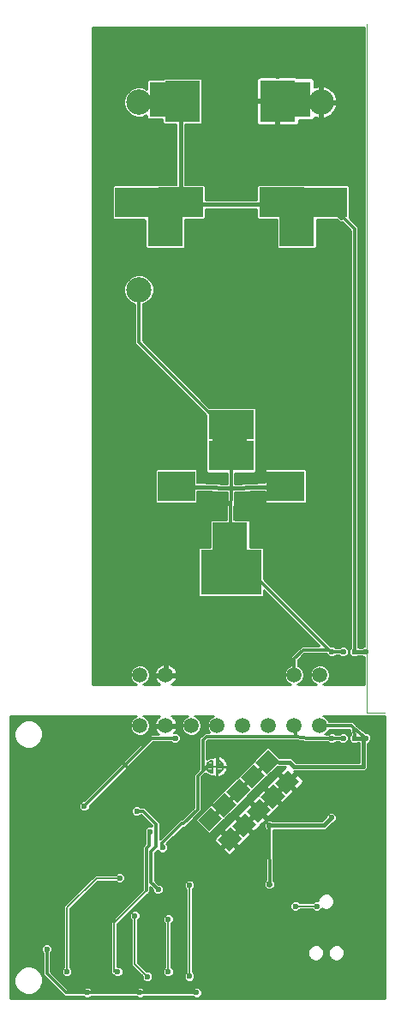
<source format=gbl>
G75*
%MOIN*%
%OFA0B0*%
%FSLAX25Y25*%
%IPPOS*%
%LPD*%
%AMOC8*
5,1,8,0,0,1.08239X$1,22.5*
%
%ADD10C,0.02181*%
%ADD11C,0.01984*%
%ADD12C,0.00500*%
%ADD13R,0.00800X0.00800*%
%ADD14C,0.00800*%
%ADD15C,0.05906*%
%ADD16C,0.09843*%
%ADD17R,0.13780X0.13780*%
%ADD18R,0.14567X0.11811*%
%ADD19R,0.13780X0.16142*%
%ADD20R,0.13780X0.22835*%
%ADD21R,0.23622X0.17717*%
%ADD22R,0.17717X0.11417*%
%ADD23R,0.17717X0.11811*%
%ADD24R,0.06299X0.07087*%
%ADD25C,0.01181*%
%ADD26C,0.01000*%
%ADD27C,0.02362*%
%ADD28C,0.00787*%
%ADD29C,0.01600*%
%ADD30C,0.00768*%
%ADD31C,0.01200*%
%ADD32C,0.01575*%
%ADD33C,0.00000*%
D10*
X0124209Y0071925D03*
X0124209Y0076650D03*
X0124209Y0081374D03*
X0124209Y0086098D03*
X0128934Y0086098D03*
X0128934Y0081374D03*
X0128934Y0076650D03*
X0133658Y0076650D03*
X0133658Y0081374D03*
X0133658Y0086098D03*
X0138383Y0086098D03*
X0138383Y0081374D03*
X0138383Y0076650D03*
X0138383Y0071925D03*
X0133658Y0071925D03*
X0128934Y0071925D03*
D11*
X0062658Y0083476D03*
X0058658Y0087476D03*
X0054658Y0083476D03*
X0054658Y0091476D03*
X0062658Y0091476D03*
D12*
X0097635Y0113067D02*
X0098816Y0113067D01*
D13*
X0099025Y0113067D03*
X0097425Y0113067D03*
D14*
X0097425Y0113391D02*
X0095057Y0113391D01*
X0095071Y0113535D02*
X0095208Y0113985D01*
X0095430Y0114400D01*
X0095728Y0114764D01*
X0096092Y0115062D01*
X0096507Y0115284D01*
X0096957Y0115421D01*
X0097425Y0115467D01*
X0097425Y0110667D01*
X0096957Y0110713D01*
X0096507Y0110850D01*
X0096092Y0111071D01*
X0095728Y0111370D01*
X0095430Y0111734D01*
X0095208Y0112148D01*
X0095071Y0112599D01*
X0095025Y0113067D01*
X0095071Y0113535D01*
X0095317Y0114189D02*
X0097425Y0114189D01*
X0097425Y0114988D02*
X0096000Y0114988D01*
X0095073Y0112592D02*
X0097425Y0112592D01*
X0097425Y0111793D02*
X0095398Y0111793D01*
X0096235Y0110995D02*
X0097425Y0110995D01*
X0099025Y0110995D02*
X0100215Y0110995D01*
X0100358Y0111071D02*
X0100722Y0111370D01*
X0101021Y0111734D01*
X0101242Y0112148D01*
X0101379Y0112599D01*
X0101425Y0113067D01*
X0101379Y0113535D01*
X0101242Y0113985D01*
X0101021Y0114400D01*
X0100722Y0114764D01*
X0100358Y0115062D01*
X0099944Y0115284D01*
X0099493Y0115421D01*
X0099025Y0115467D01*
X0099025Y0110667D01*
X0099493Y0110713D01*
X0099944Y0110850D01*
X0100358Y0111071D01*
X0101053Y0111793D02*
X0099025Y0111793D01*
X0099025Y0112592D02*
X0101377Y0112592D01*
X0101393Y0113391D02*
X0099025Y0113391D01*
X0099025Y0114189D02*
X0101134Y0114189D01*
X0100450Y0114988D02*
X0099025Y0114988D01*
D15*
X0099131Y0129012D03*
X0109131Y0129012D03*
X0119131Y0129012D03*
X0129131Y0129012D03*
X0129131Y0148697D03*
X0139131Y0148697D03*
X0139131Y0129012D03*
X0089131Y0129012D03*
X0079131Y0129012D03*
X0079131Y0148697D03*
X0069131Y0148697D03*
X0069131Y0129012D03*
D16*
X0068698Y0298500D03*
X0068698Y0371335D03*
X0139564Y0371335D03*
D17*
X0128737Y0372516D03*
X0128737Y0372516D03*
X0079524Y0372516D03*
X0079524Y0372516D03*
X0104131Y0242594D03*
X0104131Y0201256D03*
D18*
X0083264Y0222122D03*
X0125784Y0222122D03*
X0142320Y0332358D03*
X0066729Y0332358D03*
D19*
X0085627Y0371728D03*
X0122635Y0371728D03*
D20*
X0130115Y0326846D03*
X0078934Y0326846D03*
D21*
X0104524Y0188657D03*
D22*
X0084839Y0332358D03*
X0084839Y0332555D03*
X0124209Y0332555D03*
X0124209Y0332358D03*
D23*
X0104524Y0245941D03*
X0104524Y0233933D03*
D24*
G36*
X0118290Y0110184D02*
X0113837Y0114637D01*
X0118846Y0119646D01*
X0123299Y0115193D01*
X0118290Y0110184D01*
G37*
G36*
X0120517Y0096821D02*
X0116064Y0101274D01*
X0121073Y0106283D01*
X0125526Y0101830D01*
X0120517Y0096821D01*
G37*
G36*
X0114949Y0091254D02*
X0110496Y0095707D01*
X0115505Y0100716D01*
X0119958Y0096263D01*
X0114949Y0091254D01*
G37*
G36*
X0109381Y0085686D02*
X0104928Y0090139D01*
X0109937Y0095148D01*
X0114390Y0090695D01*
X0109381Y0085686D01*
G37*
G36*
X0103813Y0080118D02*
X0099360Y0084571D01*
X0104369Y0089580D01*
X0108822Y0085127D01*
X0103813Y0080118D01*
G37*
G36*
X0096018Y0087913D02*
X0091565Y0092366D01*
X0096574Y0097375D01*
X0101027Y0092922D01*
X0096018Y0087913D01*
G37*
G36*
X0101586Y0093481D02*
X0097133Y0097934D01*
X0102142Y0102943D01*
X0106595Y0098490D01*
X0101586Y0093481D01*
G37*
G36*
X0107154Y0099048D02*
X0102701Y0103501D01*
X0107710Y0108510D01*
X0112163Y0104057D01*
X0107154Y0099048D01*
G37*
G36*
X0112722Y0104616D02*
X0108269Y0109069D01*
X0113278Y0114078D01*
X0117731Y0109625D01*
X0112722Y0104616D01*
G37*
G36*
X0126084Y0102389D02*
X0121631Y0106842D01*
X0126640Y0111851D01*
X0131093Y0107398D01*
X0126084Y0102389D01*
G37*
D25*
X0119485Y0087083D02*
X0119524Y0067398D01*
X0119524Y0067240D01*
X0119682Y0067201D02*
X0119485Y0067398D01*
X0099025Y0113067D02*
X0099209Y0113251D01*
X0099209Y0117201D01*
X0099800Y0117791D01*
X0102556Y0117791D01*
X0095075Y0113067D02*
X0093501Y0111492D01*
X0093501Y0123500D01*
X0095075Y0124878D01*
X0129721Y0124878D01*
X0134642Y0124091D01*
X0143747Y0124091D01*
X0148176Y0124091D01*
X0152605Y0124091D02*
X0152359Y0128028D01*
X0157034Y0124091D01*
X0152359Y0128028D02*
X0151375Y0129012D01*
X0139131Y0129012D01*
X0129721Y0128421D02*
X0129721Y0124878D01*
X0129721Y0128421D02*
X0129131Y0129012D01*
X0129131Y0148697D02*
X0129131Y0155154D01*
X0132516Y0158539D01*
X0142516Y0158539D01*
X0112398Y0188657D01*
X0104524Y0188657D01*
X0104131Y0201256D02*
X0104524Y0221335D01*
X0104524Y0233933D01*
X0104131Y0242594D02*
X0068698Y0278028D01*
X0068698Y0298500D01*
X0068698Y0371335D02*
X0070666Y0372516D01*
X0077753Y0372516D01*
X0079524Y0372516D01*
X0142320Y0332358D02*
X0152605Y0322073D01*
X0152605Y0157713D01*
X0148176Y0157713D02*
X0143747Y0157713D01*
X0143747Y0157309D01*
X0142516Y0158539D01*
X0093501Y0111492D02*
X0091532Y0109524D01*
X0091532Y0096531D01*
X0086020Y0091020D01*
X0085233Y0091020D01*
X0077753Y0083539D01*
X0077753Y0081768D01*
X0077949Y0081571D01*
X0075390Y0081965D02*
X0073422Y0079996D01*
X0073422Y0068185D01*
X0076276Y0065331D01*
X0071650Y0064888D02*
X0071650Y0081374D01*
X0072635Y0082358D01*
X0072635Y0087476D01*
X0073028Y0087870D01*
X0075390Y0090626D02*
X0075390Y0081965D01*
X0075390Y0090626D02*
X0070272Y0095744D01*
X0067910Y0095744D01*
X0062658Y0091476D02*
X0058658Y0087476D01*
X0054658Y0083476D01*
X0058658Y0087476D02*
X0054658Y0091476D01*
X0058658Y0087476D02*
X0062658Y0083476D01*
X0058855Y0060705D02*
X0057846Y0060705D01*
X0048619Y0025272D02*
X0040351Y0025272D01*
X0032871Y0032752D01*
X0032871Y0042201D01*
X0028737Y0058441D02*
X0029327Y0060902D01*
X0029327Y0061098D01*
X0029327Y0070769D01*
X0029327Y0061098D02*
X0031444Y0058982D01*
X0048619Y0025272D02*
X0069091Y0025272D01*
X0091138Y0025272D01*
X0080115Y0060705D02*
X0078909Y0060705D01*
X0064391Y0112845D02*
X0056493Y0120744D01*
X0051965Y0121728D01*
X0042910Y0112673D02*
X0042910Y0112476D01*
X0037792Y0110311D01*
X0047438Y0097713D02*
X0073816Y0124091D01*
X0082871Y0124091D01*
D26*
X0081377Y0122500D02*
X0081967Y0121909D01*
X0083774Y0121909D01*
X0085052Y0123187D01*
X0085052Y0124994D01*
X0083774Y0126272D01*
X0082644Y0126272D01*
X0082939Y0126678D01*
X0083257Y0127303D01*
X0083474Y0127969D01*
X0083562Y0128528D01*
X0079615Y0128528D01*
X0079615Y0129496D01*
X0083562Y0129496D01*
X0083474Y0130055D01*
X0083257Y0130721D01*
X0082939Y0131346D01*
X0082527Y0131913D01*
X0082031Y0132408D01*
X0081722Y0132633D01*
X0087544Y0132633D01*
X0086892Y0132363D01*
X0085780Y0131251D01*
X0085178Y0129798D01*
X0085178Y0128226D01*
X0085780Y0126773D01*
X0086892Y0125661D01*
X0088344Y0125059D01*
X0089917Y0125059D01*
X0091370Y0125661D01*
X0092482Y0126773D01*
X0093083Y0128226D01*
X0093083Y0129798D01*
X0092482Y0131251D01*
X0091370Y0132363D01*
X0090717Y0132633D01*
X0097544Y0132633D01*
X0096892Y0132363D01*
X0095780Y0131251D01*
X0095178Y0129798D01*
X0095178Y0128226D01*
X0095780Y0126773D01*
X0096084Y0126468D01*
X0095128Y0126468D01*
X0094524Y0126509D01*
X0094478Y0126468D01*
X0094417Y0126468D01*
X0093988Y0126040D01*
X0092903Y0125091D01*
X0092842Y0125091D01*
X0092413Y0124662D01*
X0091957Y0124263D01*
X0091953Y0124202D01*
X0091910Y0124159D01*
X0091910Y0123553D01*
X0091870Y0122948D01*
X0091910Y0122902D01*
X0091910Y0112151D01*
X0090873Y0111114D01*
X0089942Y0110182D01*
X0089942Y0097190D01*
X0085362Y0092610D01*
X0084574Y0092610D01*
X0083642Y0091679D01*
X0076981Y0085017D01*
X0076981Y0091285D01*
X0076049Y0092217D01*
X0070931Y0097335D01*
X0069404Y0097335D01*
X0068814Y0097925D01*
X0067007Y0097925D01*
X0065729Y0096648D01*
X0065729Y0094841D01*
X0067007Y0093563D01*
X0068814Y0093563D01*
X0069404Y0094154D01*
X0069613Y0094154D01*
X0073716Y0090051D01*
X0072125Y0090051D01*
X0070847Y0088774D01*
X0070847Y0086967D01*
X0071044Y0086770D01*
X0071044Y0083017D01*
X0070991Y0082965D01*
X0070060Y0082033D01*
X0070060Y0065254D01*
X0057668Y0052863D01*
X0057668Y0032769D01*
X0058479Y0031959D01*
X0058729Y0031959D01*
X0059526Y0031161D01*
X0061333Y0031161D01*
X0062611Y0032439D01*
X0062611Y0034246D01*
X0061333Y0035524D01*
X0060436Y0035524D01*
X0060436Y0051716D01*
X0072017Y0063297D01*
X0072309Y0063297D01*
X0073241Y0064229D01*
X0073241Y0066117D01*
X0074095Y0065262D01*
X0074095Y0064427D01*
X0075373Y0063150D01*
X0077180Y0063150D01*
X0078457Y0064427D01*
X0078457Y0066234D01*
X0077180Y0067512D01*
X0076345Y0067512D01*
X0075012Y0068844D01*
X0075012Y0079337D01*
X0076056Y0080380D01*
X0077046Y0079390D01*
X0078853Y0079390D01*
X0080131Y0080667D01*
X0080131Y0082474D01*
X0079534Y0083071D01*
X0085892Y0089429D01*
X0086679Y0089429D01*
X0092191Y0094941D01*
X0093123Y0095873D01*
X0093123Y0108865D01*
X0094159Y0109902D01*
X0094159Y0109902D01*
X0094678Y0110420D01*
X0094733Y0110375D01*
X0094902Y0110169D01*
X0094920Y0110110D01*
X0094975Y0110081D01*
X0095014Y0110033D01*
X0095075Y0110027D01*
X0095310Y0109902D01*
X0095516Y0109733D01*
X0095545Y0109678D01*
X0095604Y0109660D01*
X0095652Y0109621D01*
X0095713Y0109627D01*
X0095968Y0109550D01*
X0096203Y0109424D01*
X0096243Y0109377D01*
X0096304Y0109371D01*
X0096358Y0109342D01*
X0096417Y0109359D01*
X0096682Y0109333D01*
X0096821Y0109291D01*
X0096845Y0109267D01*
X0096901Y0109267D01*
X0097105Y0109205D01*
X0097221Y0109267D01*
X0097356Y0109267D01*
X0097780Y0109225D01*
X0097858Y0109147D01*
X0098292Y0108896D01*
X0098775Y0108767D01*
X0099025Y0108767D01*
X0099025Y0111817D01*
X0099025Y0111817D01*
X0099025Y0108767D01*
X0099401Y0108767D01*
X0100142Y0108898D01*
X0100849Y0109155D01*
X0101501Y0109531D01*
X0102077Y0110015D01*
X0102079Y0110017D01*
X0102561Y0110591D01*
X0102561Y0110591D01*
X0102937Y0111243D01*
X0103194Y0111950D01*
X0103325Y0112691D01*
X0103325Y0113067D01*
X0103325Y0113443D01*
X0103194Y0114184D01*
X0102937Y0114891D01*
X0102937Y0114891D01*
X0102561Y0115543D01*
X0102077Y0116119D01*
X0101864Y0116298D01*
X0101501Y0116603D01*
X0101021Y0116880D01*
X0100849Y0116979D01*
X0100142Y0117236D01*
X0099401Y0117367D01*
X0099025Y0117367D01*
X0098775Y0117367D01*
X0098292Y0117237D01*
X0097858Y0116987D01*
X0097780Y0116909D01*
X0097356Y0116867D01*
X0097221Y0116867D01*
X0097105Y0116929D01*
X0096901Y0116867D01*
X0096845Y0116867D01*
X0096821Y0116843D01*
X0096682Y0116801D01*
X0096417Y0116774D01*
X0096358Y0116792D01*
X0096304Y0116763D01*
X0096243Y0116757D01*
X0096203Y0116710D01*
X0095968Y0116584D01*
X0095713Y0116507D01*
X0095652Y0116513D01*
X0095604Y0116473D01*
X0095545Y0116456D01*
X0095516Y0116401D01*
X0095310Y0116232D01*
X0095091Y0116115D01*
X0095091Y0122778D01*
X0095673Y0123287D01*
X0129595Y0123287D01*
X0133882Y0122601D01*
X0133984Y0122500D01*
X0134516Y0122500D01*
X0135042Y0122416D01*
X0135158Y0122500D01*
X0142253Y0122500D01*
X0142843Y0121909D01*
X0144650Y0121909D01*
X0145241Y0122500D01*
X0146682Y0122500D01*
X0147272Y0121909D01*
X0149079Y0121909D01*
X0150357Y0123187D01*
X0150357Y0124994D01*
X0149079Y0126272D01*
X0147272Y0126272D01*
X0146682Y0125681D01*
X0145241Y0125681D01*
X0144650Y0126272D01*
X0142843Y0126272D01*
X0142253Y0125681D01*
X0141390Y0125681D01*
X0142482Y0126773D01*
X0142750Y0127421D01*
X0150716Y0127421D01*
X0150809Y0127328D01*
X0150924Y0125494D01*
X0150424Y0124994D01*
X0150424Y0123187D01*
X0151702Y0121909D01*
X0153508Y0121909D01*
X0153902Y0122303D01*
X0154299Y0122303D01*
X0154299Y0114867D01*
X0129876Y0114867D01*
X0128637Y0116106D01*
X0128120Y0116632D01*
X0128111Y0116632D01*
X0128105Y0116639D01*
X0127367Y0116639D01*
X0123233Y0116675D01*
X0119260Y0120648D01*
X0118432Y0120648D01*
X0112864Y0115080D01*
X0107296Y0109512D01*
X0101699Y0103915D01*
X0096161Y0098377D01*
X0090564Y0092780D01*
X0090564Y0091951D01*
X0095604Y0086911D01*
X0096432Y0086911D01*
X0102000Y0092479D01*
X0107597Y0098076D01*
X0113165Y0103644D01*
X0118703Y0109182D01*
X0118703Y0109182D01*
X0122601Y0113080D01*
X0125720Y0113053D01*
X0123428Y0110761D01*
X0126362Y0107827D01*
X0125655Y0107120D01*
X0126362Y0106413D01*
X0124714Y0104765D01*
X0121502Y0101552D01*
X0124436Y0098618D01*
X0126727Y0100910D01*
X0126829Y0101086D01*
X0127005Y0101187D01*
X0129297Y0103479D01*
X0126362Y0106413D01*
X0127069Y0107120D01*
X0130004Y0104186D01*
X0132295Y0106477D01*
X0132493Y0106820D01*
X0132595Y0107201D01*
X0132595Y0107596D01*
X0132493Y0107977D01*
X0132295Y0108320D01*
X0130282Y0110333D01*
X0127069Y0107120D01*
X0126362Y0107827D01*
X0129575Y0111040D01*
X0129348Y0111267D01*
X0156845Y0111267D01*
X0157899Y0112321D01*
X0157899Y0121909D01*
X0157938Y0121909D01*
X0159215Y0123187D01*
X0159215Y0124994D01*
X0157938Y0126272D01*
X0156913Y0126272D01*
X0153435Y0129200D01*
X0152033Y0130602D01*
X0142750Y0130602D01*
X0142482Y0131251D01*
X0141370Y0132363D01*
X0140717Y0132633D01*
X0142478Y0132633D01*
X0142491Y0132646D01*
X0145003Y0132646D01*
X0145015Y0132633D01*
X0146907Y0132633D01*
X0146920Y0132646D01*
X0149432Y0132646D01*
X0149444Y0132633D01*
X0151337Y0132633D01*
X0151349Y0132646D01*
X0153861Y0132646D01*
X0153873Y0132633D01*
X0155766Y0132633D01*
X0155778Y0132646D01*
X0158290Y0132646D01*
X0158303Y0132633D01*
X0164170Y0132633D01*
X0164170Y0023028D01*
X0018816Y0023028D01*
X0018816Y0132633D01*
X0049959Y0132633D01*
X0049971Y0132646D01*
X0052483Y0132646D01*
X0052495Y0132633D01*
X0054388Y0132633D01*
X0054400Y0132646D01*
X0056912Y0132646D01*
X0056925Y0132633D01*
X0058817Y0132633D01*
X0058829Y0132646D01*
X0061341Y0132646D01*
X0061354Y0132633D01*
X0063246Y0132633D01*
X0063259Y0132646D01*
X0065770Y0132646D01*
X0065783Y0132633D01*
X0067544Y0132633D01*
X0066892Y0132363D01*
X0065780Y0131251D01*
X0065178Y0129798D01*
X0065178Y0128226D01*
X0065780Y0126773D01*
X0066892Y0125661D01*
X0068344Y0125059D01*
X0069917Y0125059D01*
X0071370Y0125661D01*
X0072482Y0126773D01*
X0073083Y0128226D01*
X0073083Y0129798D01*
X0072482Y0131251D01*
X0071370Y0132363D01*
X0070717Y0132633D01*
X0076539Y0132633D01*
X0076230Y0132408D01*
X0075734Y0131913D01*
X0075322Y0131346D01*
X0075004Y0130721D01*
X0074787Y0130055D01*
X0074699Y0129496D01*
X0078646Y0129496D01*
X0078646Y0128528D01*
X0074699Y0128528D01*
X0074787Y0127969D01*
X0075004Y0127303D01*
X0075322Y0126678D01*
X0075734Y0126111D01*
X0076164Y0125681D01*
X0073157Y0125681D01*
X0072225Y0124749D01*
X0047369Y0099894D01*
X0046534Y0099894D01*
X0045257Y0098616D01*
X0045257Y0096809D01*
X0046534Y0095531D01*
X0048341Y0095531D01*
X0049619Y0096809D01*
X0049619Y0097644D01*
X0074474Y0122500D01*
X0081377Y0122500D01*
X0081470Y0122407D02*
X0074381Y0122407D01*
X0073383Y0121408D02*
X0091910Y0121408D01*
X0091910Y0120410D02*
X0072384Y0120410D01*
X0071386Y0119411D02*
X0091910Y0119411D01*
X0091910Y0118413D02*
X0070387Y0118413D01*
X0069389Y0117414D02*
X0091910Y0117414D01*
X0091910Y0116416D02*
X0068390Y0116416D01*
X0067392Y0115417D02*
X0091910Y0115417D01*
X0091910Y0114419D02*
X0066393Y0114419D01*
X0065395Y0113420D02*
X0091910Y0113420D01*
X0091910Y0112422D02*
X0064396Y0112422D01*
X0063398Y0111423D02*
X0091182Y0111423D01*
X0090873Y0111114D02*
X0090873Y0111114D01*
X0090184Y0110425D02*
X0062399Y0110425D01*
X0061401Y0109426D02*
X0089942Y0109426D01*
X0089942Y0108428D02*
X0060402Y0108428D01*
X0059404Y0107429D02*
X0089942Y0107429D01*
X0089942Y0106431D02*
X0058405Y0106431D01*
X0057407Y0105432D02*
X0089942Y0105432D01*
X0089942Y0104434D02*
X0056408Y0104434D01*
X0055410Y0103435D02*
X0089942Y0103435D01*
X0089942Y0102437D02*
X0054411Y0102437D01*
X0053413Y0101438D02*
X0089942Y0101438D01*
X0089942Y0100440D02*
X0052414Y0100440D01*
X0051416Y0099441D02*
X0089942Y0099441D01*
X0089942Y0098443D02*
X0050417Y0098443D01*
X0049619Y0097444D02*
X0066526Y0097444D01*
X0065729Y0096446D02*
X0049255Y0096446D01*
X0047915Y0100440D02*
X0018816Y0100440D01*
X0018816Y0101438D02*
X0048914Y0101438D01*
X0049912Y0102437D02*
X0018816Y0102437D01*
X0018816Y0103435D02*
X0050911Y0103435D01*
X0051909Y0104434D02*
X0018816Y0104434D01*
X0018816Y0105432D02*
X0052908Y0105432D01*
X0053906Y0106431D02*
X0018816Y0106431D01*
X0018816Y0107429D02*
X0054905Y0107429D01*
X0055903Y0108428D02*
X0018816Y0108428D01*
X0018816Y0109426D02*
X0056902Y0109426D01*
X0057900Y0110425D02*
X0018816Y0110425D01*
X0018816Y0111423D02*
X0058899Y0111423D01*
X0059897Y0112422D02*
X0018816Y0112422D01*
X0018816Y0113420D02*
X0060896Y0113420D01*
X0061894Y0114419D02*
X0018816Y0114419D01*
X0018816Y0115417D02*
X0062893Y0115417D01*
X0063891Y0116416D02*
X0018816Y0116416D01*
X0018816Y0117414D02*
X0064890Y0117414D01*
X0065889Y0118413D02*
X0018816Y0118413D01*
X0018816Y0119411D02*
X0066887Y0119411D01*
X0067886Y0120410D02*
X0027810Y0120410D01*
X0026904Y0120035D02*
X0028974Y0120892D01*
X0030558Y0122476D01*
X0031415Y0124545D01*
X0031415Y0126785D01*
X0030558Y0128855D01*
X0028974Y0130439D01*
X0026904Y0131296D01*
X0024664Y0131296D01*
X0022595Y0130439D01*
X0021011Y0128855D01*
X0020153Y0126785D01*
X0020153Y0124545D01*
X0021011Y0122476D01*
X0022595Y0120892D01*
X0024664Y0120035D01*
X0026904Y0120035D01*
X0029490Y0121408D02*
X0068884Y0121408D01*
X0069883Y0122407D02*
X0030489Y0122407D01*
X0030943Y0123405D02*
X0070881Y0123405D01*
X0071880Y0124404D02*
X0031356Y0124404D01*
X0031415Y0125402D02*
X0067515Y0125402D01*
X0066151Y0126401D02*
X0031415Y0126401D01*
X0031160Y0127399D02*
X0065520Y0127399D01*
X0065178Y0128398D02*
X0030747Y0128398D01*
X0030016Y0129396D02*
X0065178Y0129396D01*
X0065425Y0130395D02*
X0029018Y0130395D01*
X0023758Y0120410D02*
X0018816Y0120410D01*
X0018816Y0121408D02*
X0022078Y0121408D01*
X0021080Y0122407D02*
X0018816Y0122407D01*
X0018816Y0123405D02*
X0020626Y0123405D01*
X0020212Y0124404D02*
X0018816Y0124404D01*
X0018816Y0125402D02*
X0020153Y0125402D01*
X0020153Y0126401D02*
X0018816Y0126401D01*
X0018816Y0127399D02*
X0020408Y0127399D01*
X0020821Y0128398D02*
X0018816Y0128398D01*
X0018816Y0129396D02*
X0021552Y0129396D01*
X0022551Y0130395D02*
X0018816Y0130395D01*
X0018816Y0131393D02*
X0065922Y0131393D01*
X0066962Y0132392D02*
X0018816Y0132392D01*
X0018816Y0099441D02*
X0046082Y0099441D01*
X0045257Y0098443D02*
X0018816Y0098443D01*
X0018816Y0097444D02*
X0045257Y0097444D01*
X0045620Y0096446D02*
X0018816Y0096446D01*
X0018816Y0095447D02*
X0065729Y0095447D01*
X0066121Y0094449D02*
X0018816Y0094449D01*
X0018816Y0093450D02*
X0070317Y0093450D01*
X0071315Y0092452D02*
X0018816Y0092452D01*
X0018816Y0091453D02*
X0072314Y0091453D01*
X0073313Y0090455D02*
X0018816Y0090455D01*
X0018816Y0089456D02*
X0071530Y0089456D01*
X0070847Y0088457D02*
X0018816Y0088457D01*
X0018816Y0087459D02*
X0070847Y0087459D01*
X0071044Y0086460D02*
X0018816Y0086460D01*
X0018816Y0085462D02*
X0071044Y0085462D01*
X0071044Y0084463D02*
X0018816Y0084463D01*
X0018816Y0083465D02*
X0071044Y0083465D01*
X0070493Y0082466D02*
X0018816Y0082466D01*
X0018816Y0081468D02*
X0070060Y0081468D01*
X0070060Y0080469D02*
X0018816Y0080469D01*
X0018816Y0079471D02*
X0070060Y0079471D01*
X0070060Y0078472D02*
X0018816Y0078472D01*
X0018816Y0077474D02*
X0070060Y0077474D01*
X0070060Y0076475D02*
X0018816Y0076475D01*
X0018816Y0075477D02*
X0070060Y0075477D01*
X0070060Y0074478D02*
X0018816Y0074478D01*
X0018816Y0073480D02*
X0070060Y0073480D01*
X0070060Y0072481D02*
X0018816Y0072481D01*
X0018816Y0071483D02*
X0059856Y0071483D01*
X0059516Y0071144D02*
X0060314Y0071941D01*
X0062121Y0071941D01*
X0063398Y0070663D01*
X0063398Y0068856D01*
X0062121Y0067579D01*
X0060314Y0067579D01*
X0059516Y0068376D01*
X0052735Y0068376D01*
X0042129Y0057769D01*
X0042129Y0035043D01*
X0042926Y0034246D01*
X0042926Y0032439D01*
X0041648Y0031161D01*
X0039841Y0031161D01*
X0038564Y0032439D01*
X0038564Y0034246D01*
X0039361Y0035043D01*
X0039361Y0058916D01*
X0051589Y0071144D01*
X0059516Y0071144D01*
X0062579Y0071483D02*
X0070060Y0071483D01*
X0070060Y0070484D02*
X0063398Y0070484D01*
X0063398Y0069486D02*
X0070060Y0069486D01*
X0070060Y0068487D02*
X0063029Y0068487D01*
X0066303Y0061498D02*
X0045857Y0061498D01*
X0046855Y0062496D02*
X0067302Y0062496D01*
X0068300Y0063495D02*
X0047854Y0063495D01*
X0048853Y0064493D02*
X0069299Y0064493D01*
X0070060Y0065492D02*
X0049851Y0065492D01*
X0050850Y0066490D02*
X0070060Y0066490D01*
X0070060Y0067489D02*
X0051848Y0067489D01*
X0049931Y0069486D02*
X0018816Y0069486D01*
X0018816Y0070484D02*
X0050929Y0070484D01*
X0048932Y0068487D02*
X0018816Y0068487D01*
X0018816Y0067489D02*
X0047934Y0067489D01*
X0046935Y0066490D02*
X0018816Y0066490D01*
X0018816Y0065492D02*
X0045937Y0065492D01*
X0044938Y0064493D02*
X0018816Y0064493D01*
X0018816Y0063495D02*
X0043940Y0063495D01*
X0042941Y0062496D02*
X0018816Y0062496D01*
X0018816Y0061498D02*
X0041943Y0061498D01*
X0040944Y0060499D02*
X0018816Y0060499D01*
X0018816Y0059501D02*
X0039946Y0059501D01*
X0039361Y0058502D02*
X0018816Y0058502D01*
X0018816Y0057504D02*
X0039361Y0057504D01*
X0039361Y0056505D02*
X0018816Y0056505D01*
X0018816Y0055507D02*
X0039361Y0055507D01*
X0039361Y0054508D02*
X0018816Y0054508D01*
X0018816Y0053510D02*
X0039361Y0053510D01*
X0039361Y0052511D02*
X0018816Y0052511D01*
X0018816Y0051513D02*
X0039361Y0051513D01*
X0039361Y0050514D02*
X0018816Y0050514D01*
X0018816Y0049516D02*
X0039361Y0049516D01*
X0039361Y0048517D02*
X0018816Y0048517D01*
X0018816Y0047519D02*
X0039361Y0047519D01*
X0039361Y0046520D02*
X0018816Y0046520D01*
X0018816Y0045522D02*
X0039361Y0045522D01*
X0039361Y0044523D02*
X0018816Y0044523D01*
X0018816Y0043524D02*
X0031110Y0043524D01*
X0030690Y0043104D02*
X0031967Y0044382D01*
X0033774Y0044382D01*
X0035052Y0043104D01*
X0035052Y0041297D01*
X0034461Y0040707D01*
X0034461Y0033411D01*
X0041010Y0026862D01*
X0047125Y0026862D01*
X0047715Y0027453D01*
X0049522Y0027453D01*
X0050113Y0026862D01*
X0067597Y0026862D01*
X0068188Y0027453D01*
X0069995Y0027453D01*
X0070585Y0026862D01*
X0089644Y0026862D01*
X0090235Y0027453D01*
X0092042Y0027453D01*
X0093320Y0026175D01*
X0093320Y0024368D01*
X0092042Y0023091D01*
X0090235Y0023091D01*
X0089644Y0023681D01*
X0070585Y0023681D01*
X0069995Y0023091D01*
X0068188Y0023091D01*
X0067597Y0023681D01*
X0050113Y0023681D01*
X0049522Y0023091D01*
X0047715Y0023091D01*
X0047125Y0023681D01*
X0039692Y0023681D01*
X0038760Y0024613D01*
X0031280Y0032093D01*
X0031280Y0040707D01*
X0030690Y0041297D01*
X0030690Y0043104D01*
X0030690Y0042526D02*
X0018816Y0042526D01*
X0018816Y0041527D02*
X0030690Y0041527D01*
X0031280Y0040529D02*
X0018816Y0040529D01*
X0018816Y0039530D02*
X0031280Y0039530D01*
X0031280Y0038532D02*
X0018816Y0038532D01*
X0018816Y0037533D02*
X0031280Y0037533D01*
X0031280Y0036535D02*
X0018816Y0036535D01*
X0018816Y0035536D02*
X0024446Y0035536D01*
X0024664Y0035627D02*
X0022595Y0034770D01*
X0021011Y0033186D01*
X0020153Y0031116D01*
X0020153Y0028876D01*
X0021011Y0026807D01*
X0022595Y0025223D01*
X0024664Y0024365D01*
X0026904Y0024365D01*
X0028974Y0025223D01*
X0030558Y0026807D01*
X0031415Y0028876D01*
X0031415Y0031116D01*
X0030558Y0033186D01*
X0028974Y0034770D01*
X0026904Y0035627D01*
X0024664Y0035627D01*
X0022363Y0034538D02*
X0018816Y0034538D01*
X0018816Y0033539D02*
X0021364Y0033539D01*
X0020744Y0032541D02*
X0018816Y0032541D01*
X0018816Y0031542D02*
X0020330Y0031542D01*
X0020153Y0030544D02*
X0018816Y0030544D01*
X0018816Y0029545D02*
X0020153Y0029545D01*
X0020290Y0028547D02*
X0018816Y0028547D01*
X0018816Y0027548D02*
X0020703Y0027548D01*
X0021267Y0026550D02*
X0018816Y0026550D01*
X0018816Y0025551D02*
X0022266Y0025551D01*
X0024212Y0024553D02*
X0018816Y0024553D01*
X0018816Y0023554D02*
X0047252Y0023554D01*
X0049986Y0023554D02*
X0067724Y0023554D01*
X0070458Y0023554D02*
X0089771Y0023554D01*
X0092506Y0023554D02*
X0164170Y0023554D01*
X0164170Y0024553D02*
X0093320Y0024553D01*
X0093320Y0025551D02*
X0164170Y0025551D01*
X0164170Y0026550D02*
X0092945Y0026550D01*
X0089286Y0029390D02*
X0090564Y0030667D01*
X0090564Y0032474D01*
X0089766Y0033272D01*
X0089766Y0065303D01*
X0090564Y0066100D01*
X0090564Y0067907D01*
X0089286Y0069185D01*
X0087479Y0069185D01*
X0086201Y0067907D01*
X0086201Y0066100D01*
X0086999Y0065303D01*
X0086999Y0033272D01*
X0086201Y0032474D01*
X0086201Y0030667D01*
X0087479Y0029390D01*
X0089286Y0029390D01*
X0089442Y0029545D02*
X0164170Y0029545D01*
X0164170Y0028547D02*
X0039325Y0028547D01*
X0038327Y0029545D02*
X0070788Y0029545D01*
X0071141Y0029193D02*
X0069863Y0030471D01*
X0069863Y0031598D01*
X0065739Y0035722D01*
X0065739Y0053492D01*
X0064942Y0054289D01*
X0064942Y0056096D01*
X0066219Y0057374D01*
X0068026Y0057374D01*
X0069304Y0056096D01*
X0069304Y0054289D01*
X0068507Y0053492D01*
X0068507Y0036868D01*
X0071820Y0033555D01*
X0072947Y0033555D01*
X0074225Y0032277D01*
X0074225Y0030471D01*
X0072947Y0029193D01*
X0071141Y0029193D01*
X0069863Y0030544D02*
X0037328Y0030544D01*
X0036330Y0031542D02*
X0039460Y0031542D01*
X0038564Y0032541D02*
X0035331Y0032541D01*
X0034461Y0033539D02*
X0038564Y0033539D01*
X0038856Y0034538D02*
X0034461Y0034538D01*
X0034461Y0035536D02*
X0039361Y0035536D01*
X0039361Y0036535D02*
X0034461Y0036535D01*
X0034461Y0037533D02*
X0039361Y0037533D01*
X0039361Y0038532D02*
X0034461Y0038532D01*
X0034461Y0039530D02*
X0039361Y0039530D01*
X0039361Y0040529D02*
X0034461Y0040529D01*
X0035052Y0041527D02*
X0039361Y0041527D01*
X0039361Y0042526D02*
X0035052Y0042526D01*
X0034632Y0043524D02*
X0039361Y0043524D01*
X0042129Y0043524D02*
X0057668Y0043524D01*
X0057668Y0042526D02*
X0042129Y0042526D01*
X0042129Y0041527D02*
X0057668Y0041527D01*
X0057668Y0040529D02*
X0042129Y0040529D01*
X0042129Y0039530D02*
X0057668Y0039530D01*
X0057668Y0038532D02*
X0042129Y0038532D01*
X0042129Y0037533D02*
X0057668Y0037533D01*
X0057668Y0036535D02*
X0042129Y0036535D01*
X0042129Y0035536D02*
X0057668Y0035536D01*
X0057668Y0034538D02*
X0042634Y0034538D01*
X0042926Y0033539D02*
X0057668Y0033539D01*
X0057896Y0032541D02*
X0042926Y0032541D01*
X0042029Y0031542D02*
X0059145Y0031542D01*
X0060436Y0035536D02*
X0065925Y0035536D01*
X0065739Y0036535D02*
X0060436Y0036535D01*
X0060436Y0037533D02*
X0065739Y0037533D01*
X0065739Y0038532D02*
X0060436Y0038532D01*
X0060436Y0039530D02*
X0065739Y0039530D01*
X0065739Y0040529D02*
X0060436Y0040529D01*
X0060436Y0041527D02*
X0065739Y0041527D01*
X0065739Y0042526D02*
X0060436Y0042526D01*
X0060436Y0043524D02*
X0065739Y0043524D01*
X0065739Y0044523D02*
X0060436Y0044523D01*
X0060436Y0045522D02*
X0065739Y0045522D01*
X0065739Y0046520D02*
X0060436Y0046520D01*
X0060436Y0047519D02*
X0065739Y0047519D01*
X0065739Y0048517D02*
X0060436Y0048517D01*
X0060436Y0049516D02*
X0065739Y0049516D01*
X0065739Y0050514D02*
X0060436Y0050514D01*
X0060436Y0051513D02*
X0065739Y0051513D01*
X0065739Y0052511D02*
X0061231Y0052511D01*
X0062229Y0053510D02*
X0065721Y0053510D01*
X0064942Y0054508D02*
X0063228Y0054508D01*
X0064226Y0055507D02*
X0064942Y0055507D01*
X0065225Y0056505D02*
X0065350Y0056505D01*
X0066223Y0057504D02*
X0086999Y0057504D01*
X0086999Y0058502D02*
X0067222Y0058502D01*
X0068220Y0059501D02*
X0086999Y0059501D01*
X0086999Y0060499D02*
X0069219Y0060499D01*
X0070217Y0061498D02*
X0086999Y0061498D01*
X0086999Y0062496D02*
X0071216Y0062496D01*
X0072507Y0063495D02*
X0075028Y0063495D01*
X0074095Y0064493D02*
X0073241Y0064493D01*
X0073241Y0065492D02*
X0073866Y0065492D01*
X0075369Y0068487D02*
X0086781Y0068487D01*
X0086201Y0067489D02*
X0077203Y0067489D01*
X0078201Y0066490D02*
X0086201Y0066490D01*
X0086810Y0065492D02*
X0078457Y0065492D01*
X0078457Y0064493D02*
X0086999Y0064493D01*
X0086999Y0063495D02*
X0077525Y0063495D01*
X0075012Y0069486D02*
X0117929Y0069486D01*
X0117930Y0068928D02*
X0117304Y0068301D01*
X0117304Y0066494D01*
X0118581Y0065217D01*
X0118727Y0065217D01*
X0118739Y0065204D01*
X0120230Y0065204D01*
X0120243Y0065217D01*
X0120388Y0065217D01*
X0121666Y0066494D01*
X0121666Y0068301D01*
X0121112Y0068855D01*
X0121077Y0086412D01*
X0121085Y0086420D01*
X0121085Y0088432D01*
X0141254Y0088432D01*
X0142309Y0089487D01*
X0143905Y0091083D01*
X0144443Y0091083D01*
X0145721Y0092360D01*
X0145721Y0094167D01*
X0144443Y0095445D01*
X0142637Y0095445D01*
X0141359Y0094167D01*
X0141359Y0093628D01*
X0139763Y0092032D01*
X0120769Y0092032D01*
X0120388Y0092413D01*
X0118581Y0092413D01*
X0117304Y0091136D01*
X0117304Y0089329D01*
X0117885Y0088748D01*
X0117885Y0086420D01*
X0117896Y0086409D01*
X0117930Y0068928D01*
X0117490Y0068487D02*
X0089984Y0068487D01*
X0090564Y0067489D02*
X0117304Y0067489D01*
X0117308Y0066490D02*
X0090564Y0066490D01*
X0089955Y0065492D02*
X0118306Y0065492D01*
X0120664Y0065492D02*
X0164170Y0065492D01*
X0164170Y0066490D02*
X0121662Y0066490D01*
X0121666Y0067489D02*
X0164170Y0067489D01*
X0164170Y0068487D02*
X0121480Y0068487D01*
X0121110Y0069486D02*
X0164170Y0069486D01*
X0164170Y0070484D02*
X0121108Y0070484D01*
X0121106Y0071483D02*
X0164170Y0071483D01*
X0164170Y0072481D02*
X0121104Y0072481D01*
X0121102Y0073480D02*
X0164170Y0073480D01*
X0164170Y0074478D02*
X0121100Y0074478D01*
X0121098Y0075477D02*
X0164170Y0075477D01*
X0164170Y0076475D02*
X0121096Y0076475D01*
X0121095Y0077474D02*
X0164170Y0077474D01*
X0164170Y0078472D02*
X0121093Y0078472D01*
X0121091Y0079471D02*
X0164170Y0079471D01*
X0164170Y0080469D02*
X0121089Y0080469D01*
X0121087Y0081468D02*
X0164170Y0081468D01*
X0164170Y0082466D02*
X0121085Y0082466D01*
X0121083Y0083465D02*
X0164170Y0083465D01*
X0164170Y0084463D02*
X0121081Y0084463D01*
X0121079Y0085462D02*
X0164170Y0085462D01*
X0164170Y0086460D02*
X0121085Y0086460D01*
X0121085Y0087459D02*
X0164170Y0087459D01*
X0164170Y0088457D02*
X0141279Y0088457D01*
X0142278Y0089456D02*
X0164170Y0089456D01*
X0164170Y0090455D02*
X0143276Y0090455D01*
X0144814Y0091453D02*
X0164170Y0091453D01*
X0164170Y0092452D02*
X0145721Y0092452D01*
X0145721Y0093450D02*
X0164170Y0093450D01*
X0164170Y0094449D02*
X0145440Y0094449D01*
X0141640Y0094449D02*
X0120266Y0094449D01*
X0121160Y0095342D02*
X0118868Y0093050D01*
X0115934Y0095985D01*
X0115227Y0096692D01*
X0116875Y0098340D01*
X0120087Y0101552D01*
X0120795Y0100845D01*
X0121502Y0101552D01*
X0120795Y0102259D01*
X0122443Y0103908D01*
X0125655Y0107120D01*
X0122721Y0110054D01*
X0120429Y0107763D01*
X0120328Y0107587D01*
X0120152Y0107485D01*
X0117860Y0105194D01*
X0120795Y0102259D01*
X0120087Y0101552D01*
X0117153Y0104487D01*
X0114862Y0102195D01*
X0114760Y0102019D01*
X0114584Y0101917D01*
X0112293Y0099626D01*
X0115227Y0096692D01*
X0114520Y0095985D01*
X0111586Y0098919D01*
X0109294Y0096627D01*
X0109192Y0096451D01*
X0109016Y0096350D01*
X0106725Y0094058D01*
X0109659Y0091124D01*
X0108952Y0090417D01*
X0106018Y0093351D01*
X0103726Y0091059D01*
X0103625Y0090884D01*
X0103449Y0090782D01*
X0101157Y0088490D01*
X0104091Y0085556D01*
X0103384Y0084849D01*
X0104091Y0084142D01*
X0100879Y0080929D01*
X0102892Y0078916D01*
X0103234Y0078719D01*
X0103615Y0078616D01*
X0104010Y0078616D01*
X0104392Y0078719D01*
X0104734Y0078916D01*
X0107026Y0081208D01*
X0104091Y0084142D01*
X0104798Y0084849D01*
X0107733Y0081915D01*
X0110024Y0084206D01*
X0110126Y0084382D01*
X0110302Y0084484D01*
X0112593Y0086776D01*
X0109659Y0089710D01*
X0108011Y0088062D01*
X0104798Y0084849D01*
X0104091Y0085556D01*
X0105739Y0087204D01*
X0108952Y0090417D01*
X0109659Y0089710D01*
X0110366Y0090417D01*
X0109659Y0091124D01*
X0112872Y0094336D01*
X0112872Y0094337D01*
X0114520Y0095985D01*
X0115227Y0095277D01*
X0115934Y0095985D01*
X0117582Y0097633D01*
X0120795Y0100845D01*
X0123729Y0097911D01*
X0121437Y0095619D01*
X0121261Y0095518D01*
X0121160Y0095342D01*
X0121220Y0095447D02*
X0164170Y0095447D01*
X0164170Y0096446D02*
X0122263Y0096446D01*
X0123262Y0097444D02*
X0164170Y0097444D01*
X0164170Y0098443D02*
X0123197Y0098443D01*
X0123613Y0099441D02*
X0122199Y0099441D01*
X0122614Y0100440D02*
X0121200Y0100440D01*
X0120389Y0100440D02*
X0118975Y0100440D01*
X0119390Y0099441D02*
X0117976Y0099441D01*
X0118392Y0098443D02*
X0116978Y0098443D01*
X0117393Y0097444D02*
X0115979Y0097444D01*
X0116395Y0096446D02*
X0115473Y0096446D01*
X0114981Y0096446D02*
X0114059Y0096446D01*
X0113982Y0095447D02*
X0115057Y0095447D01*
X0115227Y0095277D02*
X0112014Y0092065D01*
X0112014Y0092065D01*
X0110366Y0090417D01*
X0113300Y0087483D01*
X0115592Y0089774D01*
X0115694Y0089950D01*
X0115869Y0090052D01*
X0118161Y0092343D01*
X0115227Y0095277D01*
X0115396Y0095447D02*
X0116471Y0095447D01*
X0116056Y0094449D02*
X0117470Y0094449D01*
X0117054Y0093450D02*
X0118468Y0093450D01*
X0119268Y0093450D02*
X0141181Y0093450D01*
X0140182Y0092452D02*
X0118053Y0092452D01*
X0117621Y0091453D02*
X0117271Y0091453D01*
X0117304Y0090455D02*
X0116272Y0090455D01*
X0115274Y0089456D02*
X0117304Y0089456D01*
X0117885Y0088457D02*
X0114275Y0088457D01*
X0112325Y0088457D02*
X0110911Y0088457D01*
X0111327Y0089456D02*
X0109913Y0089456D01*
X0109405Y0089456D02*
X0107991Y0089456D01*
X0108407Y0088457D02*
X0106993Y0088457D01*
X0107408Y0087459D02*
X0105994Y0087459D01*
X0105739Y0087204D02*
X0105739Y0087204D01*
X0106410Y0086460D02*
X0104996Y0086460D01*
X0105411Y0085462D02*
X0104186Y0085462D01*
X0103997Y0085462D02*
X0102771Y0085462D01*
X0103384Y0084849D02*
X0100450Y0087783D01*
X0098158Y0085492D01*
X0097961Y0085150D01*
X0097859Y0084768D01*
X0097859Y0084373D01*
X0097961Y0083992D01*
X0098158Y0083650D01*
X0100172Y0081636D01*
X0103384Y0084849D01*
X0102999Y0084463D02*
X0103770Y0084463D01*
X0104413Y0084463D02*
X0105184Y0084463D01*
X0104768Y0083465D02*
X0106182Y0083465D01*
X0105767Y0082466D02*
X0107181Y0082466D01*
X0106765Y0081468D02*
X0117905Y0081468D01*
X0117904Y0082466D02*
X0108284Y0082466D01*
X0109283Y0083465D02*
X0117902Y0083465D01*
X0117900Y0084463D02*
X0110266Y0084463D01*
X0111280Y0085462D02*
X0117898Y0085462D01*
X0117885Y0086460D02*
X0112278Y0086460D01*
X0111910Y0087459D02*
X0117885Y0087459D01*
X0117907Y0080469D02*
X0106287Y0080469D01*
X0105289Y0079471D02*
X0117909Y0079471D01*
X0117911Y0078472D02*
X0075012Y0078472D01*
X0075012Y0077474D02*
X0117913Y0077474D01*
X0117915Y0076475D02*
X0075012Y0076475D01*
X0075012Y0075477D02*
X0117917Y0075477D01*
X0117919Y0074478D02*
X0075012Y0074478D01*
X0075012Y0073480D02*
X0117921Y0073480D01*
X0117923Y0072481D02*
X0075012Y0072481D01*
X0075012Y0071483D02*
X0117925Y0071483D01*
X0117927Y0070484D02*
X0075012Y0070484D01*
X0075146Y0079471D02*
X0076965Y0079471D01*
X0078934Y0079471D02*
X0102337Y0079471D01*
X0101339Y0080469D02*
X0079933Y0080469D01*
X0080131Y0081468D02*
X0101417Y0081468D01*
X0101002Y0082466D02*
X0102416Y0082466D01*
X0102000Y0083465D02*
X0103414Y0083465D01*
X0103187Y0086460D02*
X0101773Y0086460D01*
X0102188Y0087459D02*
X0100774Y0087459D01*
X0100126Y0087459D02*
X0096980Y0087459D01*
X0097978Y0088457D02*
X0101190Y0088457D01*
X0102123Y0089456D02*
X0098977Y0089456D01*
X0099975Y0090455D02*
X0103121Y0090455D01*
X0104120Y0091453D02*
X0100974Y0091453D01*
X0101972Y0092452D02*
X0105118Y0092452D01*
X0106917Y0092452D02*
X0108331Y0092452D01*
X0107916Y0091453D02*
X0109330Y0091453D01*
X0109988Y0091453D02*
X0111402Y0091453D01*
X0110987Y0092452D02*
X0112401Y0092452D01*
X0111985Y0093450D02*
X0113399Y0093450D01*
X0112984Y0094449D02*
X0114398Y0094449D01*
X0114474Y0097444D02*
X0113060Y0097444D01*
X0113476Y0098443D02*
X0112062Y0098443D01*
X0111109Y0098443D02*
X0107964Y0098443D01*
X0107597Y0098076D02*
X0107597Y0098076D01*
X0106965Y0097444D02*
X0110111Y0097444D01*
X0109182Y0096446D02*
X0105967Y0096446D01*
X0104968Y0095447D02*
X0108114Y0095447D01*
X0107115Y0094449D02*
X0103969Y0094449D01*
X0102971Y0093450D02*
X0107333Y0093450D01*
X0108914Y0090455D02*
X0108990Y0090455D01*
X0110329Y0090455D02*
X0110404Y0090455D01*
X0108011Y0088062D02*
X0108011Y0088062D01*
X0102000Y0092479D02*
X0102000Y0092479D01*
X0099127Y0086460D02*
X0082923Y0086460D01*
X0081925Y0085462D02*
X0098141Y0085462D01*
X0097859Y0084463D02*
X0080926Y0084463D01*
X0079928Y0083465D02*
X0098343Y0083465D01*
X0099342Y0082466D02*
X0080131Y0082466D01*
X0077426Y0085462D02*
X0076981Y0085462D01*
X0076981Y0086460D02*
X0078424Y0086460D01*
X0079423Y0087459D02*
X0076981Y0087459D01*
X0076981Y0088457D02*
X0080421Y0088457D01*
X0081420Y0089456D02*
X0076981Y0089456D01*
X0076981Y0090455D02*
X0082418Y0090455D01*
X0083417Y0091453D02*
X0076813Y0091453D01*
X0075814Y0092452D02*
X0084415Y0092452D01*
X0086201Y0093450D02*
X0074816Y0093450D01*
X0073817Y0094449D02*
X0087200Y0094449D01*
X0088198Y0095447D02*
X0072819Y0095447D01*
X0071820Y0096446D02*
X0089197Y0096446D01*
X0089942Y0097444D02*
X0069295Y0097444D01*
X0083922Y0087459D02*
X0095056Y0087459D01*
X0094058Y0088457D02*
X0084920Y0088457D01*
X0086706Y0089456D02*
X0093059Y0089456D01*
X0092061Y0090455D02*
X0087705Y0090455D01*
X0088703Y0091453D02*
X0091062Y0091453D01*
X0090564Y0092452D02*
X0089702Y0092452D01*
X0090700Y0093450D02*
X0091234Y0093450D01*
X0091699Y0094449D02*
X0092233Y0094449D01*
X0092697Y0095447D02*
X0093231Y0095447D01*
X0093123Y0096446D02*
X0094230Y0096446D01*
X0095228Y0097444D02*
X0093123Y0097444D01*
X0093123Y0098443D02*
X0096227Y0098443D01*
X0096161Y0098377D02*
X0096161Y0098377D01*
X0097225Y0099441D02*
X0093123Y0099441D01*
X0093123Y0100440D02*
X0098224Y0100440D01*
X0099222Y0101438D02*
X0093123Y0101438D01*
X0093123Y0102437D02*
X0100221Y0102437D01*
X0101219Y0103435D02*
X0093123Y0103435D01*
X0093123Y0104434D02*
X0102218Y0104434D01*
X0101699Y0103915D02*
X0101699Y0103915D01*
X0103216Y0105432D02*
X0093123Y0105432D01*
X0093123Y0106431D02*
X0104215Y0106431D01*
X0105213Y0107429D02*
X0093123Y0107429D01*
X0093123Y0108428D02*
X0106212Y0108428D01*
X0107210Y0109426D02*
X0101319Y0109426D01*
X0102077Y0110015D02*
X0102077Y0110015D01*
X0102077Y0110015D01*
X0102421Y0110425D02*
X0108209Y0110425D01*
X0107296Y0109512D02*
X0107296Y0109512D01*
X0109207Y0111423D02*
X0103003Y0111423D01*
X0102937Y0111243D02*
X0102937Y0111243D01*
X0103194Y0111950D02*
X0103194Y0111950D01*
X0103278Y0112422D02*
X0110206Y0112422D01*
X0111204Y0113420D02*
X0103325Y0113420D01*
X0103325Y0113067D02*
X0100066Y0113067D01*
X0100066Y0113067D01*
X0103325Y0113067D01*
X0103194Y0114184D02*
X0103194Y0114184D01*
X0103109Y0114419D02*
X0112203Y0114419D01*
X0112864Y0115080D02*
X0112864Y0115080D01*
X0113201Y0115417D02*
X0102633Y0115417D01*
X0102561Y0115543D02*
X0102561Y0115543D01*
X0102077Y0116119D02*
X0102077Y0116119D01*
X0102077Y0116119D01*
X0101724Y0116416D02*
X0114200Y0116416D01*
X0115198Y0117414D02*
X0095091Y0117414D01*
X0095091Y0116416D02*
X0095524Y0116416D01*
X0095091Y0118413D02*
X0116197Y0118413D01*
X0117195Y0119411D02*
X0095091Y0119411D01*
X0095091Y0120410D02*
X0118194Y0120410D01*
X0119498Y0120410D02*
X0154299Y0120410D01*
X0154299Y0121408D02*
X0095091Y0121408D01*
X0095091Y0122407D02*
X0142346Y0122407D01*
X0145148Y0122407D02*
X0146775Y0122407D01*
X0149577Y0122407D02*
X0151204Y0122407D01*
X0150424Y0123405D02*
X0150357Y0123405D01*
X0150357Y0124404D02*
X0150424Y0124404D01*
X0150832Y0125402D02*
X0149949Y0125402D01*
X0150867Y0126401D02*
X0142110Y0126401D01*
X0142741Y0127399D02*
X0150738Y0127399D01*
X0153239Y0129396D02*
X0164170Y0129396D01*
X0164170Y0128398D02*
X0154388Y0128398D01*
X0155574Y0127399D02*
X0164170Y0127399D01*
X0164170Y0126401D02*
X0156760Y0126401D01*
X0158807Y0125402D02*
X0164170Y0125402D01*
X0164170Y0124404D02*
X0159215Y0124404D01*
X0159215Y0123405D02*
X0164170Y0123405D01*
X0164170Y0122407D02*
X0158435Y0122407D01*
X0157899Y0121408D02*
X0164170Y0121408D01*
X0164170Y0120410D02*
X0157899Y0120410D01*
X0157899Y0119411D02*
X0164170Y0119411D01*
X0164170Y0118413D02*
X0157899Y0118413D01*
X0157899Y0117414D02*
X0164170Y0117414D01*
X0164170Y0116416D02*
X0157899Y0116416D01*
X0157899Y0115417D02*
X0164170Y0115417D01*
X0164170Y0114419D02*
X0157899Y0114419D01*
X0157899Y0113420D02*
X0164170Y0113420D01*
X0164170Y0112422D02*
X0157899Y0112422D01*
X0157001Y0111423D02*
X0164170Y0111423D01*
X0164170Y0110425D02*
X0128960Y0110425D01*
X0129376Y0109426D02*
X0127961Y0109426D01*
X0128377Y0108428D02*
X0126963Y0108428D01*
X0126760Y0107429D02*
X0127379Y0107429D01*
X0127759Y0106431D02*
X0126380Y0106431D01*
X0126345Y0106431D02*
X0124966Y0106431D01*
X0125346Y0107429D02*
X0125964Y0107429D01*
X0125762Y0108428D02*
X0124348Y0108428D01*
X0124763Y0109426D02*
X0123349Y0109426D01*
X0123765Y0110425D02*
X0119946Y0110425D01*
X0120944Y0111423D02*
X0124090Y0111423D01*
X0125088Y0112422D02*
X0121943Y0112422D01*
X0122093Y0109426D02*
X0118947Y0109426D01*
X0117949Y0108428D02*
X0121094Y0108428D01*
X0120096Y0107429D02*
X0116950Y0107429D01*
X0115952Y0106431D02*
X0119097Y0106431D01*
X0118099Y0105432D02*
X0114953Y0105432D01*
X0113955Y0104434D02*
X0117100Y0104434D01*
X0117206Y0104434D02*
X0118620Y0104434D01*
X0118205Y0103435D02*
X0119619Y0103435D01*
X0119203Y0102437D02*
X0120617Y0102437D01*
X0120972Y0102437D02*
X0122386Y0102437D01*
X0121970Y0103435D02*
X0123384Y0103435D01*
X0122443Y0103908D02*
X0122443Y0103908D01*
X0122969Y0104434D02*
X0124383Y0104434D01*
X0124714Y0104765D02*
X0124714Y0104765D01*
X0125381Y0105432D02*
X0123967Y0105432D01*
X0121616Y0101438D02*
X0121388Y0101438D01*
X0120202Y0101438D02*
X0119973Y0101438D01*
X0116102Y0103435D02*
X0112956Y0103435D01*
X0113165Y0103644D02*
X0113165Y0103644D01*
X0111958Y0102437D02*
X0115103Y0102437D01*
X0114105Y0101438D02*
X0110959Y0101438D01*
X0109961Y0100440D02*
X0113106Y0100440D01*
X0112477Y0099441D02*
X0108962Y0099441D01*
X0101501Y0116603D02*
X0101501Y0116603D01*
X0100849Y0116979D02*
X0100849Y0116979D01*
X0099025Y0117367D02*
X0099025Y0114317D01*
X0099025Y0117367D01*
X0099025Y0116416D02*
X0099025Y0116416D01*
X0099025Y0115417D02*
X0099025Y0115417D01*
X0099025Y0114419D02*
X0099025Y0114419D01*
X0099025Y0114317D02*
X0099025Y0114317D01*
X0097425Y0113067D02*
X0095075Y0113067D01*
X0096200Y0109426D02*
X0093684Y0109426D01*
X0099025Y0109426D02*
X0099025Y0109426D01*
X0099025Y0110425D02*
X0099025Y0110425D01*
X0099025Y0111423D02*
X0099025Y0111423D01*
X0091910Y0122407D02*
X0084272Y0122407D01*
X0085052Y0123405D02*
X0091900Y0123405D01*
X0092118Y0124404D02*
X0085052Y0124404D01*
X0084643Y0125402D02*
X0087515Y0125402D01*
X0086151Y0126401D02*
X0082738Y0126401D01*
X0083289Y0127399D02*
X0085520Y0127399D01*
X0085178Y0128398D02*
X0083542Y0128398D01*
X0085178Y0129396D02*
X0079615Y0129396D01*
X0078646Y0129396D02*
X0073083Y0129396D01*
X0073083Y0128398D02*
X0074720Y0128398D01*
X0074973Y0127399D02*
X0072741Y0127399D01*
X0072110Y0126401D02*
X0075524Y0126401D01*
X0074898Y0130395D02*
X0072836Y0130395D01*
X0072339Y0131393D02*
X0075357Y0131393D01*
X0076214Y0132392D02*
X0071299Y0132392D01*
X0070746Y0125402D02*
X0072878Y0125402D01*
X0070717Y0145076D02*
X0071370Y0145346D01*
X0072482Y0146458D01*
X0073083Y0147911D01*
X0073083Y0149483D01*
X0072482Y0150936D01*
X0071370Y0152048D01*
X0069917Y0152650D01*
X0068344Y0152650D01*
X0066892Y0152048D01*
X0065780Y0150936D01*
X0065178Y0149483D01*
X0065178Y0147911D01*
X0065780Y0146458D01*
X0066892Y0145346D01*
X0067544Y0145076D01*
X0065783Y0145076D01*
X0065770Y0145063D01*
X0063259Y0145063D01*
X0063246Y0145076D01*
X0061354Y0145076D01*
X0061341Y0145063D01*
X0058829Y0145063D01*
X0058817Y0145076D01*
X0056925Y0145076D01*
X0056912Y0145063D01*
X0054400Y0145063D01*
X0054388Y0145076D01*
X0052495Y0145076D01*
X0052483Y0145063D01*
X0050784Y0145063D01*
X0050784Y0400350D01*
X0156477Y0400350D01*
X0156477Y0159894D01*
X0156131Y0159894D01*
X0155737Y0159500D01*
X0154196Y0159500D01*
X0154196Y0322732D01*
X0150603Y0326324D01*
X0150603Y0338678D01*
X0150017Y0339264D01*
X0114937Y0339264D01*
X0114351Y0338678D01*
X0114351Y0333371D01*
X0094697Y0333371D01*
X0094697Y0338678D01*
X0094112Y0339264D01*
X0086627Y0339264D01*
X0086627Y0362657D01*
X0092931Y0362657D01*
X0093516Y0363243D01*
X0093516Y0380213D01*
X0092931Y0380799D01*
X0078323Y0380799D01*
X0077929Y0380405D01*
X0072220Y0380405D01*
X0071635Y0379820D01*
X0071635Y0376527D01*
X0069875Y0377256D01*
X0067520Y0377256D01*
X0065343Y0376354D01*
X0063678Y0374689D01*
X0062776Y0372512D01*
X0062776Y0370157D01*
X0063678Y0367981D01*
X0065343Y0366315D01*
X0067520Y0365413D01*
X0069875Y0365413D01*
X0071635Y0366142D01*
X0071635Y0365212D01*
X0072220Y0364626D01*
X0077737Y0364626D01*
X0077737Y0363243D01*
X0078323Y0362657D01*
X0083052Y0362657D01*
X0083052Y0339264D01*
X0059031Y0339264D01*
X0058446Y0338678D01*
X0058446Y0326039D01*
X0059031Y0325453D01*
X0071044Y0325453D01*
X0071044Y0315015D01*
X0071630Y0314429D01*
X0086238Y0314429D01*
X0086823Y0315015D01*
X0086823Y0325650D01*
X0094112Y0325650D01*
X0094697Y0326235D01*
X0094697Y0329771D01*
X0114351Y0329771D01*
X0114351Y0326235D01*
X0114937Y0325650D01*
X0122225Y0325650D01*
X0122225Y0315015D01*
X0122811Y0314429D01*
X0137419Y0314429D01*
X0138005Y0315015D01*
X0138005Y0325453D01*
X0145939Y0325453D01*
X0146572Y0324723D01*
X0147793Y0324635D01*
X0151014Y0321414D01*
X0151014Y0159207D01*
X0150424Y0158616D01*
X0150424Y0156809D01*
X0151702Y0155531D01*
X0153508Y0155531D01*
X0153902Y0155925D01*
X0155737Y0155925D01*
X0156131Y0155531D01*
X0156477Y0155531D01*
X0156477Y0145063D01*
X0155778Y0145063D01*
X0155766Y0145076D01*
X0153873Y0145076D01*
X0153861Y0145063D01*
X0151349Y0145063D01*
X0151337Y0145076D01*
X0149444Y0145076D01*
X0149432Y0145063D01*
X0146920Y0145063D01*
X0146907Y0145076D01*
X0145015Y0145076D01*
X0145003Y0145063D01*
X0142491Y0145063D01*
X0142478Y0145076D01*
X0140717Y0145076D01*
X0141370Y0145346D01*
X0142482Y0146458D01*
X0143083Y0147911D01*
X0143083Y0149483D01*
X0142482Y0150936D01*
X0141370Y0152048D01*
X0139917Y0152650D01*
X0138344Y0152650D01*
X0136892Y0152048D01*
X0135780Y0150936D01*
X0135178Y0149483D01*
X0135178Y0147911D01*
X0135780Y0146458D01*
X0136892Y0145346D01*
X0137544Y0145076D01*
X0130717Y0145076D01*
X0131370Y0145346D01*
X0132482Y0146458D01*
X0133083Y0147911D01*
X0133083Y0149483D01*
X0132482Y0150936D01*
X0131370Y0152048D01*
X0130721Y0152316D01*
X0130721Y0154495D01*
X0133175Y0156949D01*
X0141566Y0156949D01*
X0141566Y0156809D01*
X0142843Y0155531D01*
X0144650Y0155531D01*
X0145241Y0156122D01*
X0146682Y0156122D01*
X0147272Y0155531D01*
X0149079Y0155531D01*
X0150357Y0156809D01*
X0150357Y0158616D01*
X0149079Y0159894D01*
X0147272Y0159894D01*
X0146682Y0159303D01*
X0145241Y0159303D01*
X0144650Y0159894D01*
X0143411Y0159894D01*
X0117335Y0185970D01*
X0117335Y0197930D01*
X0116750Y0198516D01*
X0112020Y0198516D01*
X0112020Y0208560D01*
X0111435Y0209146D01*
X0105876Y0209146D01*
X0106081Y0219591D01*
X0117501Y0220014D01*
X0117501Y0215802D01*
X0118086Y0215217D01*
X0133482Y0215217D01*
X0134068Y0215802D01*
X0134068Y0228442D01*
X0133482Y0229028D01*
X0118086Y0229028D01*
X0117501Y0228442D01*
X0117501Y0223616D01*
X0106115Y0223195D01*
X0106115Y0227028D01*
X0113797Y0227028D01*
X0114383Y0227613D01*
X0114383Y0252261D01*
X0113797Y0252846D01*
X0096128Y0252846D01*
X0070288Y0278686D01*
X0070288Y0292750D01*
X0072052Y0293480D01*
X0073717Y0295146D01*
X0074619Y0297322D01*
X0074619Y0299678D01*
X0073717Y0301854D01*
X0072052Y0303520D01*
X0069875Y0304421D01*
X0067520Y0304421D01*
X0065343Y0303520D01*
X0063678Y0301854D01*
X0062776Y0299678D01*
X0062776Y0297322D01*
X0063678Y0295146D01*
X0065343Y0293480D01*
X0067107Y0292750D01*
X0067107Y0277369D01*
X0094666Y0249810D01*
X0094666Y0227613D01*
X0095252Y0227028D01*
X0102934Y0227028D01*
X0102934Y0223195D01*
X0091548Y0223616D01*
X0091548Y0228442D01*
X0090962Y0229028D01*
X0075567Y0229028D01*
X0074981Y0228442D01*
X0074981Y0215802D01*
X0075567Y0215217D01*
X0090962Y0215217D01*
X0091548Y0215802D01*
X0091548Y0220014D01*
X0102899Y0219594D01*
X0102694Y0209146D01*
X0096827Y0209146D01*
X0096241Y0208560D01*
X0096241Y0198516D01*
X0092299Y0198516D01*
X0091713Y0197930D01*
X0091713Y0179385D01*
X0092299Y0178799D01*
X0116750Y0178799D01*
X0117335Y0179385D01*
X0117335Y0181471D01*
X0138676Y0160130D01*
X0131858Y0160130D01*
X0130926Y0159198D01*
X0128472Y0156744D01*
X0128472Y0156744D01*
X0127540Y0155812D01*
X0127540Y0152316D01*
X0126892Y0152048D01*
X0125780Y0150936D01*
X0125178Y0149483D01*
X0125178Y0147911D01*
X0125780Y0146458D01*
X0126892Y0145346D01*
X0127544Y0145076D01*
X0081722Y0145076D01*
X0082031Y0145300D01*
X0082527Y0145796D01*
X0082939Y0146363D01*
X0083257Y0146988D01*
X0083474Y0147654D01*
X0083562Y0148213D01*
X0079615Y0148213D01*
X0079615Y0149181D01*
X0083562Y0149181D01*
X0083474Y0149740D01*
X0083257Y0150406D01*
X0082939Y0151031D01*
X0082527Y0151598D01*
X0082031Y0152093D01*
X0081464Y0152505D01*
X0080840Y0152823D01*
X0080173Y0153040D01*
X0079615Y0153128D01*
X0079615Y0149181D01*
X0078646Y0149181D01*
X0078646Y0148213D01*
X0074699Y0148213D01*
X0074787Y0147654D01*
X0075004Y0146988D01*
X0075322Y0146363D01*
X0075734Y0145796D01*
X0076230Y0145300D01*
X0076539Y0145076D01*
X0070717Y0145076D01*
X0071396Y0145373D02*
X0076158Y0145373D01*
X0075318Y0146371D02*
X0072395Y0146371D01*
X0072859Y0147370D02*
X0074880Y0147370D01*
X0074699Y0149181D02*
X0078646Y0149181D01*
X0078646Y0153128D01*
X0078088Y0153040D01*
X0077421Y0152823D01*
X0076797Y0152505D01*
X0076230Y0152093D01*
X0075734Y0151598D01*
X0075322Y0151031D01*
X0075004Y0150406D01*
X0074787Y0149740D01*
X0074699Y0149181D01*
X0074728Y0149367D02*
X0073083Y0149367D01*
X0073083Y0148368D02*
X0078646Y0148368D01*
X0079615Y0148368D02*
X0125178Y0148368D01*
X0125178Y0149367D02*
X0083533Y0149367D01*
X0083270Y0150365D02*
X0125543Y0150365D01*
X0126207Y0151364D02*
X0082697Y0151364D01*
X0081661Y0152362D02*
X0127540Y0152362D01*
X0127540Y0153361D02*
X0050784Y0153361D01*
X0050784Y0154359D02*
X0127540Y0154359D01*
X0127540Y0155358D02*
X0050784Y0155358D01*
X0050784Y0156356D02*
X0128084Y0156356D01*
X0129082Y0157355D02*
X0050784Y0157355D01*
X0050784Y0158353D02*
X0130081Y0158353D01*
X0130926Y0159198D02*
X0130926Y0159198D01*
X0131079Y0159352D02*
X0050784Y0159352D01*
X0050784Y0160350D02*
X0138456Y0160350D01*
X0137458Y0161349D02*
X0050784Y0161349D01*
X0050784Y0162347D02*
X0136459Y0162347D01*
X0135461Y0163346D02*
X0050784Y0163346D01*
X0050784Y0164344D02*
X0134462Y0164344D01*
X0133464Y0165343D02*
X0050784Y0165343D01*
X0050784Y0166341D02*
X0132465Y0166341D01*
X0131467Y0167340D02*
X0050784Y0167340D01*
X0050784Y0168338D02*
X0130468Y0168338D01*
X0129469Y0169337D02*
X0050784Y0169337D01*
X0050784Y0170335D02*
X0128471Y0170335D01*
X0127472Y0171334D02*
X0050784Y0171334D01*
X0050784Y0172332D02*
X0126474Y0172332D01*
X0125475Y0173331D02*
X0050784Y0173331D01*
X0050784Y0174329D02*
X0124477Y0174329D01*
X0123478Y0175328D02*
X0050784Y0175328D01*
X0050784Y0176326D02*
X0122480Y0176326D01*
X0121481Y0177325D02*
X0050784Y0177325D01*
X0050784Y0178324D02*
X0120483Y0178324D01*
X0119484Y0179322D02*
X0117272Y0179322D01*
X0117335Y0180321D02*
X0118486Y0180321D01*
X0117487Y0181319D02*
X0117335Y0181319D01*
X0119989Y0183316D02*
X0151014Y0183316D01*
X0151014Y0182318D02*
X0120988Y0182318D01*
X0121986Y0181319D02*
X0151014Y0181319D01*
X0151014Y0180321D02*
X0122985Y0180321D01*
X0123983Y0179322D02*
X0151014Y0179322D01*
X0151014Y0178324D02*
X0124982Y0178324D01*
X0125980Y0177325D02*
X0151014Y0177325D01*
X0151014Y0176326D02*
X0126979Y0176326D01*
X0127977Y0175328D02*
X0151014Y0175328D01*
X0151014Y0174329D02*
X0128976Y0174329D01*
X0129974Y0173331D02*
X0151014Y0173331D01*
X0151014Y0172332D02*
X0130973Y0172332D01*
X0131971Y0171334D02*
X0151014Y0171334D01*
X0151014Y0170335D02*
X0132970Y0170335D01*
X0133968Y0169337D02*
X0151014Y0169337D01*
X0151014Y0168338D02*
X0134967Y0168338D01*
X0135965Y0167340D02*
X0151014Y0167340D01*
X0151014Y0166341D02*
X0136964Y0166341D01*
X0137962Y0165343D02*
X0151014Y0165343D01*
X0151014Y0164344D02*
X0138961Y0164344D01*
X0139959Y0163346D02*
X0151014Y0163346D01*
X0151014Y0162347D02*
X0140958Y0162347D01*
X0141956Y0161349D02*
X0151014Y0161349D01*
X0151014Y0160350D02*
X0142955Y0160350D01*
X0145192Y0159352D02*
X0146731Y0159352D01*
X0149621Y0159352D02*
X0151014Y0159352D01*
X0150424Y0158353D02*
X0150357Y0158353D01*
X0150357Y0157355D02*
X0150424Y0157355D01*
X0150877Y0156356D02*
X0149904Y0156356D01*
X0154196Y0160350D02*
X0156477Y0160350D01*
X0156477Y0161349D02*
X0154196Y0161349D01*
X0154196Y0162347D02*
X0156477Y0162347D01*
X0156477Y0163346D02*
X0154196Y0163346D01*
X0154196Y0164344D02*
X0156477Y0164344D01*
X0156477Y0165343D02*
X0154196Y0165343D01*
X0154196Y0166341D02*
X0156477Y0166341D01*
X0156477Y0167340D02*
X0154196Y0167340D01*
X0154196Y0168338D02*
X0156477Y0168338D01*
X0156477Y0169337D02*
X0154196Y0169337D01*
X0154196Y0170335D02*
X0156477Y0170335D01*
X0156477Y0171334D02*
X0154196Y0171334D01*
X0154196Y0172332D02*
X0156477Y0172332D01*
X0156477Y0173331D02*
X0154196Y0173331D01*
X0154196Y0174329D02*
X0156477Y0174329D01*
X0156477Y0175328D02*
X0154196Y0175328D01*
X0154196Y0176326D02*
X0156477Y0176326D01*
X0156477Y0177325D02*
X0154196Y0177325D01*
X0154196Y0178324D02*
X0156477Y0178324D01*
X0156477Y0179322D02*
X0154196Y0179322D01*
X0154196Y0180321D02*
X0156477Y0180321D01*
X0156477Y0181319D02*
X0154196Y0181319D01*
X0154196Y0182318D02*
X0156477Y0182318D01*
X0156477Y0183316D02*
X0154196Y0183316D01*
X0154196Y0184315D02*
X0156477Y0184315D01*
X0156477Y0185313D02*
X0154196Y0185313D01*
X0154196Y0186312D02*
X0156477Y0186312D01*
X0156477Y0187310D02*
X0154196Y0187310D01*
X0154196Y0188309D02*
X0156477Y0188309D01*
X0156477Y0189307D02*
X0154196Y0189307D01*
X0154196Y0190306D02*
X0156477Y0190306D01*
X0156477Y0191304D02*
X0154196Y0191304D01*
X0154196Y0192303D02*
X0156477Y0192303D01*
X0156477Y0193301D02*
X0154196Y0193301D01*
X0154196Y0194300D02*
X0156477Y0194300D01*
X0156477Y0195298D02*
X0154196Y0195298D01*
X0154196Y0196297D02*
X0156477Y0196297D01*
X0156477Y0197295D02*
X0154196Y0197295D01*
X0154196Y0198294D02*
X0156477Y0198294D01*
X0156477Y0199292D02*
X0154196Y0199292D01*
X0154196Y0200291D02*
X0156477Y0200291D01*
X0156477Y0201289D02*
X0154196Y0201289D01*
X0154196Y0202288D02*
X0156477Y0202288D01*
X0156477Y0203286D02*
X0154196Y0203286D01*
X0154196Y0204285D02*
X0156477Y0204285D01*
X0156477Y0205283D02*
X0154196Y0205283D01*
X0154196Y0206282D02*
X0156477Y0206282D01*
X0156477Y0207280D02*
X0154196Y0207280D01*
X0154196Y0208279D02*
X0156477Y0208279D01*
X0156477Y0209277D02*
X0154196Y0209277D01*
X0154196Y0210276D02*
X0156477Y0210276D01*
X0156477Y0211274D02*
X0154196Y0211274D01*
X0154196Y0212273D02*
X0156477Y0212273D01*
X0156477Y0213271D02*
X0154196Y0213271D01*
X0154196Y0214270D02*
X0156477Y0214270D01*
X0156477Y0215268D02*
X0154196Y0215268D01*
X0154196Y0216267D02*
X0156477Y0216267D01*
X0156477Y0217265D02*
X0154196Y0217265D01*
X0154196Y0218264D02*
X0156477Y0218264D01*
X0156477Y0219262D02*
X0154196Y0219262D01*
X0154196Y0220261D02*
X0156477Y0220261D01*
X0156477Y0221259D02*
X0154196Y0221259D01*
X0154196Y0222258D02*
X0156477Y0222258D01*
X0156477Y0223257D02*
X0154196Y0223257D01*
X0154196Y0224255D02*
X0156477Y0224255D01*
X0156477Y0225254D02*
X0154196Y0225254D01*
X0154196Y0226252D02*
X0156477Y0226252D01*
X0156477Y0227251D02*
X0154196Y0227251D01*
X0154196Y0228249D02*
X0156477Y0228249D01*
X0156477Y0229248D02*
X0154196Y0229248D01*
X0154196Y0230246D02*
X0156477Y0230246D01*
X0156477Y0231245D02*
X0154196Y0231245D01*
X0154196Y0232243D02*
X0156477Y0232243D01*
X0156477Y0233242D02*
X0154196Y0233242D01*
X0154196Y0234240D02*
X0156477Y0234240D01*
X0156477Y0235239D02*
X0154196Y0235239D01*
X0154196Y0236237D02*
X0156477Y0236237D01*
X0156477Y0237236D02*
X0154196Y0237236D01*
X0154196Y0238234D02*
X0156477Y0238234D01*
X0156477Y0239233D02*
X0154196Y0239233D01*
X0154196Y0240231D02*
X0156477Y0240231D01*
X0156477Y0241230D02*
X0154196Y0241230D01*
X0154196Y0242228D02*
X0156477Y0242228D01*
X0156477Y0243227D02*
X0154196Y0243227D01*
X0154196Y0244225D02*
X0156477Y0244225D01*
X0156477Y0245224D02*
X0154196Y0245224D01*
X0154196Y0246222D02*
X0156477Y0246222D01*
X0156477Y0247221D02*
X0154196Y0247221D01*
X0154196Y0248219D02*
X0156477Y0248219D01*
X0156477Y0249218D02*
X0154196Y0249218D01*
X0154196Y0250216D02*
X0156477Y0250216D01*
X0156477Y0251215D02*
X0154196Y0251215D01*
X0154196Y0252213D02*
X0156477Y0252213D01*
X0156477Y0253212D02*
X0154196Y0253212D01*
X0154196Y0254210D02*
X0156477Y0254210D01*
X0156477Y0255209D02*
X0154196Y0255209D01*
X0154196Y0256207D02*
X0156477Y0256207D01*
X0156477Y0257206D02*
X0154196Y0257206D01*
X0154196Y0258204D02*
X0156477Y0258204D01*
X0156477Y0259203D02*
X0154196Y0259203D01*
X0154196Y0260201D02*
X0156477Y0260201D01*
X0156477Y0261200D02*
X0154196Y0261200D01*
X0154196Y0262198D02*
X0156477Y0262198D01*
X0156477Y0263197D02*
X0154196Y0263197D01*
X0154196Y0264195D02*
X0156477Y0264195D01*
X0156477Y0265194D02*
X0154196Y0265194D01*
X0154196Y0266193D02*
X0156477Y0266193D01*
X0156477Y0267191D02*
X0154196Y0267191D01*
X0154196Y0268190D02*
X0156477Y0268190D01*
X0156477Y0269188D02*
X0154196Y0269188D01*
X0154196Y0270187D02*
X0156477Y0270187D01*
X0156477Y0271185D02*
X0154196Y0271185D01*
X0154196Y0272184D02*
X0156477Y0272184D01*
X0156477Y0273182D02*
X0154196Y0273182D01*
X0154196Y0274181D02*
X0156477Y0274181D01*
X0156477Y0275179D02*
X0154196Y0275179D01*
X0154196Y0276178D02*
X0156477Y0276178D01*
X0156477Y0277176D02*
X0154196Y0277176D01*
X0154196Y0278175D02*
X0156477Y0278175D01*
X0156477Y0279173D02*
X0154196Y0279173D01*
X0154196Y0280172D02*
X0156477Y0280172D01*
X0156477Y0281170D02*
X0154196Y0281170D01*
X0154196Y0282169D02*
X0156477Y0282169D01*
X0156477Y0283167D02*
X0154196Y0283167D01*
X0154196Y0284166D02*
X0156477Y0284166D01*
X0156477Y0285164D02*
X0154196Y0285164D01*
X0154196Y0286163D02*
X0156477Y0286163D01*
X0156477Y0287161D02*
X0154196Y0287161D01*
X0154196Y0288160D02*
X0156477Y0288160D01*
X0156477Y0289158D02*
X0154196Y0289158D01*
X0154196Y0290157D02*
X0156477Y0290157D01*
X0156477Y0291155D02*
X0154196Y0291155D01*
X0154196Y0292154D02*
X0156477Y0292154D01*
X0156477Y0293152D02*
X0154196Y0293152D01*
X0154196Y0294151D02*
X0156477Y0294151D01*
X0156477Y0295149D02*
X0154196Y0295149D01*
X0154196Y0296148D02*
X0156477Y0296148D01*
X0156477Y0297146D02*
X0154196Y0297146D01*
X0154196Y0298145D02*
X0156477Y0298145D01*
X0156477Y0299143D02*
X0154196Y0299143D01*
X0154196Y0300142D02*
X0156477Y0300142D01*
X0156477Y0301140D02*
X0154196Y0301140D01*
X0154196Y0302139D02*
X0156477Y0302139D01*
X0156477Y0303137D02*
X0154196Y0303137D01*
X0154196Y0304136D02*
X0156477Y0304136D01*
X0156477Y0305134D02*
X0154196Y0305134D01*
X0154196Y0306133D02*
X0156477Y0306133D01*
X0156477Y0307131D02*
X0154196Y0307131D01*
X0154196Y0308130D02*
X0156477Y0308130D01*
X0156477Y0309128D02*
X0154196Y0309128D01*
X0154196Y0310127D02*
X0156477Y0310127D01*
X0156477Y0311126D02*
X0154196Y0311126D01*
X0154196Y0312124D02*
X0156477Y0312124D01*
X0156477Y0313123D02*
X0154196Y0313123D01*
X0154196Y0314121D02*
X0156477Y0314121D01*
X0156477Y0315120D02*
X0154196Y0315120D01*
X0154196Y0316118D02*
X0156477Y0316118D01*
X0156477Y0317117D02*
X0154196Y0317117D01*
X0154196Y0318115D02*
X0156477Y0318115D01*
X0156477Y0319114D02*
X0154196Y0319114D01*
X0154196Y0320112D02*
X0156477Y0320112D01*
X0156477Y0321111D02*
X0154196Y0321111D01*
X0154196Y0322109D02*
X0156477Y0322109D01*
X0156477Y0323108D02*
X0153820Y0323108D01*
X0152821Y0324106D02*
X0156477Y0324106D01*
X0156477Y0325105D02*
X0151823Y0325105D01*
X0150824Y0326103D02*
X0156477Y0326103D01*
X0156477Y0327102D02*
X0150603Y0327102D01*
X0150603Y0328100D02*
X0156477Y0328100D01*
X0156477Y0329099D02*
X0150603Y0329099D01*
X0150603Y0330097D02*
X0156477Y0330097D01*
X0156477Y0331096D02*
X0150603Y0331096D01*
X0150603Y0332094D02*
X0156477Y0332094D01*
X0156477Y0333093D02*
X0150603Y0333093D01*
X0150603Y0334091D02*
X0156477Y0334091D01*
X0156477Y0335090D02*
X0150603Y0335090D01*
X0150603Y0336088D02*
X0156477Y0336088D01*
X0156477Y0337087D02*
X0150603Y0337087D01*
X0150603Y0338085D02*
X0156477Y0338085D01*
X0156477Y0339084D02*
X0150197Y0339084D01*
X0156477Y0340082D02*
X0086627Y0340082D01*
X0086627Y0341081D02*
X0156477Y0341081D01*
X0156477Y0342079D02*
X0086627Y0342079D01*
X0086627Y0343078D02*
X0156477Y0343078D01*
X0156477Y0344076D02*
X0086627Y0344076D01*
X0086627Y0345075D02*
X0156477Y0345075D01*
X0156477Y0346073D02*
X0086627Y0346073D01*
X0086627Y0347072D02*
X0156477Y0347072D01*
X0156477Y0348070D02*
X0086627Y0348070D01*
X0086627Y0349069D02*
X0156477Y0349069D01*
X0156477Y0350067D02*
X0086627Y0350067D01*
X0086627Y0351066D02*
X0156477Y0351066D01*
X0156477Y0352064D02*
X0086627Y0352064D01*
X0086627Y0353063D02*
X0156477Y0353063D01*
X0156477Y0354062D02*
X0086627Y0354062D01*
X0086627Y0355060D02*
X0156477Y0355060D01*
X0156477Y0356059D02*
X0086627Y0356059D01*
X0086627Y0357057D02*
X0156477Y0357057D01*
X0156477Y0358056D02*
X0086627Y0358056D01*
X0086627Y0359054D02*
X0156477Y0359054D01*
X0156477Y0360053D02*
X0086627Y0360053D01*
X0086627Y0361051D02*
X0156477Y0361051D01*
X0156477Y0362050D02*
X0086627Y0362050D01*
X0083052Y0362050D02*
X0050784Y0362050D01*
X0050784Y0363048D02*
X0077932Y0363048D01*
X0077737Y0364047D02*
X0050784Y0364047D01*
X0050784Y0365045D02*
X0071801Y0365045D01*
X0071635Y0366044D02*
X0071397Y0366044D01*
X0065998Y0366044D02*
X0050784Y0366044D01*
X0050784Y0367042D02*
X0064616Y0367042D01*
X0063653Y0368041D02*
X0050784Y0368041D01*
X0050784Y0369039D02*
X0063239Y0369039D01*
X0062826Y0370038D02*
X0050784Y0370038D01*
X0050784Y0371036D02*
X0062776Y0371036D01*
X0062776Y0372035D02*
X0050784Y0372035D01*
X0050784Y0373033D02*
X0062992Y0373033D01*
X0063406Y0374032D02*
X0050784Y0374032D01*
X0050784Y0375030D02*
X0064019Y0375030D01*
X0065018Y0376029D02*
X0050784Y0376029D01*
X0050784Y0377027D02*
X0066968Y0377027D01*
X0070427Y0377027D02*
X0071635Y0377027D01*
X0071635Y0378026D02*
X0050784Y0378026D01*
X0050784Y0379024D02*
X0071635Y0379024D01*
X0071838Y0380023D02*
X0050784Y0380023D01*
X0050784Y0381021D02*
X0114862Y0381021D01*
X0114824Y0380999D02*
X0114544Y0380720D01*
X0114347Y0380378D01*
X0114245Y0379997D01*
X0114245Y0372228D01*
X0122134Y0372228D01*
X0122134Y0372016D01*
X0120347Y0372016D01*
X0120347Y0371228D01*
X0114245Y0371228D01*
X0114245Y0363460D01*
X0114347Y0363078D01*
X0114544Y0362736D01*
X0114824Y0362457D01*
X0115166Y0362260D01*
X0115547Y0362157D01*
X0122135Y0362157D01*
X0122135Y0364126D01*
X0123134Y0364126D01*
X0123134Y0362157D01*
X0129722Y0362157D01*
X0130103Y0362260D01*
X0130445Y0362457D01*
X0130725Y0362736D01*
X0130922Y0363078D01*
X0131024Y0363460D01*
X0131024Y0364126D01*
X0135824Y0364126D01*
X0136206Y0364228D01*
X0136548Y0364426D01*
X0136827Y0364705D01*
X0137024Y0365047D01*
X0137118Y0365397D01*
X0137495Y0365241D01*
X0138308Y0365023D01*
X0139064Y0364924D01*
X0139064Y0370835D01*
X0140064Y0370835D01*
X0140064Y0371835D01*
X0139064Y0371835D01*
X0139064Y0377745D01*
X0138308Y0377646D01*
X0137495Y0377428D01*
X0137127Y0377276D01*
X0137127Y0379603D01*
X0137024Y0379984D01*
X0136827Y0380327D01*
X0136548Y0380606D01*
X0136206Y0380803D01*
X0135824Y0380905D01*
X0130539Y0380905D01*
X0130445Y0380999D01*
X0130103Y0381197D01*
X0129722Y0381299D01*
X0123134Y0381299D01*
X0123134Y0380905D01*
X0122135Y0380905D01*
X0122135Y0381299D01*
X0115547Y0381299D01*
X0115166Y0381197D01*
X0114824Y0380999D01*
X0114252Y0380023D02*
X0093516Y0380023D01*
X0093516Y0379024D02*
X0114245Y0379024D01*
X0114245Y0378026D02*
X0093516Y0378026D01*
X0093516Y0377027D02*
X0114245Y0377027D01*
X0114245Y0376029D02*
X0093516Y0376029D01*
X0093516Y0375030D02*
X0114245Y0375030D01*
X0114245Y0374032D02*
X0093516Y0374032D01*
X0093516Y0373033D02*
X0114245Y0373033D01*
X0114245Y0371036D02*
X0093516Y0371036D01*
X0093516Y0370038D02*
X0114245Y0370038D01*
X0114245Y0369039D02*
X0093516Y0369039D01*
X0093516Y0368041D02*
X0114245Y0368041D01*
X0114245Y0367042D02*
X0093516Y0367042D01*
X0093516Y0366044D02*
X0114245Y0366044D01*
X0114245Y0365045D02*
X0093516Y0365045D01*
X0093516Y0364047D02*
X0114245Y0364047D01*
X0114365Y0363048D02*
X0093321Y0363048D01*
X0093516Y0372035D02*
X0122134Y0372035D01*
X0122135Y0364047D02*
X0123134Y0364047D01*
X0123134Y0363048D02*
X0122135Y0363048D01*
X0128237Y0371228D02*
X0128237Y0372016D01*
X0129237Y0372016D01*
X0129237Y0371228D01*
X0128237Y0371228D01*
X0131024Y0364047D02*
X0156477Y0364047D01*
X0156477Y0365045D02*
X0140901Y0365045D01*
X0140819Y0365023D02*
X0141632Y0365241D01*
X0142410Y0365563D01*
X0143139Y0365984D01*
X0143807Y0366497D01*
X0144402Y0367092D01*
X0144914Y0367760D01*
X0145335Y0368488D01*
X0145657Y0369266D01*
X0145875Y0370079D01*
X0145974Y0370835D01*
X0140064Y0370835D01*
X0140064Y0364924D01*
X0140819Y0365023D01*
X0140064Y0365045D02*
X0139064Y0365045D01*
X0138227Y0365045D02*
X0137023Y0365045D01*
X0139064Y0366044D02*
X0140064Y0366044D01*
X0140064Y0367042D02*
X0139064Y0367042D01*
X0139064Y0368041D02*
X0140064Y0368041D01*
X0140064Y0369039D02*
X0139064Y0369039D01*
X0139064Y0370038D02*
X0140064Y0370038D01*
X0140064Y0371036D02*
X0156477Y0371036D01*
X0156477Y0370038D02*
X0145864Y0370038D01*
X0145563Y0369039D02*
X0156477Y0369039D01*
X0156477Y0368041D02*
X0145076Y0368041D01*
X0144352Y0367042D02*
X0156477Y0367042D01*
X0156477Y0366044D02*
X0143216Y0366044D01*
X0145974Y0371835D02*
X0140064Y0371835D01*
X0140064Y0377745D01*
X0140819Y0377646D01*
X0141632Y0377428D01*
X0142410Y0377106D01*
X0143139Y0376685D01*
X0143807Y0376173D01*
X0144402Y0375578D01*
X0144914Y0374910D01*
X0145335Y0374181D01*
X0145657Y0373403D01*
X0145875Y0372590D01*
X0145974Y0371835D01*
X0145948Y0372035D02*
X0156477Y0372035D01*
X0156477Y0373033D02*
X0145756Y0373033D01*
X0145397Y0374032D02*
X0156477Y0374032D01*
X0156477Y0375030D02*
X0144822Y0375030D01*
X0143951Y0376029D02*
X0156477Y0376029D01*
X0156477Y0377027D02*
X0142546Y0377027D01*
X0140064Y0377027D02*
X0139064Y0377027D01*
X0139064Y0376029D02*
X0140064Y0376029D01*
X0140064Y0375030D02*
X0139064Y0375030D01*
X0139064Y0374032D02*
X0140064Y0374032D01*
X0140064Y0373033D02*
X0139064Y0373033D01*
X0139064Y0372035D02*
X0140064Y0372035D01*
X0137127Y0378026D02*
X0156477Y0378026D01*
X0156477Y0379024D02*
X0137127Y0379024D01*
X0137002Y0380023D02*
X0156477Y0380023D01*
X0156477Y0381021D02*
X0130408Y0381021D01*
X0123134Y0381021D02*
X0122135Y0381021D01*
X0130904Y0363048D02*
X0156477Y0363048D01*
X0156477Y0382020D02*
X0050784Y0382020D01*
X0050784Y0383018D02*
X0156477Y0383018D01*
X0156477Y0384017D02*
X0050784Y0384017D01*
X0050784Y0385015D02*
X0156477Y0385015D01*
X0156477Y0386014D02*
X0050784Y0386014D01*
X0050784Y0387012D02*
X0156477Y0387012D01*
X0156477Y0388011D02*
X0050784Y0388011D01*
X0050784Y0389009D02*
X0156477Y0389009D01*
X0156477Y0390008D02*
X0050784Y0390008D01*
X0050784Y0391006D02*
X0156477Y0391006D01*
X0156477Y0392005D02*
X0050784Y0392005D01*
X0050784Y0393003D02*
X0156477Y0393003D01*
X0156477Y0394002D02*
X0050784Y0394002D01*
X0050784Y0395000D02*
X0156477Y0395000D01*
X0156477Y0395999D02*
X0050784Y0395999D01*
X0050784Y0396997D02*
X0156477Y0396997D01*
X0156477Y0397996D02*
X0050784Y0397996D01*
X0050784Y0398995D02*
X0156477Y0398995D01*
X0156477Y0399993D02*
X0050784Y0399993D01*
X0050784Y0361051D02*
X0083052Y0361051D01*
X0083052Y0360053D02*
X0050784Y0360053D01*
X0050784Y0359054D02*
X0083052Y0359054D01*
X0083052Y0358056D02*
X0050784Y0358056D01*
X0050784Y0357057D02*
X0083052Y0357057D01*
X0083052Y0356059D02*
X0050784Y0356059D01*
X0050784Y0355060D02*
X0083052Y0355060D01*
X0083052Y0354062D02*
X0050784Y0354062D01*
X0050784Y0353063D02*
X0083052Y0353063D01*
X0083052Y0352064D02*
X0050784Y0352064D01*
X0050784Y0351066D02*
X0083052Y0351066D01*
X0083052Y0350067D02*
X0050784Y0350067D01*
X0050784Y0349069D02*
X0083052Y0349069D01*
X0083052Y0348070D02*
X0050784Y0348070D01*
X0050784Y0347072D02*
X0083052Y0347072D01*
X0083052Y0346073D02*
X0050784Y0346073D01*
X0050784Y0345075D02*
X0083052Y0345075D01*
X0083052Y0344076D02*
X0050784Y0344076D01*
X0050784Y0343078D02*
X0083052Y0343078D01*
X0083052Y0342079D02*
X0050784Y0342079D01*
X0050784Y0341081D02*
X0083052Y0341081D01*
X0083052Y0340082D02*
X0050784Y0340082D01*
X0050784Y0339084D02*
X0058851Y0339084D01*
X0058446Y0338085D02*
X0050784Y0338085D01*
X0050784Y0337087D02*
X0058446Y0337087D01*
X0058446Y0336088D02*
X0050784Y0336088D01*
X0050784Y0335090D02*
X0058446Y0335090D01*
X0058446Y0334091D02*
X0050784Y0334091D01*
X0050784Y0333093D02*
X0058446Y0333093D01*
X0058446Y0332094D02*
X0050784Y0332094D01*
X0050784Y0331096D02*
X0058446Y0331096D01*
X0058446Y0330097D02*
X0050784Y0330097D01*
X0050784Y0329099D02*
X0058446Y0329099D01*
X0058446Y0328100D02*
X0050784Y0328100D01*
X0050784Y0327102D02*
X0058446Y0327102D01*
X0058446Y0326103D02*
X0050784Y0326103D01*
X0050784Y0325105D02*
X0071044Y0325105D01*
X0071044Y0324106D02*
X0050784Y0324106D01*
X0050784Y0323108D02*
X0071044Y0323108D01*
X0071044Y0322109D02*
X0050784Y0322109D01*
X0050784Y0321111D02*
X0071044Y0321111D01*
X0071044Y0320112D02*
X0050784Y0320112D01*
X0050784Y0319114D02*
X0071044Y0319114D01*
X0071044Y0318115D02*
X0050784Y0318115D01*
X0050784Y0317117D02*
X0071044Y0317117D01*
X0071044Y0316118D02*
X0050784Y0316118D01*
X0050784Y0315120D02*
X0071044Y0315120D01*
X0070564Y0304136D02*
X0151014Y0304136D01*
X0151014Y0305134D02*
X0050784Y0305134D01*
X0050784Y0304136D02*
X0066831Y0304136D01*
X0064961Y0303137D02*
X0050784Y0303137D01*
X0050784Y0302139D02*
X0063962Y0302139D01*
X0063382Y0301140D02*
X0050784Y0301140D01*
X0050784Y0300142D02*
X0062968Y0300142D01*
X0062776Y0299143D02*
X0050784Y0299143D01*
X0050784Y0298145D02*
X0062776Y0298145D01*
X0062849Y0297146D02*
X0050784Y0297146D01*
X0050784Y0296148D02*
X0063263Y0296148D01*
X0063676Y0295149D02*
X0050784Y0295149D01*
X0050784Y0294151D02*
X0064673Y0294151D01*
X0066135Y0293152D02*
X0050784Y0293152D01*
X0050784Y0292154D02*
X0067107Y0292154D01*
X0067107Y0291155D02*
X0050784Y0291155D01*
X0050784Y0290157D02*
X0067107Y0290157D01*
X0067107Y0289158D02*
X0050784Y0289158D01*
X0050784Y0288160D02*
X0067107Y0288160D01*
X0067107Y0287161D02*
X0050784Y0287161D01*
X0050784Y0286163D02*
X0067107Y0286163D01*
X0067107Y0285164D02*
X0050784Y0285164D01*
X0050784Y0284166D02*
X0067107Y0284166D01*
X0067107Y0283167D02*
X0050784Y0283167D01*
X0050784Y0282169D02*
X0067107Y0282169D01*
X0067107Y0281170D02*
X0050784Y0281170D01*
X0050784Y0280172D02*
X0067107Y0280172D01*
X0067107Y0279173D02*
X0050784Y0279173D01*
X0050784Y0278175D02*
X0067107Y0278175D01*
X0067300Y0277176D02*
X0050784Y0277176D01*
X0050784Y0276178D02*
X0068298Y0276178D01*
X0069297Y0275179D02*
X0050784Y0275179D01*
X0050784Y0274181D02*
X0070295Y0274181D01*
X0071294Y0273182D02*
X0050784Y0273182D01*
X0050784Y0272184D02*
X0072292Y0272184D01*
X0073291Y0271185D02*
X0050784Y0271185D01*
X0050784Y0270187D02*
X0074289Y0270187D01*
X0075288Y0269188D02*
X0050784Y0269188D01*
X0050784Y0268190D02*
X0076286Y0268190D01*
X0077285Y0267191D02*
X0050784Y0267191D01*
X0050784Y0266193D02*
X0078283Y0266193D01*
X0079282Y0265194D02*
X0050784Y0265194D01*
X0050784Y0264195D02*
X0080280Y0264195D01*
X0081279Y0263197D02*
X0050784Y0263197D01*
X0050784Y0262198D02*
X0082277Y0262198D01*
X0083276Y0261200D02*
X0050784Y0261200D01*
X0050784Y0260201D02*
X0084274Y0260201D01*
X0085273Y0259203D02*
X0050784Y0259203D01*
X0050784Y0258204D02*
X0086271Y0258204D01*
X0087270Y0257206D02*
X0050784Y0257206D01*
X0050784Y0256207D02*
X0088268Y0256207D01*
X0089267Y0255209D02*
X0050784Y0255209D01*
X0050784Y0254210D02*
X0090265Y0254210D01*
X0091264Y0253212D02*
X0050784Y0253212D01*
X0050784Y0252213D02*
X0092262Y0252213D01*
X0093261Y0251215D02*
X0050784Y0251215D01*
X0050784Y0250216D02*
X0094259Y0250216D01*
X0094666Y0249218D02*
X0050784Y0249218D01*
X0050784Y0248219D02*
X0094666Y0248219D01*
X0094666Y0247221D02*
X0050784Y0247221D01*
X0050784Y0246222D02*
X0094666Y0246222D01*
X0094666Y0245224D02*
X0050784Y0245224D01*
X0050784Y0244225D02*
X0094666Y0244225D01*
X0094666Y0243227D02*
X0050784Y0243227D01*
X0050784Y0242228D02*
X0094666Y0242228D01*
X0094666Y0241230D02*
X0050784Y0241230D01*
X0050784Y0240231D02*
X0094666Y0240231D01*
X0094666Y0239233D02*
X0050784Y0239233D01*
X0050784Y0238234D02*
X0094666Y0238234D01*
X0094666Y0237236D02*
X0050784Y0237236D01*
X0050784Y0236237D02*
X0094666Y0236237D01*
X0094666Y0235239D02*
X0050784Y0235239D01*
X0050784Y0234240D02*
X0094666Y0234240D01*
X0094666Y0233242D02*
X0050784Y0233242D01*
X0050784Y0232243D02*
X0094666Y0232243D01*
X0094666Y0231245D02*
X0050784Y0231245D01*
X0050784Y0230246D02*
X0094666Y0230246D01*
X0094666Y0229248D02*
X0050784Y0229248D01*
X0050784Y0228249D02*
X0074981Y0228249D01*
X0074981Y0227251D02*
X0050784Y0227251D01*
X0050784Y0226252D02*
X0074981Y0226252D01*
X0074981Y0225254D02*
X0050784Y0225254D01*
X0050784Y0224255D02*
X0074981Y0224255D01*
X0074981Y0223257D02*
X0050784Y0223257D01*
X0050784Y0222258D02*
X0074981Y0222258D01*
X0074981Y0221259D02*
X0050784Y0221259D01*
X0050784Y0220261D02*
X0074981Y0220261D01*
X0074981Y0219262D02*
X0050784Y0219262D01*
X0050784Y0218264D02*
X0074981Y0218264D01*
X0074981Y0217265D02*
X0050784Y0217265D01*
X0050784Y0216267D02*
X0074981Y0216267D01*
X0075515Y0215268D02*
X0050784Y0215268D01*
X0050784Y0214270D02*
X0102795Y0214270D01*
X0102814Y0215268D02*
X0091014Y0215268D01*
X0091548Y0216267D02*
X0102834Y0216267D01*
X0102854Y0217265D02*
X0091548Y0217265D01*
X0091548Y0218264D02*
X0102873Y0218264D01*
X0102893Y0219262D02*
X0091548Y0219262D01*
X0091548Y0224255D02*
X0102934Y0224255D01*
X0102934Y0223257D02*
X0101267Y0223257D01*
X0102934Y0225254D02*
X0091548Y0225254D01*
X0091548Y0226252D02*
X0102934Y0226252D01*
X0106115Y0226252D02*
X0117501Y0226252D01*
X0117501Y0225254D02*
X0106115Y0225254D01*
X0106115Y0224255D02*
X0117501Y0224255D01*
X0117501Y0227251D02*
X0114020Y0227251D01*
X0114383Y0228249D02*
X0117501Y0228249D01*
X0114383Y0229248D02*
X0151014Y0229248D01*
X0151014Y0230246D02*
X0114383Y0230246D01*
X0114383Y0231245D02*
X0151014Y0231245D01*
X0151014Y0232243D02*
X0114383Y0232243D01*
X0114383Y0233242D02*
X0151014Y0233242D01*
X0151014Y0234240D02*
X0114383Y0234240D01*
X0114383Y0235239D02*
X0151014Y0235239D01*
X0151014Y0236237D02*
X0114383Y0236237D01*
X0114383Y0237236D02*
X0151014Y0237236D01*
X0151014Y0238234D02*
X0114383Y0238234D01*
X0114383Y0239233D02*
X0151014Y0239233D01*
X0151014Y0240231D02*
X0114383Y0240231D01*
X0114383Y0241230D02*
X0151014Y0241230D01*
X0151014Y0242228D02*
X0114383Y0242228D01*
X0114383Y0243227D02*
X0151014Y0243227D01*
X0151014Y0244225D02*
X0114383Y0244225D01*
X0114383Y0245224D02*
X0151014Y0245224D01*
X0151014Y0246222D02*
X0114383Y0246222D01*
X0114383Y0247221D02*
X0151014Y0247221D01*
X0151014Y0248219D02*
X0114383Y0248219D01*
X0114383Y0249218D02*
X0151014Y0249218D01*
X0151014Y0250216D02*
X0114383Y0250216D01*
X0114383Y0251215D02*
X0151014Y0251215D01*
X0151014Y0252213D02*
X0114383Y0252213D01*
X0107782Y0223257D02*
X0106115Y0223257D01*
X0106074Y0219262D02*
X0117501Y0219262D01*
X0117501Y0218264D02*
X0106055Y0218264D01*
X0106035Y0217265D02*
X0117501Y0217265D01*
X0117501Y0216267D02*
X0106016Y0216267D01*
X0105996Y0215268D02*
X0118035Y0215268D01*
X0112020Y0208279D02*
X0151014Y0208279D01*
X0151014Y0209277D02*
X0105879Y0209277D01*
X0105898Y0210276D02*
X0151014Y0210276D01*
X0151014Y0211274D02*
X0105918Y0211274D01*
X0105937Y0212273D02*
X0151014Y0212273D01*
X0151014Y0213271D02*
X0105957Y0213271D01*
X0105977Y0214270D02*
X0151014Y0214270D01*
X0151014Y0215268D02*
X0133534Y0215268D01*
X0134068Y0216267D02*
X0151014Y0216267D01*
X0151014Y0217265D02*
X0134068Y0217265D01*
X0134068Y0218264D02*
X0151014Y0218264D01*
X0151014Y0219262D02*
X0134068Y0219262D01*
X0134068Y0220261D02*
X0151014Y0220261D01*
X0151014Y0221259D02*
X0134068Y0221259D01*
X0134068Y0222258D02*
X0151014Y0222258D01*
X0151014Y0223257D02*
X0134068Y0223257D01*
X0134068Y0224255D02*
X0151014Y0224255D01*
X0151014Y0225254D02*
X0134068Y0225254D01*
X0134068Y0226252D02*
X0151014Y0226252D01*
X0151014Y0227251D02*
X0134068Y0227251D01*
X0134068Y0228249D02*
X0151014Y0228249D01*
X0151014Y0207280D02*
X0112020Y0207280D01*
X0112020Y0206282D02*
X0151014Y0206282D01*
X0151014Y0205283D02*
X0112020Y0205283D01*
X0112020Y0204285D02*
X0151014Y0204285D01*
X0151014Y0203286D02*
X0112020Y0203286D01*
X0112020Y0202288D02*
X0151014Y0202288D01*
X0151014Y0201289D02*
X0112020Y0201289D01*
X0112020Y0200291D02*
X0151014Y0200291D01*
X0151014Y0199292D02*
X0112020Y0199292D01*
X0116972Y0198294D02*
X0151014Y0198294D01*
X0151014Y0197295D02*
X0117335Y0197295D01*
X0117335Y0196297D02*
X0151014Y0196297D01*
X0151014Y0195298D02*
X0117335Y0195298D01*
X0117335Y0194300D02*
X0151014Y0194300D01*
X0151014Y0193301D02*
X0117335Y0193301D01*
X0117335Y0192303D02*
X0151014Y0192303D01*
X0151014Y0191304D02*
X0117335Y0191304D01*
X0117335Y0190306D02*
X0151014Y0190306D01*
X0151014Y0189307D02*
X0117335Y0189307D01*
X0117335Y0188309D02*
X0151014Y0188309D01*
X0151014Y0187310D02*
X0117335Y0187310D01*
X0117335Y0186312D02*
X0151014Y0186312D01*
X0151014Y0185313D02*
X0117992Y0185313D01*
X0118991Y0184315D02*
X0151014Y0184315D01*
X0142019Y0156356D02*
X0132583Y0156356D01*
X0131584Y0155358D02*
X0156477Y0155358D01*
X0156477Y0154359D02*
X0130721Y0154359D01*
X0130721Y0153361D02*
X0156477Y0153361D01*
X0156477Y0152362D02*
X0140611Y0152362D01*
X0142054Y0151364D02*
X0156477Y0151364D01*
X0156477Y0150365D02*
X0142718Y0150365D01*
X0143083Y0149367D02*
X0156477Y0149367D01*
X0156477Y0148368D02*
X0143083Y0148368D01*
X0142859Y0147370D02*
X0156477Y0147370D01*
X0156477Y0146371D02*
X0142395Y0146371D01*
X0141396Y0145373D02*
X0156477Y0145373D01*
X0164170Y0132392D02*
X0141299Y0132392D01*
X0142339Y0131393D02*
X0164170Y0131393D01*
X0164170Y0130395D02*
X0152241Y0130395D01*
X0154299Y0119411D02*
X0120496Y0119411D01*
X0121495Y0118413D02*
X0154299Y0118413D01*
X0154299Y0117414D02*
X0122493Y0117414D01*
X0128333Y0116416D02*
X0154299Y0116416D01*
X0154299Y0115417D02*
X0129326Y0115417D01*
X0131189Y0109426D02*
X0164170Y0109426D01*
X0164170Y0108428D02*
X0132187Y0108428D01*
X0132595Y0107429D02*
X0164170Y0107429D01*
X0164170Y0106431D02*
X0132248Y0106431D01*
X0131250Y0105432D02*
X0164170Y0105432D01*
X0164170Y0104434D02*
X0130251Y0104434D01*
X0129756Y0104434D02*
X0128342Y0104434D01*
X0128757Y0105432D02*
X0127343Y0105432D01*
X0129253Y0103435D02*
X0164170Y0103435D01*
X0164170Y0102437D02*
X0128254Y0102437D01*
X0127256Y0101438D02*
X0164170Y0101438D01*
X0164170Y0100440D02*
X0126257Y0100440D01*
X0125259Y0099441D02*
X0164170Y0099441D01*
X0164170Y0064493D02*
X0089766Y0064493D01*
X0089766Y0063495D02*
X0139868Y0063495D01*
X0139691Y0063421D02*
X0138776Y0062507D01*
X0138281Y0061312D01*
X0138281Y0061016D01*
X0136987Y0061016D01*
X0136190Y0060218D01*
X0131323Y0060218D01*
X0130526Y0061016D01*
X0128719Y0061016D01*
X0127442Y0059738D01*
X0127442Y0057931D01*
X0128719Y0056654D01*
X0130526Y0056654D01*
X0131323Y0057451D01*
X0136190Y0057451D01*
X0136987Y0056654D01*
X0138794Y0056654D01*
X0139945Y0057804D01*
X0140886Y0057415D01*
X0142179Y0057415D01*
X0143374Y0057909D01*
X0144288Y0058824D01*
X0144783Y0060019D01*
X0144783Y0061312D01*
X0144288Y0062507D01*
X0143374Y0063421D01*
X0142179Y0063916D01*
X0140886Y0063916D01*
X0139691Y0063421D01*
X0138772Y0062496D02*
X0089766Y0062496D01*
X0089766Y0061498D02*
X0138358Y0061498D01*
X0136470Y0060499D02*
X0131043Y0060499D01*
X0128203Y0060499D02*
X0089766Y0060499D01*
X0089766Y0059501D02*
X0127442Y0059501D01*
X0127442Y0058502D02*
X0089766Y0058502D01*
X0089766Y0057504D02*
X0127869Y0057504D01*
X0135691Y0043421D02*
X0134776Y0042507D01*
X0134281Y0041312D01*
X0134281Y0040019D01*
X0134776Y0038824D01*
X0135691Y0037909D01*
X0136886Y0037415D01*
X0138179Y0037415D01*
X0139374Y0037909D01*
X0140288Y0038824D01*
X0140783Y0040019D01*
X0140783Y0041312D01*
X0140288Y0042507D01*
X0139374Y0043421D01*
X0138179Y0043916D01*
X0136886Y0043916D01*
X0135691Y0043421D01*
X0135940Y0043524D02*
X0089766Y0043524D01*
X0089766Y0042526D02*
X0134795Y0042526D01*
X0134371Y0041527D02*
X0089766Y0041527D01*
X0089766Y0040529D02*
X0134281Y0040529D01*
X0134484Y0039530D02*
X0089766Y0039530D01*
X0089766Y0038532D02*
X0135068Y0038532D01*
X0136599Y0037533D02*
X0089766Y0037533D01*
X0089766Y0036535D02*
X0164170Y0036535D01*
X0164170Y0037533D02*
X0146466Y0037533D01*
X0146179Y0037415D02*
X0147374Y0037909D01*
X0148288Y0038824D01*
X0148783Y0040019D01*
X0148783Y0041312D01*
X0148288Y0042507D01*
X0147374Y0043421D01*
X0146179Y0043916D01*
X0144886Y0043916D01*
X0143691Y0043421D01*
X0142776Y0042507D01*
X0142281Y0041312D01*
X0142281Y0040019D01*
X0142776Y0038824D01*
X0143691Y0037909D01*
X0144886Y0037415D01*
X0146179Y0037415D01*
X0144599Y0037533D02*
X0138466Y0037533D01*
X0139996Y0038532D02*
X0143068Y0038532D01*
X0142484Y0039530D02*
X0140581Y0039530D01*
X0140783Y0040529D02*
X0142281Y0040529D01*
X0142371Y0041527D02*
X0140694Y0041527D01*
X0140269Y0042526D02*
X0142795Y0042526D01*
X0143940Y0043524D02*
X0139124Y0043524D01*
X0147124Y0043524D02*
X0164170Y0043524D01*
X0164170Y0042526D02*
X0148269Y0042526D01*
X0148694Y0041527D02*
X0164170Y0041527D01*
X0164170Y0040529D02*
X0148783Y0040529D01*
X0148581Y0039530D02*
X0164170Y0039530D01*
X0164170Y0038532D02*
X0147996Y0038532D01*
X0142394Y0057504D02*
X0164170Y0057504D01*
X0164170Y0058502D02*
X0143966Y0058502D01*
X0144568Y0059501D02*
X0164170Y0059501D01*
X0164170Y0060499D02*
X0144783Y0060499D01*
X0144706Y0061498D02*
X0164170Y0061498D01*
X0164170Y0062496D02*
X0144292Y0062496D01*
X0143196Y0063495D02*
X0164170Y0063495D01*
X0164170Y0056505D02*
X0089766Y0056505D01*
X0089766Y0055507D02*
X0164170Y0055507D01*
X0164170Y0054508D02*
X0089766Y0054508D01*
X0089766Y0053510D02*
X0164170Y0053510D01*
X0164170Y0052511D02*
X0089766Y0052511D01*
X0089766Y0051513D02*
X0164170Y0051513D01*
X0164170Y0050514D02*
X0089766Y0050514D01*
X0089766Y0049516D02*
X0164170Y0049516D01*
X0164170Y0048517D02*
X0089766Y0048517D01*
X0089766Y0047519D02*
X0164170Y0047519D01*
X0164170Y0046520D02*
X0089766Y0046520D01*
X0089766Y0045522D02*
X0164170Y0045522D01*
X0164170Y0044523D02*
X0089766Y0044523D01*
X0086999Y0044523D02*
X0081499Y0044523D01*
X0081499Y0045522D02*
X0086999Y0045522D01*
X0086999Y0046520D02*
X0081499Y0046520D01*
X0081499Y0047519D02*
X0086999Y0047519D01*
X0086999Y0048517D02*
X0081499Y0048517D01*
X0081499Y0049516D02*
X0086999Y0049516D01*
X0086999Y0050514D02*
X0081499Y0050514D01*
X0081499Y0051513D02*
X0086999Y0051513D01*
X0086999Y0052511D02*
X0081895Y0052511D01*
X0081499Y0052114D02*
X0082296Y0052912D01*
X0082296Y0054718D01*
X0081018Y0055996D01*
X0079211Y0055996D01*
X0077934Y0054718D01*
X0077934Y0052912D01*
X0078731Y0052114D01*
X0078731Y0035043D01*
X0077934Y0034246D01*
X0077934Y0032439D01*
X0079211Y0031161D01*
X0081018Y0031161D01*
X0082296Y0032439D01*
X0082296Y0034246D01*
X0081499Y0035043D01*
X0081499Y0052114D01*
X0082296Y0053510D02*
X0086999Y0053510D01*
X0086999Y0054508D02*
X0082296Y0054508D01*
X0081508Y0055507D02*
X0086999Y0055507D01*
X0086999Y0056505D02*
X0068895Y0056505D01*
X0069304Y0055507D02*
X0078722Y0055507D01*
X0077934Y0054508D02*
X0069304Y0054508D01*
X0068524Y0053510D02*
X0077934Y0053510D01*
X0078334Y0052511D02*
X0068507Y0052511D01*
X0068507Y0051513D02*
X0078731Y0051513D01*
X0078731Y0050514D02*
X0068507Y0050514D01*
X0068507Y0049516D02*
X0078731Y0049516D01*
X0078731Y0048517D02*
X0068507Y0048517D01*
X0068507Y0047519D02*
X0078731Y0047519D01*
X0078731Y0046520D02*
X0068507Y0046520D01*
X0068507Y0045522D02*
X0078731Y0045522D01*
X0078731Y0044523D02*
X0068507Y0044523D01*
X0068507Y0043524D02*
X0078731Y0043524D01*
X0078731Y0042526D02*
X0068507Y0042526D01*
X0068507Y0041527D02*
X0078731Y0041527D01*
X0078731Y0040529D02*
X0068507Y0040529D01*
X0068507Y0039530D02*
X0078731Y0039530D01*
X0078731Y0038532D02*
X0068507Y0038532D01*
X0068507Y0037533D02*
X0078731Y0037533D01*
X0078731Y0036535D02*
X0068840Y0036535D01*
X0069839Y0035536D02*
X0078731Y0035536D01*
X0078226Y0034538D02*
X0070837Y0034538D01*
X0068920Y0032541D02*
X0062611Y0032541D01*
X0062611Y0033539D02*
X0067922Y0033539D01*
X0066923Y0034538D02*
X0062319Y0034538D01*
X0061714Y0031542D02*
X0069863Y0031542D01*
X0072963Y0033539D02*
X0077934Y0033539D01*
X0077934Y0032541D02*
X0073962Y0032541D01*
X0074225Y0031542D02*
X0078830Y0031542D01*
X0081399Y0031542D02*
X0086201Y0031542D01*
X0086268Y0032541D02*
X0082296Y0032541D01*
X0082296Y0033539D02*
X0086999Y0033539D01*
X0086999Y0034538D02*
X0082004Y0034538D01*
X0081499Y0035536D02*
X0086999Y0035536D01*
X0086999Y0036535D02*
X0081499Y0036535D01*
X0081499Y0037533D02*
X0086999Y0037533D01*
X0086999Y0038532D02*
X0081499Y0038532D01*
X0081499Y0039530D02*
X0086999Y0039530D01*
X0086999Y0040529D02*
X0081499Y0040529D01*
X0081499Y0041527D02*
X0086999Y0041527D01*
X0086999Y0042526D02*
X0081499Y0042526D01*
X0081499Y0043524D02*
X0086999Y0043524D01*
X0089766Y0035536D02*
X0164170Y0035536D01*
X0164170Y0034538D02*
X0089766Y0034538D01*
X0089766Y0033539D02*
X0164170Y0033539D01*
X0164170Y0032541D02*
X0090497Y0032541D01*
X0090564Y0031542D02*
X0164170Y0031542D01*
X0164170Y0030544D02*
X0090440Y0030544D01*
X0087324Y0029545D02*
X0073300Y0029545D01*
X0074225Y0030544D02*
X0086325Y0030544D01*
X0065305Y0060499D02*
X0044858Y0060499D01*
X0043860Y0059501D02*
X0064306Y0059501D01*
X0063308Y0058502D02*
X0042861Y0058502D01*
X0042129Y0057504D02*
X0062309Y0057504D01*
X0061311Y0056505D02*
X0042129Y0056505D01*
X0042129Y0055507D02*
X0060312Y0055507D01*
X0059314Y0054508D02*
X0042129Y0054508D01*
X0042129Y0053510D02*
X0058315Y0053510D01*
X0057668Y0052511D02*
X0042129Y0052511D01*
X0042129Y0051513D02*
X0057668Y0051513D01*
X0057668Y0050514D02*
X0042129Y0050514D01*
X0042129Y0049516D02*
X0057668Y0049516D01*
X0057668Y0048517D02*
X0042129Y0048517D01*
X0042129Y0047519D02*
X0057668Y0047519D01*
X0057668Y0046520D02*
X0042129Y0046520D01*
X0042129Y0045522D02*
X0057668Y0045522D01*
X0057668Y0044523D02*
X0042129Y0044523D01*
X0032829Y0030544D02*
X0031415Y0030544D01*
X0031415Y0029545D02*
X0033828Y0029545D01*
X0034827Y0028547D02*
X0031278Y0028547D01*
X0030865Y0027548D02*
X0035825Y0027548D01*
X0036824Y0026550D02*
X0030301Y0026550D01*
X0029302Y0025551D02*
X0037822Y0025551D01*
X0038821Y0024553D02*
X0027357Y0024553D01*
X0031238Y0031542D02*
X0031831Y0031542D01*
X0031280Y0032541D02*
X0030825Y0032541D01*
X0031280Y0033539D02*
X0030204Y0033539D01*
X0029205Y0034538D02*
X0031280Y0034538D01*
X0031280Y0035536D02*
X0027122Y0035536D01*
X0040324Y0027548D02*
X0164170Y0027548D01*
X0140670Y0057504D02*
X0139644Y0057504D01*
X0096962Y0132392D02*
X0091299Y0132392D01*
X0092339Y0131393D02*
X0095922Y0131393D01*
X0095425Y0130395D02*
X0092836Y0130395D01*
X0093083Y0129396D02*
X0095178Y0129396D01*
X0095178Y0128398D02*
X0093083Y0128398D01*
X0092741Y0127399D02*
X0095520Y0127399D01*
X0094349Y0126401D02*
X0092110Y0126401D01*
X0093259Y0125402D02*
X0090746Y0125402D01*
X0086962Y0132392D02*
X0082048Y0132392D01*
X0082904Y0131393D02*
X0085922Y0131393D01*
X0085425Y0130395D02*
X0083363Y0130395D01*
X0082103Y0145373D02*
X0126865Y0145373D01*
X0125866Y0146371D02*
X0082943Y0146371D01*
X0083381Y0147370D02*
X0125402Y0147370D01*
X0131396Y0145373D02*
X0136865Y0145373D01*
X0135866Y0146371D02*
X0132395Y0146371D01*
X0132859Y0147370D02*
X0135402Y0147370D01*
X0135178Y0148368D02*
X0133083Y0148368D01*
X0133083Y0149367D02*
X0135178Y0149367D01*
X0135543Y0150365D02*
X0132718Y0150365D01*
X0132054Y0151364D02*
X0136207Y0151364D01*
X0137651Y0152362D02*
X0130721Y0152362D01*
X0102697Y0209277D02*
X0050784Y0209277D01*
X0050784Y0208279D02*
X0096241Y0208279D01*
X0096241Y0207280D02*
X0050784Y0207280D01*
X0050784Y0206282D02*
X0096241Y0206282D01*
X0096241Y0205283D02*
X0050784Y0205283D01*
X0050784Y0204285D02*
X0096241Y0204285D01*
X0096241Y0203286D02*
X0050784Y0203286D01*
X0050784Y0202288D02*
X0096241Y0202288D01*
X0096241Y0201289D02*
X0050784Y0201289D01*
X0050784Y0200291D02*
X0096241Y0200291D01*
X0096241Y0199292D02*
X0050784Y0199292D01*
X0050784Y0198294D02*
X0092077Y0198294D01*
X0091713Y0197295D02*
X0050784Y0197295D01*
X0050784Y0196297D02*
X0091713Y0196297D01*
X0091713Y0195298D02*
X0050784Y0195298D01*
X0050784Y0194300D02*
X0091713Y0194300D01*
X0091713Y0193301D02*
X0050784Y0193301D01*
X0050784Y0192303D02*
X0091713Y0192303D01*
X0091713Y0191304D02*
X0050784Y0191304D01*
X0050784Y0190306D02*
X0091713Y0190306D01*
X0091713Y0189307D02*
X0050784Y0189307D01*
X0050784Y0188309D02*
X0091713Y0188309D01*
X0091713Y0187310D02*
X0050784Y0187310D01*
X0050784Y0186312D02*
X0091713Y0186312D01*
X0091713Y0185313D02*
X0050784Y0185313D01*
X0050784Y0184315D02*
X0091713Y0184315D01*
X0091713Y0183316D02*
X0050784Y0183316D01*
X0050784Y0182318D02*
X0091713Y0182318D01*
X0091713Y0181319D02*
X0050784Y0181319D01*
X0050784Y0180321D02*
X0091713Y0180321D01*
X0091776Y0179322D02*
X0050784Y0179322D01*
X0050784Y0152362D02*
X0067651Y0152362D01*
X0066207Y0151364D02*
X0050784Y0151364D01*
X0050784Y0150365D02*
X0065543Y0150365D01*
X0065178Y0149367D02*
X0050784Y0149367D01*
X0050784Y0148368D02*
X0065178Y0148368D01*
X0065402Y0147370D02*
X0050784Y0147370D01*
X0050784Y0146371D02*
X0065866Y0146371D01*
X0066865Y0145373D02*
X0050784Y0145373D01*
X0070611Y0152362D02*
X0076600Y0152362D01*
X0075564Y0151364D02*
X0072054Y0151364D01*
X0072718Y0150365D02*
X0074991Y0150365D01*
X0078646Y0150365D02*
X0079615Y0150365D01*
X0079615Y0149367D02*
X0078646Y0149367D01*
X0078646Y0151364D02*
X0079615Y0151364D01*
X0079615Y0152362D02*
X0078646Y0152362D01*
X0102717Y0210276D02*
X0050784Y0210276D01*
X0050784Y0211274D02*
X0102736Y0211274D01*
X0102756Y0212273D02*
X0050784Y0212273D01*
X0050784Y0213271D02*
X0102775Y0213271D01*
X0095029Y0227251D02*
X0091548Y0227251D01*
X0091548Y0228249D02*
X0094666Y0228249D01*
X0095763Y0253212D02*
X0151014Y0253212D01*
X0151014Y0254210D02*
X0094764Y0254210D01*
X0093766Y0255209D02*
X0151014Y0255209D01*
X0151014Y0256207D02*
X0092767Y0256207D01*
X0091769Y0257206D02*
X0151014Y0257206D01*
X0151014Y0258204D02*
X0090770Y0258204D01*
X0089771Y0259203D02*
X0151014Y0259203D01*
X0151014Y0260201D02*
X0088773Y0260201D01*
X0087774Y0261200D02*
X0151014Y0261200D01*
X0151014Y0262198D02*
X0086776Y0262198D01*
X0085777Y0263197D02*
X0151014Y0263197D01*
X0151014Y0264195D02*
X0084779Y0264195D01*
X0083780Y0265194D02*
X0151014Y0265194D01*
X0151014Y0266193D02*
X0082782Y0266193D01*
X0081783Y0267191D02*
X0151014Y0267191D01*
X0151014Y0268190D02*
X0080785Y0268190D01*
X0079786Y0269188D02*
X0151014Y0269188D01*
X0151014Y0270187D02*
X0078788Y0270187D01*
X0077789Y0271185D02*
X0151014Y0271185D01*
X0151014Y0272184D02*
X0076791Y0272184D01*
X0075792Y0273182D02*
X0151014Y0273182D01*
X0151014Y0274181D02*
X0074794Y0274181D01*
X0073795Y0275179D02*
X0151014Y0275179D01*
X0151014Y0276178D02*
X0072797Y0276178D01*
X0071798Y0277176D02*
X0151014Y0277176D01*
X0151014Y0278175D02*
X0070800Y0278175D01*
X0070288Y0279173D02*
X0151014Y0279173D01*
X0151014Y0280172D02*
X0070288Y0280172D01*
X0070288Y0281170D02*
X0151014Y0281170D01*
X0151014Y0282169D02*
X0070288Y0282169D01*
X0070288Y0283167D02*
X0151014Y0283167D01*
X0151014Y0284166D02*
X0070288Y0284166D01*
X0070288Y0285164D02*
X0151014Y0285164D01*
X0151014Y0286163D02*
X0070288Y0286163D01*
X0070288Y0287161D02*
X0151014Y0287161D01*
X0151014Y0288160D02*
X0070288Y0288160D01*
X0070288Y0289158D02*
X0151014Y0289158D01*
X0151014Y0290157D02*
X0070288Y0290157D01*
X0070288Y0291155D02*
X0151014Y0291155D01*
X0151014Y0292154D02*
X0070288Y0292154D01*
X0071260Y0293152D02*
X0151014Y0293152D01*
X0151014Y0294151D02*
X0072722Y0294151D01*
X0073719Y0295149D02*
X0151014Y0295149D01*
X0151014Y0296148D02*
X0074132Y0296148D01*
X0074546Y0297146D02*
X0151014Y0297146D01*
X0151014Y0298145D02*
X0074619Y0298145D01*
X0074619Y0299143D02*
X0151014Y0299143D01*
X0151014Y0300142D02*
X0074427Y0300142D01*
X0074013Y0301140D02*
X0151014Y0301140D01*
X0151014Y0302139D02*
X0073433Y0302139D01*
X0072434Y0303137D02*
X0151014Y0303137D01*
X0151014Y0306133D02*
X0050784Y0306133D01*
X0050784Y0307131D02*
X0151014Y0307131D01*
X0151014Y0308130D02*
X0050784Y0308130D01*
X0050784Y0309128D02*
X0151014Y0309128D01*
X0151014Y0310127D02*
X0050784Y0310127D01*
X0050784Y0311126D02*
X0151014Y0311126D01*
X0151014Y0312124D02*
X0050784Y0312124D01*
X0050784Y0313123D02*
X0151014Y0313123D01*
X0151014Y0314121D02*
X0050784Y0314121D01*
X0086823Y0315120D02*
X0122225Y0315120D01*
X0122225Y0316118D02*
X0086823Y0316118D01*
X0086823Y0317117D02*
X0122225Y0317117D01*
X0122225Y0318115D02*
X0086823Y0318115D01*
X0086823Y0319114D02*
X0122225Y0319114D01*
X0122225Y0320112D02*
X0086823Y0320112D01*
X0086823Y0321111D02*
X0122225Y0321111D01*
X0122225Y0322109D02*
X0086823Y0322109D01*
X0086823Y0323108D02*
X0122225Y0323108D01*
X0122225Y0324106D02*
X0086823Y0324106D01*
X0086823Y0325105D02*
X0122225Y0325105D01*
X0114483Y0326103D02*
X0094565Y0326103D01*
X0094697Y0327102D02*
X0114351Y0327102D01*
X0114351Y0328100D02*
X0094697Y0328100D01*
X0094697Y0329099D02*
X0114351Y0329099D01*
X0114351Y0334091D02*
X0094697Y0334091D01*
X0094697Y0335090D02*
X0114351Y0335090D01*
X0114351Y0336088D02*
X0094697Y0336088D01*
X0094697Y0337087D02*
X0114351Y0337087D01*
X0114351Y0338085D02*
X0094697Y0338085D01*
X0094292Y0339084D02*
X0114757Y0339084D01*
X0138005Y0325105D02*
X0146241Y0325105D01*
X0148322Y0324106D02*
X0138005Y0324106D01*
X0138005Y0323108D02*
X0149321Y0323108D01*
X0150319Y0322109D02*
X0138005Y0322109D01*
X0138005Y0321111D02*
X0151014Y0321111D01*
X0151014Y0320112D02*
X0138005Y0320112D01*
X0138005Y0319114D02*
X0151014Y0319114D01*
X0151014Y0318115D02*
X0138005Y0318115D01*
X0138005Y0317117D02*
X0151014Y0317117D01*
X0151014Y0316118D02*
X0138005Y0316118D01*
X0138005Y0315120D02*
X0151014Y0315120D01*
D27*
X0135627Y0307161D03*
X0135627Y0346531D03*
X0135627Y0267791D03*
X0135627Y0228421D03*
X0143077Y0169012D03*
X0143747Y0157713D03*
X0148176Y0157713D03*
X0152605Y0157713D03*
X0157034Y0157713D03*
X0157034Y0124091D03*
X0152605Y0124091D03*
X0148176Y0124091D03*
X0147831Y0115626D03*
X0144682Y0115626D03*
X0141532Y0115626D03*
X0139957Y0121335D03*
X0143747Y0124091D03*
X0133264Y0104602D03*
X0133068Y0095154D03*
X0143540Y0093264D03*
X0151768Y0084130D03*
X0163383Y0074484D03*
X0163383Y0071335D03*
X0163383Y0068185D03*
X0163383Y0065035D03*
X0163383Y0061886D03*
X0163383Y0058539D03*
X0163383Y0055193D03*
X0163383Y0051846D03*
X0163383Y0048697D03*
X0163383Y0045547D03*
X0163383Y0042398D03*
X0163383Y0039051D03*
X0163383Y0035705D03*
X0163383Y0032358D03*
X0163383Y0029012D03*
X0143894Y0033539D03*
X0137890Y0058835D03*
X0129623Y0058835D03*
X0125194Y0055980D03*
X0121453Y0044169D03*
X0112497Y0054307D03*
X0119485Y0067398D03*
X0119485Y0090232D03*
X0110233Y0114248D03*
X0105312Y0119760D03*
X0102556Y0117791D03*
X0097635Y0122516D03*
X0095863Y0120744D03*
X0091138Y0117791D03*
X0090351Y0115232D03*
X0082871Y0124091D03*
X0069406Y0099799D03*
X0067910Y0095744D03*
X0073028Y0087870D03*
X0077949Y0081571D03*
X0080902Y0083343D03*
X0081493Y0072122D03*
X0080902Y0063461D03*
X0080894Y0056768D03*
X0080115Y0053815D03*
X0083847Y0044760D03*
X0080115Y0033343D03*
X0072044Y0031374D03*
X0069091Y0025272D03*
X0070091Y0039524D03*
X0063973Y0053862D03*
X0067123Y0055193D03*
X0074792Y0055193D03*
X0076276Y0065331D03*
X0069288Y0070350D03*
X0068501Y0073106D03*
X0061217Y0069760D03*
X0059446Y0061933D03*
X0052942Y0063264D03*
X0047036Y0055587D03*
X0050390Y0045154D03*
X0051390Y0032634D03*
X0048619Y0025272D03*
X0040745Y0033343D03*
X0043493Y0044563D03*
X0032871Y0042201D03*
X0028949Y0040311D03*
X0028737Y0058441D03*
X0028737Y0068579D03*
X0021414Y0084012D03*
X0027713Y0084996D03*
X0027753Y0091807D03*
X0037792Y0110311D03*
X0037516Y0120665D03*
X0046060Y0128028D03*
X0046060Y0130980D03*
X0051227Y0128028D03*
X0051965Y0121728D03*
X0055656Y0128028D03*
X0055656Y0147713D03*
X0051227Y0147713D03*
X0051227Y0152437D03*
X0064760Y0189051D03*
X0056886Y0228421D03*
X0056886Y0267791D03*
X0056886Y0307161D03*
X0056886Y0346531D03*
X0096257Y0307161D03*
X0096257Y0267791D03*
X0084446Y0236295D03*
X0114760Y0166610D03*
X0123619Y0121335D03*
X0102949Y0106965D03*
X0100981Y0104799D03*
X0092320Y0088067D03*
X0093304Y0072122D03*
X0088383Y0067004D03*
X0092320Y0062673D03*
X0092705Y0053421D03*
X0092705Y0043382D03*
X0088383Y0031571D03*
X0091138Y0025272D03*
X0103343Y0075469D03*
X0060430Y0033343D03*
X0045469Y0071531D03*
X0047241Y0076256D03*
X0041926Y0070547D03*
X0047438Y0097713D03*
X0043304Y0099681D03*
X0161217Y0106177D03*
X0161217Y0110114D03*
X0161217Y0114051D03*
D28*
X0018710Y0132739D02*
X0018710Y0022922D01*
X0164170Y0022922D01*
X0164170Y0132739D01*
X0158347Y0132739D01*
X0158334Y0132752D01*
X0155734Y0132752D01*
X0155722Y0132739D01*
X0153917Y0132739D01*
X0153905Y0132752D01*
X0151305Y0132752D01*
X0151293Y0132739D01*
X0149488Y0132739D01*
X0149476Y0132752D01*
X0146876Y0132752D01*
X0146863Y0132739D01*
X0145059Y0132739D01*
X0145047Y0132752D01*
X0142447Y0132752D01*
X0142434Y0132739D01*
X0140183Y0132739D01*
X0141309Y0132273D01*
X0142391Y0131191D01*
X0142679Y0130496D01*
X0151989Y0130496D01*
X0153363Y0129122D01*
X0156875Y0126165D01*
X0157894Y0126165D01*
X0159109Y0124950D01*
X0159109Y0123231D01*
X0157894Y0122016D01*
X0157793Y0122016D01*
X0157793Y0112365D01*
X0156801Y0111373D01*
X0129091Y0111373D01*
X0129575Y0110889D01*
X0126362Y0107677D01*
X0125806Y0107120D01*
X0126362Y0106563D01*
X0124564Y0104765D01*
X0121351Y0101552D01*
X0124286Y0098618D01*
X0126642Y0100975D01*
X0126751Y0101163D01*
X0126940Y0101272D01*
X0129297Y0103629D01*
X0126362Y0106563D01*
X0126919Y0107120D01*
X0129853Y0104186D01*
X0132210Y0106543D01*
X0132394Y0106861D01*
X0132489Y0107215D01*
X0132489Y0107582D01*
X0132394Y0107936D01*
X0132210Y0108254D01*
X0130132Y0110333D01*
X0126919Y0107120D01*
X0126362Y0107677D01*
X0123428Y0110611D01*
X0125785Y0112968D01*
X0126103Y0113151D01*
X0126118Y0113156D01*
X0122557Y0113187D01*
X0118659Y0109289D01*
X0118626Y0109289D01*
X0118626Y0109255D01*
X0113092Y0103721D01*
X0113058Y0103721D01*
X0113058Y0103688D01*
X0107524Y0098153D01*
X0107490Y0098153D01*
X0107490Y0098120D01*
X0101956Y0092585D01*
X0101923Y0092585D01*
X0101923Y0092552D01*
X0096388Y0087018D01*
X0095648Y0087018D01*
X0090670Y0091995D01*
X0090670Y0092736D01*
X0096205Y0098270D01*
X0096238Y0098270D01*
X0096238Y0098303D01*
X0101772Y0103838D01*
X0101806Y0103838D01*
X0101806Y0103871D01*
X0107340Y0109406D01*
X0107373Y0109406D01*
X0107373Y0109439D01*
X0112908Y0114974D01*
X0112941Y0114974D01*
X0112941Y0115007D01*
X0118476Y0120541D01*
X0119216Y0120541D01*
X0123189Y0116569D01*
X0127367Y0116532D01*
X0128060Y0116532D01*
X0128067Y0116526D01*
X0128075Y0116526D01*
X0128562Y0116031D01*
X0129832Y0114761D01*
X0154405Y0114761D01*
X0154405Y0122409D01*
X0153858Y0122409D01*
X0153464Y0122016D01*
X0151746Y0122016D01*
X0150530Y0123231D01*
X0150530Y0124950D01*
X0151033Y0125452D01*
X0150913Y0127375D01*
X0150760Y0127528D01*
X0142679Y0127528D01*
X0142391Y0126833D01*
X0141309Y0125751D01*
X0140884Y0125575D01*
X0142297Y0125575D01*
X0142887Y0126165D01*
X0144606Y0126165D01*
X0145197Y0125575D01*
X0146726Y0125575D01*
X0147316Y0126165D01*
X0149035Y0126165D01*
X0150251Y0124950D01*
X0150251Y0123231D01*
X0149035Y0122016D01*
X0147316Y0122016D01*
X0146726Y0122606D01*
X0145197Y0122606D01*
X0144606Y0122016D01*
X0142887Y0122016D01*
X0142297Y0122606D01*
X0135123Y0122606D01*
X0135015Y0122528D01*
X0134524Y0122606D01*
X0134028Y0122606D01*
X0133933Y0122701D01*
X0129603Y0123394D01*
X0095633Y0123394D01*
X0094985Y0122826D01*
X0094985Y0115898D01*
X0094998Y0115914D01*
X0095009Y0115951D01*
X0095043Y0115969D01*
X0095068Y0115999D01*
X0095106Y0116003D01*
X0095369Y0116143D01*
X0095600Y0116333D01*
X0095618Y0116367D01*
X0095655Y0116378D01*
X0095685Y0116402D01*
X0095724Y0116399D01*
X0096009Y0116485D01*
X0096272Y0116626D01*
X0096297Y0116656D01*
X0096335Y0116660D01*
X0096369Y0116678D01*
X0096406Y0116667D01*
X0096703Y0116696D01*
X0096877Y0116749D01*
X0096889Y0116761D01*
X0096917Y0116761D01*
X0097094Y0116814D01*
X0097195Y0116761D01*
X0097361Y0116761D01*
X0097828Y0116807D01*
X0097924Y0116902D01*
X0098333Y0117138D01*
X0098789Y0117261D01*
X0099025Y0117261D01*
X0099025Y0114211D01*
X0099025Y0114211D01*
X0099025Y0117261D01*
X0099392Y0117261D01*
X0100115Y0117133D01*
X0100804Y0116882D01*
X0100804Y0116882D01*
X0100971Y0116786D01*
X0101440Y0116515D01*
X0101440Y0116515D01*
X0101794Y0116218D01*
X0102002Y0116044D01*
X0102002Y0116044D01*
X0102002Y0116044D01*
X0102473Y0115482D01*
X0102473Y0115481D01*
X0102840Y0114846D01*
X0102840Y0114846D01*
X0103091Y0114156D01*
X0103091Y0114156D01*
X0103219Y0113434D01*
X0103219Y0113067D01*
X0099959Y0113067D01*
X0099959Y0113067D01*
X0103219Y0113067D01*
X0103219Y0112700D01*
X0103091Y0111977D01*
X0103091Y0111977D01*
X0102840Y0111288D01*
X0102840Y0111288D01*
X0102473Y0110652D01*
X0102473Y0110652D01*
X0102004Y0110092D01*
X0102002Y0110090D01*
X0102002Y0110090D01*
X0102002Y0110090D01*
X0101440Y0109619D01*
X0100804Y0109252D01*
X0100115Y0109001D01*
X0099392Y0108873D01*
X0099025Y0108873D01*
X0099025Y0111923D01*
X0099025Y0111923D01*
X0099025Y0108873D01*
X0098789Y0108873D01*
X0098333Y0108995D01*
X0097924Y0109232D01*
X0097828Y0109327D01*
X0097361Y0109373D01*
X0097195Y0109373D01*
X0097094Y0109319D01*
X0096917Y0109373D01*
X0096889Y0109373D01*
X0096877Y0109385D01*
X0096703Y0109438D01*
X0096406Y0109467D01*
X0096369Y0109456D01*
X0096335Y0109474D01*
X0096297Y0109478D01*
X0096272Y0109508D01*
X0096009Y0109649D01*
X0095724Y0109735D01*
X0095685Y0109731D01*
X0095655Y0109756D01*
X0095618Y0109767D01*
X0095600Y0109801D01*
X0095369Y0109991D01*
X0095106Y0110131D01*
X0095068Y0110135D01*
X0095043Y0110165D01*
X0095009Y0110183D01*
X0094998Y0110220D01*
X0094809Y0110451D01*
X0094671Y0110564D01*
X0094115Y0110008D01*
X0094115Y0110008D01*
X0093016Y0108909D01*
X0093016Y0095917D01*
X0092147Y0095047D01*
X0086635Y0089535D01*
X0085848Y0089535D01*
X0079383Y0083071D01*
X0080024Y0082430D01*
X0080024Y0080711D01*
X0078809Y0079496D01*
X0077090Y0079496D01*
X0076055Y0080531D01*
X0074906Y0079381D01*
X0074906Y0068800D01*
X0076300Y0067405D01*
X0077136Y0067405D01*
X0078351Y0066190D01*
X0078351Y0064471D01*
X0077136Y0063256D01*
X0075417Y0063256D01*
X0074201Y0064471D01*
X0074201Y0065306D01*
X0073134Y0066373D01*
X0073134Y0064273D01*
X0072265Y0063404D01*
X0071973Y0063404D01*
X0060329Y0051760D01*
X0060329Y0035417D01*
X0061289Y0035417D01*
X0062505Y0034202D01*
X0062505Y0032483D01*
X0061289Y0031268D01*
X0059570Y0031268D01*
X0058773Y0032065D01*
X0058523Y0032065D01*
X0057774Y0032813D01*
X0057774Y0052819D01*
X0070166Y0065210D01*
X0070166Y0081989D01*
X0071035Y0082858D01*
X0071150Y0082973D01*
X0071150Y0086814D01*
X0070953Y0087011D01*
X0070953Y0088729D01*
X0072169Y0089945D01*
X0073888Y0089945D01*
X0073906Y0089926D01*
X0073906Y0090011D01*
X0069658Y0094260D01*
X0069360Y0094260D01*
X0068770Y0093669D01*
X0067051Y0093669D01*
X0065835Y0094885D01*
X0065835Y0096604D01*
X0067051Y0097819D01*
X0068770Y0097819D01*
X0069360Y0097228D01*
X0070887Y0097228D01*
X0076005Y0092110D01*
X0076875Y0091241D01*
X0076875Y0084760D01*
X0083749Y0091634D01*
X0084618Y0092504D01*
X0085406Y0092504D01*
X0090048Y0097146D01*
X0090048Y0110138D01*
X0090917Y0111008D01*
X0090917Y0111008D01*
X0092016Y0112107D01*
X0092016Y0122942D01*
X0091979Y0122985D01*
X0092016Y0123549D01*
X0092016Y0124115D01*
X0092057Y0124155D01*
X0092061Y0124212D01*
X0092486Y0124584D01*
X0092886Y0124984D01*
X0092943Y0124984D01*
X0094061Y0125962D01*
X0094461Y0126362D01*
X0094518Y0126362D01*
X0094561Y0126400D01*
X0095125Y0126362D01*
X0096340Y0126362D01*
X0095870Y0126833D01*
X0095284Y0128247D01*
X0095284Y0129777D01*
X0095870Y0131191D01*
X0096952Y0132273D01*
X0098078Y0132739D01*
X0090183Y0132739D01*
X0091309Y0132273D01*
X0092391Y0131191D01*
X0092977Y0129777D01*
X0092977Y0128247D01*
X0092391Y0126833D01*
X0091309Y0125751D01*
X0089896Y0125165D01*
X0088365Y0125165D01*
X0086952Y0125751D01*
X0085870Y0126833D01*
X0085284Y0128247D01*
X0085284Y0129777D01*
X0085870Y0131191D01*
X0086952Y0132273D01*
X0088078Y0132739D01*
X0081389Y0132739D01*
X0081409Y0132729D01*
X0081962Y0132327D01*
X0082446Y0131843D01*
X0082848Y0131290D01*
X0083159Y0130680D01*
X0083370Y0130030D01*
X0083469Y0129405D01*
X0079524Y0129405D01*
X0079524Y0128618D01*
X0083469Y0128618D01*
X0083370Y0127994D01*
X0083159Y0127343D01*
X0082848Y0126734D01*
X0082446Y0126180D01*
X0082431Y0126165D01*
X0083730Y0126165D01*
X0084946Y0124950D01*
X0084946Y0123231D01*
X0083730Y0122016D01*
X0082011Y0122016D01*
X0081421Y0122606D01*
X0074430Y0122606D01*
X0049512Y0097688D01*
X0049512Y0096853D01*
X0048297Y0095638D01*
X0046578Y0095638D01*
X0045363Y0096853D01*
X0045363Y0098572D01*
X0046578Y0099787D01*
X0047413Y0099787D01*
X0072331Y0124705D01*
X0031309Y0124705D01*
X0031309Y0124566D02*
X0030467Y0122536D01*
X0028913Y0120982D01*
X0026883Y0120141D01*
X0024685Y0120141D01*
X0022655Y0120982D01*
X0021101Y0122536D01*
X0020260Y0124566D01*
X0020260Y0126764D01*
X0021101Y0128795D01*
X0022655Y0130349D01*
X0024685Y0131190D01*
X0026883Y0131190D01*
X0028913Y0130349D01*
X0030467Y0128795D01*
X0031309Y0126764D01*
X0031309Y0124566D01*
X0031040Y0123919D02*
X0071545Y0123919D01*
X0070759Y0123133D02*
X0030715Y0123133D01*
X0030279Y0122348D02*
X0069974Y0122348D01*
X0069188Y0121562D02*
X0029493Y0121562D01*
X0028415Y0120776D02*
X0068402Y0120776D01*
X0067616Y0119990D02*
X0018710Y0119990D01*
X0018710Y0120776D02*
X0023153Y0120776D01*
X0022075Y0121562D02*
X0018710Y0121562D01*
X0018710Y0122348D02*
X0021289Y0122348D01*
X0020853Y0123133D02*
X0018710Y0123133D01*
X0018710Y0123919D02*
X0020528Y0123919D01*
X0020260Y0124705D02*
X0018710Y0124705D01*
X0018710Y0125491D02*
X0020260Y0125491D01*
X0020260Y0126277D02*
X0018710Y0126277D01*
X0018710Y0127063D02*
X0020383Y0127063D01*
X0020709Y0127849D02*
X0018710Y0127849D01*
X0018710Y0128635D02*
X0021035Y0128635D01*
X0021727Y0129421D02*
X0018710Y0129421D01*
X0018710Y0130207D02*
X0022513Y0130207D01*
X0024209Y0130993D02*
X0018710Y0130993D01*
X0018710Y0131778D02*
X0066458Y0131778D01*
X0066952Y0132273D02*
X0065870Y0131191D01*
X0065284Y0129777D01*
X0065284Y0128247D01*
X0065870Y0126833D01*
X0066952Y0125751D01*
X0068365Y0125165D01*
X0069896Y0125165D01*
X0071309Y0125751D01*
X0072391Y0126833D01*
X0072977Y0128247D01*
X0072977Y0129777D01*
X0072391Y0131191D01*
X0071309Y0132273D01*
X0070183Y0132739D01*
X0076872Y0132739D01*
X0076853Y0132729D01*
X0076299Y0132327D01*
X0075815Y0131843D01*
X0075413Y0131290D01*
X0075103Y0130680D01*
X0074891Y0130030D01*
X0074792Y0129405D01*
X0078737Y0129405D01*
X0078737Y0128618D01*
X0074792Y0128618D01*
X0074891Y0127994D01*
X0075103Y0127343D01*
X0075413Y0126734D01*
X0075815Y0126180D01*
X0076299Y0125697D01*
X0076467Y0125575D01*
X0073201Y0125575D01*
X0072331Y0124705D01*
X0073117Y0125491D02*
X0070682Y0125491D01*
X0071836Y0126277D02*
X0075745Y0126277D01*
X0075245Y0127063D02*
X0072487Y0127063D01*
X0072812Y0127849D02*
X0074938Y0127849D01*
X0074795Y0129421D02*
X0072977Y0129421D01*
X0072977Y0128635D02*
X0078737Y0128635D01*
X0079524Y0128635D02*
X0085284Y0128635D01*
X0085284Y0129421D02*
X0083466Y0129421D01*
X0083312Y0130207D02*
X0085462Y0130207D01*
X0085788Y0130993D02*
X0082999Y0130993D01*
X0082493Y0131778D02*
X0086458Y0131778D01*
X0087656Y0132564D02*
X0081635Y0132564D01*
X0083323Y0127849D02*
X0085449Y0127849D01*
X0085774Y0127063D02*
X0083016Y0127063D01*
X0082516Y0126277D02*
X0086426Y0126277D01*
X0087579Y0125491D02*
X0084404Y0125491D01*
X0084946Y0124705D02*
X0092607Y0124705D01*
X0092016Y0123919D02*
X0084946Y0123919D01*
X0084848Y0123133D02*
X0091989Y0123133D01*
X0092016Y0122348D02*
X0084062Y0122348D01*
X0081680Y0122348D02*
X0074172Y0122348D01*
X0073386Y0121562D02*
X0092016Y0121562D01*
X0092016Y0120776D02*
X0072600Y0120776D01*
X0071814Y0119990D02*
X0092016Y0119990D01*
X0092016Y0119204D02*
X0071028Y0119204D01*
X0070242Y0118418D02*
X0092016Y0118418D01*
X0092016Y0117632D02*
X0069456Y0117632D01*
X0068670Y0116846D02*
X0092016Y0116846D01*
X0092016Y0116060D02*
X0067884Y0116060D01*
X0067098Y0115274D02*
X0092016Y0115274D01*
X0092016Y0114488D02*
X0066313Y0114488D01*
X0065527Y0113702D02*
X0092016Y0113702D01*
X0092016Y0112917D02*
X0064741Y0112917D01*
X0063955Y0112131D02*
X0092016Y0112131D01*
X0091254Y0111345D02*
X0063169Y0111345D01*
X0062383Y0110559D02*
X0090468Y0110559D01*
X0090048Y0109773D02*
X0061597Y0109773D01*
X0060811Y0108987D02*
X0090048Y0108987D01*
X0090048Y0108201D02*
X0060025Y0108201D01*
X0059239Y0107415D02*
X0090048Y0107415D01*
X0090048Y0106629D02*
X0058453Y0106629D01*
X0057667Y0105843D02*
X0090048Y0105843D01*
X0090048Y0105057D02*
X0056882Y0105057D01*
X0056096Y0104272D02*
X0090048Y0104272D01*
X0090048Y0103486D02*
X0055310Y0103486D01*
X0054524Y0102700D02*
X0090048Y0102700D01*
X0090048Y0101914D02*
X0053738Y0101914D01*
X0052952Y0101128D02*
X0090048Y0101128D01*
X0090048Y0100342D02*
X0052166Y0100342D01*
X0051380Y0099556D02*
X0090048Y0099556D01*
X0090048Y0098770D02*
X0050594Y0098770D01*
X0049808Y0097984D02*
X0090048Y0097984D01*
X0090048Y0097198D02*
X0070917Y0097198D01*
X0071703Y0096412D02*
X0089314Y0096412D01*
X0088528Y0095626D02*
X0072489Y0095626D01*
X0073275Y0094841D02*
X0087742Y0094841D01*
X0086956Y0094055D02*
X0074061Y0094055D01*
X0074847Y0093269D02*
X0086170Y0093269D01*
X0084597Y0092483D02*
X0075633Y0092483D01*
X0076419Y0091697D02*
X0083811Y0091697D01*
X0083025Y0090911D02*
X0076875Y0090911D01*
X0076875Y0090125D02*
X0082239Y0090125D01*
X0081453Y0089339D02*
X0076875Y0089339D01*
X0076875Y0088553D02*
X0080667Y0088553D01*
X0079882Y0087767D02*
X0076875Y0087767D01*
X0076875Y0086981D02*
X0079096Y0086981D01*
X0078310Y0086196D02*
X0076875Y0086196D01*
X0076875Y0085410D02*
X0077524Y0085410D01*
X0079403Y0083052D02*
X0098906Y0083052D01*
X0098243Y0083715D02*
X0100322Y0081636D01*
X0103534Y0084849D01*
X0100600Y0087783D01*
X0098243Y0085426D01*
X0098060Y0085109D01*
X0097965Y0084754D01*
X0097965Y0084387D01*
X0098060Y0084033D01*
X0098243Y0083715D01*
X0098173Y0083838D02*
X0080150Y0083838D01*
X0080936Y0084624D02*
X0097965Y0084624D01*
X0098234Y0085410D02*
X0081722Y0085410D01*
X0082508Y0086196D02*
X0099013Y0086196D01*
X0099798Y0086981D02*
X0083294Y0086981D01*
X0084080Y0087767D02*
X0094898Y0087767D01*
X0094112Y0088553D02*
X0084866Y0088553D01*
X0085651Y0089339D02*
X0093326Y0089339D01*
X0092540Y0090125D02*
X0087225Y0090125D01*
X0088011Y0090911D02*
X0091754Y0090911D01*
X0090969Y0091697D02*
X0088797Y0091697D01*
X0089583Y0092483D02*
X0090670Y0092483D01*
X0090368Y0093269D02*
X0091203Y0093269D01*
X0091154Y0094055D02*
X0091989Y0094055D01*
X0091940Y0094841D02*
X0092775Y0094841D01*
X0092726Y0095626D02*
X0093561Y0095626D01*
X0093016Y0096412D02*
X0094347Y0096412D01*
X0095133Y0097198D02*
X0093016Y0097198D01*
X0093016Y0097984D02*
X0095919Y0097984D01*
X0096705Y0098770D02*
X0093016Y0098770D01*
X0093016Y0099556D02*
X0097490Y0099556D01*
X0098276Y0100342D02*
X0093016Y0100342D01*
X0093016Y0101128D02*
X0099062Y0101128D01*
X0099848Y0101914D02*
X0093016Y0101914D01*
X0093016Y0102700D02*
X0100634Y0102700D01*
X0101420Y0103486D02*
X0093016Y0103486D01*
X0093016Y0104272D02*
X0102206Y0104272D01*
X0102992Y0105057D02*
X0093016Y0105057D01*
X0093016Y0105843D02*
X0103778Y0105843D01*
X0104564Y0106629D02*
X0093016Y0106629D01*
X0093016Y0107415D02*
X0105350Y0107415D01*
X0106135Y0108201D02*
X0093016Y0108201D01*
X0093095Y0108987D02*
X0098364Y0108987D01*
X0099025Y0108987D02*
X0099025Y0108987D01*
X0099025Y0109773D02*
X0099025Y0109773D01*
X0099025Y0110559D02*
X0099025Y0110559D01*
X0099025Y0111345D02*
X0099025Y0111345D01*
X0100037Y0108987D02*
X0106921Y0108987D01*
X0107707Y0109773D02*
X0101624Y0109773D01*
X0102395Y0110559D02*
X0108493Y0110559D01*
X0109279Y0111345D02*
X0102861Y0111345D01*
X0103118Y0112131D02*
X0110065Y0112131D01*
X0110851Y0112917D02*
X0103219Y0112917D01*
X0103171Y0113702D02*
X0111637Y0113702D01*
X0112423Y0114488D02*
X0102971Y0114488D01*
X0102593Y0115274D02*
X0113209Y0115274D01*
X0113995Y0116060D02*
X0101982Y0116060D01*
X0100867Y0116846D02*
X0114781Y0116846D01*
X0115566Y0117632D02*
X0094985Y0117632D01*
X0094985Y0116846D02*
X0097868Y0116846D01*
X0099025Y0116846D02*
X0099025Y0116846D01*
X0099025Y0116060D02*
X0099025Y0116060D01*
X0099025Y0115274D02*
X0099025Y0115274D01*
X0099025Y0114488D02*
X0099025Y0114488D01*
X0095214Y0116060D02*
X0094985Y0116060D01*
X0094985Y0118418D02*
X0116352Y0118418D01*
X0117138Y0119204D02*
X0094985Y0119204D01*
X0094985Y0119990D02*
X0117924Y0119990D01*
X0119768Y0119990D02*
X0154405Y0119990D01*
X0154405Y0120776D02*
X0094985Y0120776D01*
X0094985Y0121562D02*
X0154405Y0121562D01*
X0154405Y0122348D02*
X0153796Y0122348D01*
X0154405Y0119204D02*
X0120553Y0119204D01*
X0121339Y0118418D02*
X0154405Y0118418D01*
X0154405Y0117632D02*
X0122125Y0117632D01*
X0122911Y0116846D02*
X0154405Y0116846D01*
X0154405Y0116060D02*
X0128533Y0116060D01*
X0129318Y0115274D02*
X0154405Y0115274D01*
X0157793Y0115274D02*
X0164170Y0115274D01*
X0164170Y0114488D02*
X0157793Y0114488D01*
X0157793Y0113702D02*
X0164170Y0113702D01*
X0164170Y0112917D02*
X0157793Y0112917D01*
X0157558Y0112131D02*
X0164170Y0112131D01*
X0164170Y0111345D02*
X0129120Y0111345D01*
X0129244Y0110559D02*
X0164170Y0110559D01*
X0164170Y0109773D02*
X0130692Y0109773D01*
X0131477Y0108987D02*
X0164170Y0108987D01*
X0164170Y0108201D02*
X0132241Y0108201D01*
X0132489Y0107415D02*
X0164170Y0107415D01*
X0164170Y0106629D02*
X0132260Y0106629D01*
X0131511Y0105843D02*
X0164170Y0105843D01*
X0164170Y0105057D02*
X0130725Y0105057D01*
X0129939Y0104272D02*
X0164170Y0104272D01*
X0164170Y0103486D02*
X0129153Y0103486D01*
X0128654Y0104272D02*
X0129768Y0104272D01*
X0128982Y0105057D02*
X0127868Y0105057D01*
X0128196Y0105843D02*
X0127082Y0105843D01*
X0127410Y0106629D02*
X0126428Y0106629D01*
X0126296Y0106629D02*
X0125315Y0106629D01*
X0125806Y0107120D02*
X0122593Y0103908D01*
X0122593Y0103908D01*
X0120795Y0102109D01*
X0121351Y0101552D01*
X0120795Y0100996D01*
X0123729Y0098061D01*
X0121372Y0095705D01*
X0121183Y0095596D01*
X0121075Y0095407D01*
X0118718Y0093050D01*
X0115784Y0095985D01*
X0115227Y0096541D01*
X0117025Y0098340D01*
X0120238Y0101552D01*
X0120795Y0100996D01*
X0117582Y0097783D01*
X0115784Y0095985D01*
X0115227Y0095428D01*
X0118161Y0092494D01*
X0115804Y0090137D01*
X0115616Y0090028D01*
X0115507Y0089839D01*
X0113150Y0087483D01*
X0110216Y0090417D01*
X0109659Y0090974D01*
X0109102Y0090417D01*
X0106168Y0093351D01*
X0103811Y0090994D01*
X0103702Y0090806D01*
X0103514Y0090697D01*
X0101157Y0088340D01*
X0104091Y0085406D01*
X0103534Y0084849D01*
X0104091Y0084292D01*
X0100879Y0081080D01*
X0102957Y0079001D01*
X0103275Y0078818D01*
X0103629Y0078723D01*
X0103996Y0078723D01*
X0104351Y0078818D01*
X0104669Y0079001D01*
X0107026Y0081358D01*
X0104091Y0084292D01*
X0104648Y0084849D01*
X0107582Y0081915D01*
X0109939Y0084272D01*
X0110048Y0084460D01*
X0110236Y0084569D01*
X0112593Y0086926D01*
X0109659Y0089860D01*
X0107861Y0088062D01*
X0104648Y0084849D01*
X0104091Y0085406D01*
X0105890Y0087204D01*
X0109102Y0090417D01*
X0109659Y0089860D01*
X0110216Y0090417D01*
X0112014Y0092215D01*
X0115227Y0095428D01*
X0114670Y0095985D01*
X0111736Y0098919D01*
X0109379Y0096562D01*
X0109270Y0096373D01*
X0109082Y0096265D01*
X0106725Y0093908D01*
X0109659Y0090974D01*
X0112872Y0094186D01*
X0112872Y0094186D01*
X0114670Y0095985D01*
X0115227Y0096541D01*
X0112293Y0099476D01*
X0114649Y0101832D01*
X0114838Y0101941D01*
X0114947Y0102130D01*
X0117304Y0104487D01*
X0120238Y0101552D01*
X0120795Y0102109D01*
X0117860Y0105043D01*
X0120217Y0107400D01*
X0120406Y0107509D01*
X0120515Y0107698D01*
X0122871Y0110054D01*
X0125806Y0107120D01*
X0125511Y0107415D02*
X0126101Y0107415D01*
X0126624Y0107415D02*
X0127214Y0107415D01*
X0126887Y0108201D02*
X0128000Y0108201D01*
X0127672Y0108987D02*
X0128786Y0108987D01*
X0128458Y0109773D02*
X0129572Y0109773D01*
X0125838Y0108201D02*
X0124725Y0108201D01*
X0125052Y0108987D02*
X0123939Y0108987D01*
X0124266Y0109773D02*
X0123153Y0109773D01*
X0122590Y0109773D02*
X0119144Y0109773D01*
X0119929Y0110559D02*
X0123480Y0110559D01*
X0124162Y0111345D02*
X0120715Y0111345D01*
X0121501Y0112131D02*
X0124948Y0112131D01*
X0125734Y0112917D02*
X0122287Y0112917D01*
X0121804Y0108987D02*
X0118358Y0108987D01*
X0117572Y0108201D02*
X0121018Y0108201D01*
X0120243Y0107415D02*
X0116786Y0107415D01*
X0116000Y0106629D02*
X0119446Y0106629D01*
X0118660Y0105843D02*
X0115214Y0105843D01*
X0114428Y0105057D02*
X0117874Y0105057D01*
X0117519Y0104272D02*
X0118632Y0104272D01*
X0118305Y0103486D02*
X0119418Y0103486D01*
X0119090Y0102700D02*
X0120204Y0102700D01*
X0119876Y0101914D02*
X0120599Y0101914D01*
X0120990Y0101914D02*
X0121713Y0101914D01*
X0121776Y0101128D02*
X0120927Y0101128D01*
X0120662Y0101128D02*
X0119813Y0101128D01*
X0120141Y0100342D02*
X0119027Y0100342D01*
X0119355Y0099556D02*
X0118242Y0099556D01*
X0118569Y0098770D02*
X0117456Y0098770D01*
X0117783Y0097984D02*
X0116670Y0097984D01*
X0116997Y0097198D02*
X0115884Y0097198D01*
X0116211Y0096412D02*
X0115356Y0096412D01*
X0115098Y0096412D02*
X0114242Y0096412D01*
X0114312Y0095626D02*
X0115028Y0095626D01*
X0115426Y0095626D02*
X0116142Y0095626D01*
X0115814Y0094841D02*
X0116928Y0094841D01*
X0116600Y0094055D02*
X0117713Y0094055D01*
X0117386Y0093269D02*
X0118499Y0093269D01*
X0118936Y0093269D02*
X0141150Y0093269D01*
X0141465Y0093584D02*
X0139807Y0091926D01*
X0120725Y0091926D01*
X0120344Y0092307D01*
X0118625Y0092307D01*
X0117410Y0091092D01*
X0117410Y0089373D01*
X0117991Y0088792D01*
X0117991Y0086464D01*
X0118002Y0086453D01*
X0118037Y0068884D01*
X0117410Y0068257D01*
X0117410Y0066538D01*
X0118625Y0065323D01*
X0118771Y0065323D01*
X0118783Y0065310D01*
X0120186Y0065310D01*
X0120199Y0065323D01*
X0120344Y0065323D01*
X0121560Y0066538D01*
X0121560Y0068257D01*
X0121005Y0068811D01*
X0120970Y0086456D01*
X0120979Y0086464D01*
X0120979Y0088539D01*
X0141210Y0088539D01*
X0142202Y0089531D01*
X0143860Y0091189D01*
X0144399Y0091189D01*
X0145615Y0092404D01*
X0145615Y0094123D01*
X0144399Y0095339D01*
X0142681Y0095339D01*
X0141465Y0094123D01*
X0141465Y0093584D01*
X0141465Y0094055D02*
X0119722Y0094055D01*
X0120508Y0094841D02*
X0142183Y0094841D01*
X0144897Y0094841D02*
X0164170Y0094841D01*
X0164170Y0095626D02*
X0121237Y0095626D01*
X0122080Y0096412D02*
X0164170Y0096412D01*
X0164170Y0097198D02*
X0122866Y0097198D01*
X0123652Y0097984D02*
X0164170Y0097984D01*
X0164170Y0098770D02*
X0124438Y0098770D01*
X0124134Y0098770D02*
X0123020Y0098770D01*
X0123348Y0099556D02*
X0122234Y0099556D01*
X0122562Y0100342D02*
X0121448Y0100342D01*
X0121385Y0102700D02*
X0122499Y0102700D01*
X0122171Y0103486D02*
X0123285Y0103486D01*
X0122957Y0104272D02*
X0124071Y0104272D01*
X0124564Y0104765D02*
X0124564Y0104765D01*
X0124856Y0105057D02*
X0123743Y0105057D01*
X0124529Y0105843D02*
X0125642Y0105843D01*
X0128367Y0102700D02*
X0164170Y0102700D01*
X0164170Y0101914D02*
X0127581Y0101914D01*
X0126731Y0101128D02*
X0164170Y0101128D01*
X0164170Y0100342D02*
X0126009Y0100342D01*
X0125223Y0099556D02*
X0164170Y0099556D01*
X0164170Y0094055D02*
X0145615Y0094055D01*
X0145615Y0093269D02*
X0164170Y0093269D01*
X0164170Y0092483D02*
X0145615Y0092483D01*
X0144907Y0091697D02*
X0164170Y0091697D01*
X0164170Y0090911D02*
X0143583Y0090911D01*
X0142797Y0090125D02*
X0164170Y0090125D01*
X0164170Y0089339D02*
X0142011Y0089339D01*
X0141225Y0088553D02*
X0164170Y0088553D01*
X0164170Y0087767D02*
X0120979Y0087767D01*
X0120979Y0086981D02*
X0164170Y0086981D01*
X0164170Y0086196D02*
X0120971Y0086196D01*
X0120972Y0085410D02*
X0164170Y0085410D01*
X0164170Y0084624D02*
X0120974Y0084624D01*
X0120976Y0083838D02*
X0164170Y0083838D01*
X0164170Y0083052D02*
X0120977Y0083052D01*
X0120979Y0082266D02*
X0164170Y0082266D01*
X0164170Y0081480D02*
X0120980Y0081480D01*
X0120982Y0080694D02*
X0164170Y0080694D01*
X0164170Y0079908D02*
X0120983Y0079908D01*
X0120985Y0079122D02*
X0164170Y0079122D01*
X0164170Y0078336D02*
X0120987Y0078336D01*
X0120988Y0077550D02*
X0164170Y0077550D01*
X0164170Y0076765D02*
X0120990Y0076765D01*
X0120991Y0075979D02*
X0164170Y0075979D01*
X0164170Y0075193D02*
X0120993Y0075193D01*
X0120994Y0074407D02*
X0164170Y0074407D01*
X0164170Y0073621D02*
X0120996Y0073621D01*
X0120997Y0072835D02*
X0164170Y0072835D01*
X0164170Y0072049D02*
X0120999Y0072049D01*
X0121001Y0071263D02*
X0164170Y0071263D01*
X0164170Y0070477D02*
X0121002Y0070477D01*
X0121004Y0069691D02*
X0164170Y0069691D01*
X0164170Y0068905D02*
X0121005Y0068905D01*
X0121560Y0068120D02*
X0164170Y0068120D01*
X0164170Y0067334D02*
X0121560Y0067334D01*
X0121560Y0066548D02*
X0164170Y0066548D01*
X0164170Y0065762D02*
X0120783Y0065762D01*
X0118187Y0065762D02*
X0090075Y0065762D01*
X0090457Y0066145D02*
X0089660Y0065347D01*
X0089660Y0033228D01*
X0090457Y0032430D01*
X0090457Y0030711D01*
X0089242Y0029496D01*
X0087523Y0029496D01*
X0086308Y0030711D01*
X0086308Y0032430D01*
X0087105Y0033228D01*
X0087105Y0065347D01*
X0086308Y0066145D01*
X0086308Y0067863D01*
X0087523Y0069079D01*
X0089242Y0069079D01*
X0090457Y0067863D01*
X0090457Y0066145D01*
X0090457Y0066548D02*
X0117410Y0066548D01*
X0117410Y0067334D02*
X0090457Y0067334D01*
X0090201Y0068120D02*
X0117410Y0068120D01*
X0118037Y0068905D02*
X0089415Y0068905D01*
X0087350Y0068905D02*
X0074906Y0068905D01*
X0074906Y0069691D02*
X0118035Y0069691D01*
X0118034Y0070477D02*
X0074906Y0070477D01*
X0074906Y0071263D02*
X0118032Y0071263D01*
X0118030Y0072049D02*
X0074906Y0072049D01*
X0074906Y0072835D02*
X0118029Y0072835D01*
X0118027Y0073621D02*
X0074906Y0073621D01*
X0074906Y0074407D02*
X0118026Y0074407D01*
X0118024Y0075193D02*
X0074906Y0075193D01*
X0074906Y0075979D02*
X0118023Y0075979D01*
X0118021Y0076765D02*
X0074906Y0076765D01*
X0074906Y0077550D02*
X0118020Y0077550D01*
X0118018Y0078336D02*
X0074906Y0078336D01*
X0074906Y0079122D02*
X0102836Y0079122D01*
X0102050Y0079908D02*
X0079221Y0079908D01*
X0080007Y0080694D02*
X0101264Y0080694D01*
X0101279Y0081480D02*
X0080024Y0081480D01*
X0080024Y0082266D02*
X0099692Y0082266D01*
X0100951Y0082266D02*
X0102065Y0082266D01*
X0101737Y0083052D02*
X0102851Y0083052D01*
X0102523Y0083838D02*
X0103637Y0083838D01*
X0103760Y0084624D02*
X0103309Y0084624D01*
X0102974Y0085410D02*
X0104087Y0085410D01*
X0104095Y0085410D02*
X0105209Y0085410D01*
X0104881Y0086196D02*
X0105995Y0086196D01*
X0105667Y0086981D02*
X0106780Y0086981D01*
X0106453Y0087767D02*
X0107566Y0087767D01*
X0107861Y0088062D02*
X0107861Y0088062D01*
X0108352Y0088553D02*
X0107239Y0088553D01*
X0108025Y0089339D02*
X0109138Y0089339D01*
X0109394Y0090125D02*
X0108811Y0090125D01*
X0108608Y0090911D02*
X0109596Y0090911D01*
X0109722Y0090911D02*
X0110710Y0090911D01*
X0110508Y0090125D02*
X0109924Y0090125D01*
X0110180Y0089339D02*
X0111293Y0089339D01*
X0110966Y0088553D02*
X0112079Y0088553D01*
X0111752Y0087767D02*
X0112865Y0087767D01*
X0113435Y0087767D02*
X0117991Y0087767D01*
X0117991Y0086981D02*
X0112538Y0086981D01*
X0111863Y0086196D02*
X0118002Y0086196D01*
X0118004Y0085410D02*
X0111077Y0085410D01*
X0110291Y0084624D02*
X0118006Y0084624D01*
X0118007Y0083838D02*
X0109505Y0083838D01*
X0108719Y0083052D02*
X0118009Y0083052D01*
X0118010Y0082266D02*
X0107933Y0082266D01*
X0107231Y0082266D02*
X0106118Y0082266D01*
X0106445Y0083052D02*
X0105332Y0083052D01*
X0105659Y0083838D02*
X0104546Y0083838D01*
X0104423Y0084624D02*
X0104873Y0084624D01*
X0103302Y0086196D02*
X0102188Y0086196D01*
X0102516Y0086981D02*
X0101402Y0086981D01*
X0101730Y0087767D02*
X0100616Y0087767D01*
X0100584Y0087767D02*
X0097138Y0087767D01*
X0097924Y0088553D02*
X0101370Y0088553D01*
X0102156Y0089339D02*
X0098710Y0089339D01*
X0099496Y0090125D02*
X0102942Y0090125D01*
X0103763Y0090911D02*
X0100282Y0090911D01*
X0101068Y0091697D02*
X0104514Y0091697D01*
X0105300Y0092483D02*
X0101853Y0092483D01*
X0102639Y0093269D02*
X0106086Y0093269D01*
X0106250Y0093269D02*
X0107364Y0093269D01*
X0107036Y0092483D02*
X0108150Y0092483D01*
X0107822Y0091697D02*
X0108936Y0091697D01*
X0110382Y0091697D02*
X0111496Y0091697D01*
X0112014Y0092215D02*
X0112014Y0092215D01*
X0112282Y0092483D02*
X0111168Y0092483D01*
X0111954Y0093269D02*
X0113068Y0093269D01*
X0112740Y0094055D02*
X0113854Y0094055D01*
X0113526Y0094841D02*
X0114640Y0094841D01*
X0114570Y0097198D02*
X0113456Y0097198D01*
X0113784Y0097984D02*
X0112670Y0097984D01*
X0112998Y0098770D02*
X0111885Y0098770D01*
X0111587Y0098770D02*
X0108141Y0098770D01*
X0108927Y0099556D02*
X0112373Y0099556D01*
X0113159Y0100342D02*
X0109713Y0100342D01*
X0110498Y0101128D02*
X0113945Y0101128D01*
X0114790Y0101914D02*
X0111284Y0101914D01*
X0112070Y0102700D02*
X0115517Y0102700D01*
X0116303Y0103486D02*
X0112856Y0103486D01*
X0113642Y0104272D02*
X0117089Y0104272D01*
X0110801Y0097984D02*
X0107355Y0097984D01*
X0106569Y0097198D02*
X0110015Y0097198D01*
X0109293Y0096412D02*
X0105783Y0096412D01*
X0104997Y0095626D02*
X0108444Y0095626D01*
X0107658Y0094841D02*
X0104211Y0094841D01*
X0103425Y0094055D02*
X0106872Y0094055D01*
X0105890Y0087204D02*
X0105890Y0087204D01*
X0106904Y0081480D02*
X0118012Y0081480D01*
X0118013Y0080694D02*
X0106362Y0080694D01*
X0105576Y0079908D02*
X0118015Y0079908D01*
X0118016Y0079122D02*
X0104790Y0079122D01*
X0114221Y0088553D02*
X0117991Y0088553D01*
X0117444Y0089339D02*
X0115007Y0089339D01*
X0115784Y0090125D02*
X0117410Y0090125D01*
X0117410Y0090911D02*
X0116578Y0090911D01*
X0117364Y0091697D02*
X0118015Y0091697D01*
X0118150Y0092483D02*
X0140364Y0092483D01*
X0140907Y0063810D02*
X0139751Y0063331D01*
X0138866Y0062447D01*
X0138388Y0061291D01*
X0138388Y0060909D01*
X0137031Y0060909D01*
X0136234Y0060112D01*
X0131279Y0060112D01*
X0130482Y0060909D01*
X0128763Y0060909D01*
X0127548Y0059694D01*
X0127548Y0057975D01*
X0128763Y0056760D01*
X0130482Y0056760D01*
X0131279Y0057557D01*
X0136234Y0057557D01*
X0137031Y0056760D01*
X0138750Y0056760D01*
X0139920Y0057930D01*
X0140907Y0057521D01*
X0142158Y0057521D01*
X0143313Y0058000D01*
X0144198Y0058884D01*
X0144677Y0060040D01*
X0144677Y0061291D01*
X0144198Y0062447D01*
X0143313Y0063331D01*
X0142158Y0063810D01*
X0140907Y0063810D01*
X0139927Y0063404D02*
X0089660Y0063404D01*
X0089660Y0062618D02*
X0139038Y0062618D01*
X0138612Y0061832D02*
X0089660Y0061832D01*
X0089660Y0061046D02*
X0138388Y0061046D01*
X0136382Y0060260D02*
X0131131Y0060260D01*
X0130839Y0057117D02*
X0136674Y0057117D01*
X0139107Y0057117D02*
X0164170Y0057117D01*
X0164170Y0057903D02*
X0143079Y0057903D01*
X0144002Y0058689D02*
X0164170Y0058689D01*
X0164170Y0059474D02*
X0144442Y0059474D01*
X0144677Y0060260D02*
X0164170Y0060260D01*
X0164170Y0061046D02*
X0144677Y0061046D01*
X0144452Y0061832D02*
X0164170Y0061832D01*
X0164170Y0062618D02*
X0144026Y0062618D01*
X0143137Y0063404D02*
X0164170Y0063404D01*
X0164170Y0064190D02*
X0089660Y0064190D01*
X0089660Y0064976D02*
X0164170Y0064976D01*
X0164170Y0056331D02*
X0089660Y0056331D01*
X0089660Y0057117D02*
X0128406Y0057117D01*
X0127620Y0057903D02*
X0089660Y0057903D01*
X0089660Y0058689D02*
X0127548Y0058689D01*
X0127548Y0059474D02*
X0089660Y0059474D01*
X0089660Y0060260D02*
X0128114Y0060260D01*
X0135751Y0043331D02*
X0134866Y0042447D01*
X0134388Y0041291D01*
X0134388Y0040040D01*
X0134866Y0038884D01*
X0135751Y0038000D01*
X0136907Y0037521D01*
X0138158Y0037521D01*
X0139313Y0038000D01*
X0140198Y0038884D01*
X0140677Y0040040D01*
X0140677Y0041291D01*
X0140198Y0042447D01*
X0139313Y0043331D01*
X0138158Y0043810D01*
X0136907Y0043810D01*
X0135751Y0043331D01*
X0135390Y0042970D02*
X0089660Y0042970D01*
X0089660Y0042184D02*
X0134758Y0042184D01*
X0134432Y0041398D02*
X0089660Y0041398D01*
X0089660Y0040613D02*
X0134388Y0040613D01*
X0134476Y0039827D02*
X0089660Y0039827D01*
X0089660Y0039041D02*
X0134802Y0039041D01*
X0135496Y0038255D02*
X0089660Y0038255D01*
X0089660Y0037469D02*
X0164170Y0037469D01*
X0164170Y0038255D02*
X0147569Y0038255D01*
X0147313Y0038000D02*
X0148198Y0038884D01*
X0148677Y0040040D01*
X0148677Y0041291D01*
X0148198Y0042447D01*
X0147313Y0043331D01*
X0146158Y0043810D01*
X0144907Y0043810D01*
X0143751Y0043331D01*
X0142866Y0042447D01*
X0142388Y0041291D01*
X0142388Y0040040D01*
X0142866Y0038884D01*
X0143751Y0038000D01*
X0144907Y0037521D01*
X0146158Y0037521D01*
X0147313Y0038000D01*
X0148263Y0039041D02*
X0164170Y0039041D01*
X0164170Y0039827D02*
X0148588Y0039827D01*
X0148677Y0040613D02*
X0164170Y0040613D01*
X0164170Y0041398D02*
X0148632Y0041398D01*
X0148306Y0042184D02*
X0164170Y0042184D01*
X0164170Y0042970D02*
X0147674Y0042970D01*
X0146287Y0043756D02*
X0164170Y0043756D01*
X0164170Y0044542D02*
X0089660Y0044542D01*
X0089660Y0043756D02*
X0136777Y0043756D01*
X0138287Y0043756D02*
X0144777Y0043756D01*
X0143390Y0042970D02*
X0139674Y0042970D01*
X0140306Y0042184D02*
X0142758Y0042184D01*
X0142432Y0041398D02*
X0140632Y0041398D01*
X0140677Y0040613D02*
X0142388Y0040613D01*
X0142476Y0039827D02*
X0140588Y0039827D01*
X0140263Y0039041D02*
X0142802Y0039041D01*
X0143496Y0038255D02*
X0139569Y0038255D01*
X0139893Y0057903D02*
X0139985Y0057903D01*
X0164170Y0055545D02*
X0089660Y0055545D01*
X0089660Y0054759D02*
X0164170Y0054759D01*
X0164170Y0053973D02*
X0089660Y0053973D01*
X0089660Y0053187D02*
X0164170Y0053187D01*
X0164170Y0052401D02*
X0089660Y0052401D01*
X0089660Y0051615D02*
X0164170Y0051615D01*
X0164170Y0050829D02*
X0089660Y0050829D01*
X0089660Y0050044D02*
X0164170Y0050044D01*
X0164170Y0049258D02*
X0089660Y0049258D01*
X0089660Y0048472D02*
X0164170Y0048472D01*
X0164170Y0047686D02*
X0089660Y0047686D01*
X0089660Y0046900D02*
X0164170Y0046900D01*
X0164170Y0046114D02*
X0089660Y0046114D01*
X0089660Y0045328D02*
X0164170Y0045328D01*
X0164170Y0036683D02*
X0089660Y0036683D01*
X0089660Y0035897D02*
X0164170Y0035897D01*
X0164170Y0035111D02*
X0089660Y0035111D01*
X0089660Y0034325D02*
X0164170Y0034325D01*
X0164170Y0033539D02*
X0089660Y0033539D01*
X0090134Y0032753D02*
X0164170Y0032753D01*
X0164170Y0031968D02*
X0090457Y0031968D01*
X0090457Y0031182D02*
X0164170Y0031182D01*
X0164170Y0030396D02*
X0090142Y0030396D01*
X0089356Y0029610D02*
X0164170Y0029610D01*
X0164170Y0028824D02*
X0038898Y0028824D01*
X0039684Y0028038D02*
X0164170Y0028038D01*
X0164170Y0027252D02*
X0092092Y0027252D01*
X0091998Y0027346D02*
X0090279Y0027346D01*
X0089688Y0026756D01*
X0070541Y0026756D01*
X0069951Y0027346D01*
X0068232Y0027346D01*
X0067641Y0026756D01*
X0050069Y0026756D01*
X0049478Y0027346D01*
X0047759Y0027346D01*
X0047169Y0026756D01*
X0040966Y0026756D01*
X0034355Y0033367D01*
X0034355Y0040751D01*
X0034946Y0041341D01*
X0034946Y0043060D01*
X0033730Y0044276D01*
X0032011Y0044276D01*
X0030796Y0043060D01*
X0030796Y0041341D01*
X0031386Y0040751D01*
X0031386Y0032137D01*
X0038867Y0024657D01*
X0039736Y0023787D01*
X0047169Y0023787D01*
X0047759Y0023197D01*
X0049478Y0023197D01*
X0050069Y0023787D01*
X0067641Y0023787D01*
X0068232Y0023197D01*
X0069951Y0023197D01*
X0070541Y0023787D01*
X0089688Y0023787D01*
X0090279Y0023197D01*
X0091998Y0023197D01*
X0093213Y0024412D01*
X0093213Y0026131D01*
X0091998Y0027346D01*
X0092878Y0026466D02*
X0164170Y0026466D01*
X0164170Y0025680D02*
X0093213Y0025680D01*
X0093213Y0024894D02*
X0164170Y0024894D01*
X0164170Y0024108D02*
X0092909Y0024108D01*
X0092124Y0023323D02*
X0164170Y0023323D01*
X0164170Y0116060D02*
X0157793Y0116060D01*
X0157793Y0116846D02*
X0164170Y0116846D01*
X0164170Y0117632D02*
X0157793Y0117632D01*
X0157793Y0118418D02*
X0164170Y0118418D01*
X0164170Y0119204D02*
X0157793Y0119204D01*
X0157793Y0119990D02*
X0164170Y0119990D01*
X0164170Y0120776D02*
X0157793Y0120776D01*
X0157793Y0121562D02*
X0164170Y0121562D01*
X0164170Y0122348D02*
X0158225Y0122348D01*
X0159011Y0123133D02*
X0164170Y0123133D01*
X0164170Y0123919D02*
X0159109Y0123919D01*
X0159109Y0124705D02*
X0164170Y0124705D01*
X0164170Y0125491D02*
X0158568Y0125491D01*
X0156742Y0126277D02*
X0164170Y0126277D01*
X0164170Y0127063D02*
X0155809Y0127063D01*
X0154875Y0127849D02*
X0164170Y0127849D01*
X0164170Y0128635D02*
X0153942Y0128635D01*
X0153065Y0129421D02*
X0164170Y0129421D01*
X0164170Y0130207D02*
X0152279Y0130207D01*
X0150932Y0127063D02*
X0142487Y0127063D01*
X0141836Y0126277D02*
X0150981Y0126277D01*
X0151030Y0125491D02*
X0149709Y0125491D01*
X0150251Y0124705D02*
X0150530Y0124705D01*
X0150530Y0123919D02*
X0150251Y0123919D01*
X0150153Y0123133D02*
X0150628Y0123133D01*
X0151414Y0122348D02*
X0149367Y0122348D01*
X0146985Y0122348D02*
X0144938Y0122348D01*
X0142556Y0122348D02*
X0094985Y0122348D01*
X0095336Y0123133D02*
X0131230Y0123133D01*
X0140605Y0132564D02*
X0164170Y0132564D01*
X0164170Y0131778D02*
X0141804Y0131778D01*
X0142473Y0130993D02*
X0164170Y0130993D01*
X0156583Y0144957D02*
X0155734Y0144957D01*
X0155722Y0144969D01*
X0153917Y0144969D01*
X0153905Y0144957D01*
X0151305Y0144957D01*
X0151293Y0144969D01*
X0149488Y0144969D01*
X0149476Y0144957D01*
X0146876Y0144957D01*
X0146863Y0144969D01*
X0145059Y0144969D01*
X0145047Y0144957D01*
X0142447Y0144957D01*
X0142434Y0144969D01*
X0140183Y0144969D01*
X0141309Y0145436D01*
X0142391Y0146518D01*
X0142977Y0147932D01*
X0142977Y0149462D01*
X0142391Y0150876D01*
X0141309Y0151958D01*
X0139896Y0152543D01*
X0138365Y0152543D01*
X0136952Y0151958D01*
X0135870Y0150876D01*
X0135284Y0149462D01*
X0135284Y0147932D01*
X0135870Y0146518D01*
X0136952Y0145436D01*
X0138078Y0144969D01*
X0130183Y0144969D01*
X0131309Y0145436D01*
X0132391Y0146518D01*
X0132977Y0147932D01*
X0132977Y0149462D01*
X0132391Y0150876D01*
X0131309Y0151958D01*
X0130615Y0152245D01*
X0130615Y0154539D01*
X0133131Y0157055D01*
X0141672Y0157055D01*
X0141672Y0156853D01*
X0142887Y0155638D01*
X0144606Y0155638D01*
X0145197Y0156228D01*
X0146726Y0156228D01*
X0147316Y0155638D01*
X0149035Y0155638D01*
X0150251Y0156853D01*
X0150251Y0158572D01*
X0149035Y0159787D01*
X0147316Y0159787D01*
X0146726Y0159197D01*
X0145197Y0159197D01*
X0144606Y0159787D01*
X0143367Y0159787D01*
X0117229Y0185926D01*
X0117229Y0197886D01*
X0116705Y0198409D01*
X0111914Y0198409D01*
X0111914Y0208516D01*
X0111391Y0209039D01*
X0105768Y0209039D01*
X0105977Y0219694D01*
X0117607Y0220124D01*
X0117607Y0215846D01*
X0118130Y0215323D01*
X0133438Y0215323D01*
X0133961Y0215846D01*
X0133961Y0228398D01*
X0133438Y0228921D01*
X0118130Y0228921D01*
X0117607Y0228398D01*
X0117607Y0223514D01*
X0106009Y0223084D01*
X0106009Y0227134D01*
X0113753Y0227134D01*
X0114276Y0227657D01*
X0114276Y0252217D01*
X0113753Y0252740D01*
X0096084Y0252740D01*
X0070182Y0278642D01*
X0070182Y0292821D01*
X0071991Y0293570D01*
X0073627Y0295206D01*
X0074512Y0297343D01*
X0074512Y0299657D01*
X0073627Y0301794D01*
X0071991Y0303430D01*
X0069854Y0304315D01*
X0067541Y0304315D01*
X0065404Y0303430D01*
X0063768Y0301794D01*
X0062883Y0299657D01*
X0062883Y0297343D01*
X0063768Y0295206D01*
X0065404Y0293570D01*
X0067213Y0292821D01*
X0067213Y0277413D01*
X0094772Y0249854D01*
X0094772Y0227657D01*
X0095296Y0227134D01*
X0103040Y0227134D01*
X0103040Y0223084D01*
X0091442Y0223514D01*
X0091442Y0228398D01*
X0090918Y0228921D01*
X0075611Y0228921D01*
X0075087Y0228398D01*
X0075087Y0215846D01*
X0075611Y0215323D01*
X0090918Y0215323D01*
X0091442Y0215846D01*
X0091442Y0220124D01*
X0103008Y0219696D01*
X0102799Y0209039D01*
X0096871Y0209039D01*
X0096347Y0208516D01*
X0096347Y0198409D01*
X0092343Y0198409D01*
X0091820Y0197886D01*
X0091820Y0179429D01*
X0092343Y0178906D01*
X0116705Y0178906D01*
X0117229Y0179429D01*
X0117229Y0181728D01*
X0138933Y0160024D01*
X0131902Y0160024D01*
X0131032Y0159154D01*
X0128516Y0156638D01*
X0128516Y0156638D01*
X0127646Y0155768D01*
X0127646Y0152245D01*
X0126952Y0151958D01*
X0125870Y0150876D01*
X0125284Y0149462D01*
X0125284Y0147932D01*
X0125870Y0146518D01*
X0126952Y0145436D01*
X0128078Y0144969D01*
X0081389Y0144969D01*
X0081409Y0144979D01*
X0081962Y0145382D01*
X0082446Y0145865D01*
X0082848Y0146419D01*
X0083159Y0147028D01*
X0083370Y0147679D01*
X0083469Y0148303D01*
X0079524Y0148303D01*
X0079524Y0149091D01*
X0078737Y0149091D01*
X0078737Y0153035D01*
X0078113Y0152936D01*
X0077462Y0152725D01*
X0076853Y0152414D01*
X0076299Y0152012D01*
X0075815Y0151528D01*
X0075413Y0150975D01*
X0075103Y0150365D01*
X0074891Y0149715D01*
X0074792Y0149091D01*
X0078737Y0149091D01*
X0078737Y0148303D01*
X0074792Y0148303D01*
X0074891Y0147679D01*
X0075103Y0147028D01*
X0075413Y0146419D01*
X0075815Y0145865D01*
X0076299Y0145382D01*
X0076853Y0144979D01*
X0076872Y0144969D01*
X0070183Y0144969D01*
X0071309Y0145436D01*
X0072391Y0146518D01*
X0072977Y0147932D01*
X0072977Y0149462D01*
X0072391Y0150876D01*
X0071309Y0151958D01*
X0069896Y0152543D01*
X0068365Y0152543D01*
X0066952Y0151958D01*
X0065870Y0150876D01*
X0065284Y0149462D01*
X0065284Y0147932D01*
X0065870Y0146518D01*
X0066952Y0145436D01*
X0068078Y0144969D01*
X0065827Y0144969D01*
X0065814Y0144957D01*
X0063215Y0144957D01*
X0063202Y0144969D01*
X0061398Y0144969D01*
X0061385Y0144957D01*
X0058785Y0144957D01*
X0058773Y0144969D01*
X0056969Y0144969D01*
X0056956Y0144957D01*
X0054356Y0144957D01*
X0054344Y0144969D01*
X0052539Y0144969D01*
X0052527Y0144957D01*
X0050784Y0144957D01*
X0050784Y0400456D01*
X0156583Y0400456D01*
X0156583Y0159787D01*
X0156175Y0159787D01*
X0155781Y0159394D01*
X0154089Y0159394D01*
X0154089Y0322688D01*
X0150497Y0326280D01*
X0150497Y0338634D01*
X0149973Y0339157D01*
X0114981Y0339157D01*
X0114457Y0338634D01*
X0114457Y0333265D01*
X0094591Y0333265D01*
X0094591Y0338634D01*
X0094068Y0339157D01*
X0086520Y0339157D01*
X0086520Y0362764D01*
X0092887Y0362764D01*
X0093410Y0363287D01*
X0093410Y0380169D01*
X0092887Y0380693D01*
X0078367Y0380693D01*
X0077973Y0380299D01*
X0072264Y0380299D01*
X0071741Y0379776D01*
X0071741Y0376368D01*
X0069854Y0377150D01*
X0067541Y0377150D01*
X0065404Y0376264D01*
X0063768Y0374629D01*
X0062883Y0372491D01*
X0062883Y0370178D01*
X0063768Y0368041D01*
X0065404Y0366405D01*
X0067541Y0365520D01*
X0069854Y0365520D01*
X0071741Y0366301D01*
X0071741Y0365256D01*
X0072264Y0364732D01*
X0077843Y0364732D01*
X0077843Y0363287D01*
X0078367Y0362764D01*
X0083158Y0362764D01*
X0083158Y0339157D01*
X0059075Y0339157D01*
X0058552Y0338634D01*
X0058552Y0326083D01*
X0059075Y0325559D01*
X0071150Y0325559D01*
X0071150Y0315059D01*
X0071674Y0314535D01*
X0086194Y0314535D01*
X0086717Y0315059D01*
X0086717Y0325756D01*
X0094068Y0325756D01*
X0094591Y0326279D01*
X0094591Y0329877D01*
X0114457Y0329877D01*
X0114457Y0326279D01*
X0114981Y0325756D01*
X0122331Y0325756D01*
X0122331Y0315059D01*
X0122855Y0314535D01*
X0137375Y0314535D01*
X0137898Y0315059D01*
X0137898Y0325559D01*
X0145988Y0325559D01*
X0146623Y0324826D01*
X0147840Y0324739D01*
X0151121Y0321458D01*
X0151121Y0159163D01*
X0150530Y0158572D01*
X0150530Y0156853D01*
X0151746Y0155638D01*
X0153464Y0155638D01*
X0153858Y0156031D01*
X0155781Y0156031D01*
X0156175Y0155638D01*
X0156583Y0155638D01*
X0156583Y0144957D01*
X0156583Y0145139D02*
X0140592Y0145139D01*
X0141798Y0145925D02*
X0156583Y0145925D01*
X0156583Y0146711D02*
X0142471Y0146711D01*
X0142797Y0147497D02*
X0156583Y0147497D01*
X0156583Y0148283D02*
X0142977Y0148283D01*
X0142977Y0149069D02*
X0156583Y0149069D01*
X0156583Y0149854D02*
X0142814Y0149854D01*
X0142489Y0150640D02*
X0156583Y0150640D01*
X0156583Y0151426D02*
X0141841Y0151426D01*
X0140695Y0152212D02*
X0156583Y0152212D01*
X0156583Y0152998D02*
X0130615Y0152998D01*
X0130615Y0153784D02*
X0156583Y0153784D01*
X0156583Y0154570D02*
X0130646Y0154570D01*
X0131432Y0155356D02*
X0156583Y0155356D01*
X0156583Y0160071D02*
X0154089Y0160071D01*
X0154089Y0160857D02*
X0156583Y0160857D01*
X0156583Y0161643D02*
X0154089Y0161643D01*
X0154089Y0162429D02*
X0156583Y0162429D01*
X0156583Y0163215D02*
X0154089Y0163215D01*
X0154089Y0164001D02*
X0156583Y0164001D01*
X0156583Y0164787D02*
X0154089Y0164787D01*
X0154089Y0165573D02*
X0156583Y0165573D01*
X0156583Y0166359D02*
X0154089Y0166359D01*
X0154089Y0167145D02*
X0156583Y0167145D01*
X0156583Y0167930D02*
X0154089Y0167930D01*
X0154089Y0168716D02*
X0156583Y0168716D01*
X0156583Y0169502D02*
X0154089Y0169502D01*
X0154089Y0170288D02*
X0156583Y0170288D01*
X0156583Y0171074D02*
X0154089Y0171074D01*
X0154089Y0171860D02*
X0156583Y0171860D01*
X0156583Y0172646D02*
X0154089Y0172646D01*
X0154089Y0173432D02*
X0156583Y0173432D01*
X0156583Y0174218D02*
X0154089Y0174218D01*
X0154089Y0175004D02*
X0156583Y0175004D01*
X0156583Y0175790D02*
X0154089Y0175790D01*
X0154089Y0176576D02*
X0156583Y0176576D01*
X0156583Y0177361D02*
X0154089Y0177361D01*
X0154089Y0178147D02*
X0156583Y0178147D01*
X0156583Y0178933D02*
X0154089Y0178933D01*
X0154089Y0179719D02*
X0156583Y0179719D01*
X0156583Y0180505D02*
X0154089Y0180505D01*
X0154089Y0181291D02*
X0156583Y0181291D01*
X0156583Y0182077D02*
X0154089Y0182077D01*
X0154089Y0182863D02*
X0156583Y0182863D01*
X0156583Y0183649D02*
X0154089Y0183649D01*
X0154089Y0184435D02*
X0156583Y0184435D01*
X0156583Y0185221D02*
X0154089Y0185221D01*
X0154089Y0186006D02*
X0156583Y0186006D01*
X0156583Y0186792D02*
X0154089Y0186792D01*
X0154089Y0187578D02*
X0156583Y0187578D01*
X0156583Y0188364D02*
X0154089Y0188364D01*
X0154089Y0189150D02*
X0156583Y0189150D01*
X0156583Y0189936D02*
X0154089Y0189936D01*
X0154089Y0190722D02*
X0156583Y0190722D01*
X0156583Y0191508D02*
X0154089Y0191508D01*
X0154089Y0192294D02*
X0156583Y0192294D01*
X0156583Y0193080D02*
X0154089Y0193080D01*
X0154089Y0193866D02*
X0156583Y0193866D01*
X0156583Y0194652D02*
X0154089Y0194652D01*
X0154089Y0195437D02*
X0156583Y0195437D01*
X0156583Y0196223D02*
X0154089Y0196223D01*
X0154089Y0197009D02*
X0156583Y0197009D01*
X0156583Y0197795D02*
X0154089Y0197795D01*
X0154089Y0198581D02*
X0156583Y0198581D01*
X0156583Y0199367D02*
X0154089Y0199367D01*
X0154089Y0200153D02*
X0156583Y0200153D01*
X0156583Y0200939D02*
X0154089Y0200939D01*
X0154089Y0201725D02*
X0156583Y0201725D01*
X0156583Y0202511D02*
X0154089Y0202511D01*
X0154089Y0203297D02*
X0156583Y0203297D01*
X0156583Y0204082D02*
X0154089Y0204082D01*
X0154089Y0204868D02*
X0156583Y0204868D01*
X0156583Y0205654D02*
X0154089Y0205654D01*
X0154089Y0206440D02*
X0156583Y0206440D01*
X0156583Y0207226D02*
X0154089Y0207226D01*
X0154089Y0208012D02*
X0156583Y0208012D01*
X0156583Y0208798D02*
X0154089Y0208798D01*
X0154089Y0209584D02*
X0156583Y0209584D01*
X0156583Y0210370D02*
X0154089Y0210370D01*
X0154089Y0211156D02*
X0156583Y0211156D01*
X0156583Y0211942D02*
X0154089Y0211942D01*
X0154089Y0212728D02*
X0156583Y0212728D01*
X0156583Y0213513D02*
X0154089Y0213513D01*
X0154089Y0214299D02*
X0156583Y0214299D01*
X0156583Y0215085D02*
X0154089Y0215085D01*
X0154089Y0215871D02*
X0156583Y0215871D01*
X0156583Y0216657D02*
X0154089Y0216657D01*
X0154089Y0217443D02*
X0156583Y0217443D01*
X0156583Y0218229D02*
X0154089Y0218229D01*
X0154089Y0219015D02*
X0156583Y0219015D01*
X0156583Y0219801D02*
X0154089Y0219801D01*
X0154089Y0220587D02*
X0156583Y0220587D01*
X0156583Y0221373D02*
X0154089Y0221373D01*
X0154089Y0222158D02*
X0156583Y0222158D01*
X0156583Y0222944D02*
X0154089Y0222944D01*
X0154089Y0223730D02*
X0156583Y0223730D01*
X0156583Y0224516D02*
X0154089Y0224516D01*
X0154089Y0225302D02*
X0156583Y0225302D01*
X0156583Y0226088D02*
X0154089Y0226088D01*
X0154089Y0226874D02*
X0156583Y0226874D01*
X0156583Y0227660D02*
X0154089Y0227660D01*
X0154089Y0228446D02*
X0156583Y0228446D01*
X0156583Y0229232D02*
X0154089Y0229232D01*
X0154089Y0230018D02*
X0156583Y0230018D01*
X0156583Y0230804D02*
X0154089Y0230804D01*
X0154089Y0231589D02*
X0156583Y0231589D01*
X0156583Y0232375D02*
X0154089Y0232375D01*
X0154089Y0233161D02*
X0156583Y0233161D01*
X0156583Y0233947D02*
X0154089Y0233947D01*
X0154089Y0234733D02*
X0156583Y0234733D01*
X0156583Y0235519D02*
X0154089Y0235519D01*
X0154089Y0236305D02*
X0156583Y0236305D01*
X0156583Y0237091D02*
X0154089Y0237091D01*
X0154089Y0237877D02*
X0156583Y0237877D01*
X0156583Y0238663D02*
X0154089Y0238663D01*
X0154089Y0239449D02*
X0156583Y0239449D01*
X0156583Y0240234D02*
X0154089Y0240234D01*
X0154089Y0241020D02*
X0156583Y0241020D01*
X0156583Y0241806D02*
X0154089Y0241806D01*
X0154089Y0242592D02*
X0156583Y0242592D01*
X0156583Y0243378D02*
X0154089Y0243378D01*
X0154089Y0244164D02*
X0156583Y0244164D01*
X0156583Y0244950D02*
X0154089Y0244950D01*
X0154089Y0245736D02*
X0156583Y0245736D01*
X0156583Y0246522D02*
X0154089Y0246522D01*
X0154089Y0247308D02*
X0156583Y0247308D01*
X0156583Y0248094D02*
X0154089Y0248094D01*
X0154089Y0248880D02*
X0156583Y0248880D01*
X0156583Y0249665D02*
X0154089Y0249665D01*
X0154089Y0250451D02*
X0156583Y0250451D01*
X0156583Y0251237D02*
X0154089Y0251237D01*
X0154089Y0252023D02*
X0156583Y0252023D01*
X0156583Y0252809D02*
X0154089Y0252809D01*
X0154089Y0253595D02*
X0156583Y0253595D01*
X0156583Y0254381D02*
X0154089Y0254381D01*
X0154089Y0255167D02*
X0156583Y0255167D01*
X0156583Y0255953D02*
X0154089Y0255953D01*
X0154089Y0256739D02*
X0156583Y0256739D01*
X0156583Y0257525D02*
X0154089Y0257525D01*
X0154089Y0258310D02*
X0156583Y0258310D01*
X0156583Y0259096D02*
X0154089Y0259096D01*
X0154089Y0259882D02*
X0156583Y0259882D01*
X0156583Y0260668D02*
X0154089Y0260668D01*
X0154089Y0261454D02*
X0156583Y0261454D01*
X0156583Y0262240D02*
X0154089Y0262240D01*
X0154089Y0263026D02*
X0156583Y0263026D01*
X0156583Y0263812D02*
X0154089Y0263812D01*
X0154089Y0264598D02*
X0156583Y0264598D01*
X0156583Y0265384D02*
X0154089Y0265384D01*
X0154089Y0266170D02*
X0156583Y0266170D01*
X0156583Y0266955D02*
X0154089Y0266955D01*
X0154089Y0267741D02*
X0156583Y0267741D01*
X0156583Y0268527D02*
X0154089Y0268527D01*
X0154089Y0269313D02*
X0156583Y0269313D01*
X0156583Y0270099D02*
X0154089Y0270099D01*
X0154089Y0270885D02*
X0156583Y0270885D01*
X0156583Y0271671D02*
X0154089Y0271671D01*
X0154089Y0272457D02*
X0156583Y0272457D01*
X0156583Y0273243D02*
X0154089Y0273243D01*
X0154089Y0274029D02*
X0156583Y0274029D01*
X0156583Y0274815D02*
X0154089Y0274815D01*
X0154089Y0275601D02*
X0156583Y0275601D01*
X0156583Y0276386D02*
X0154089Y0276386D01*
X0154089Y0277172D02*
X0156583Y0277172D01*
X0156583Y0277958D02*
X0154089Y0277958D01*
X0154089Y0278744D02*
X0156583Y0278744D01*
X0156583Y0279530D02*
X0154089Y0279530D01*
X0154089Y0280316D02*
X0156583Y0280316D01*
X0156583Y0281102D02*
X0154089Y0281102D01*
X0154089Y0281888D02*
X0156583Y0281888D01*
X0156583Y0282674D02*
X0154089Y0282674D01*
X0154089Y0283460D02*
X0156583Y0283460D01*
X0156583Y0284246D02*
X0154089Y0284246D01*
X0154089Y0285031D02*
X0156583Y0285031D01*
X0156583Y0285817D02*
X0154089Y0285817D01*
X0154089Y0286603D02*
X0156583Y0286603D01*
X0156583Y0287389D02*
X0154089Y0287389D01*
X0154089Y0288175D02*
X0156583Y0288175D01*
X0156583Y0288961D02*
X0154089Y0288961D01*
X0154089Y0289747D02*
X0156583Y0289747D01*
X0156583Y0290533D02*
X0154089Y0290533D01*
X0154089Y0291319D02*
X0156583Y0291319D01*
X0156583Y0292105D02*
X0154089Y0292105D01*
X0154089Y0292891D02*
X0156583Y0292891D01*
X0156583Y0293677D02*
X0154089Y0293677D01*
X0154089Y0294462D02*
X0156583Y0294462D01*
X0156583Y0295248D02*
X0154089Y0295248D01*
X0154089Y0296034D02*
X0156583Y0296034D01*
X0156583Y0296820D02*
X0154089Y0296820D01*
X0154089Y0297606D02*
X0156583Y0297606D01*
X0156583Y0298392D02*
X0154089Y0298392D01*
X0154089Y0299178D02*
X0156583Y0299178D01*
X0156583Y0299964D02*
X0154089Y0299964D01*
X0154089Y0300750D02*
X0156583Y0300750D01*
X0156583Y0301536D02*
X0154089Y0301536D01*
X0154089Y0302322D02*
X0156583Y0302322D01*
X0156583Y0303107D02*
X0154089Y0303107D01*
X0154089Y0303893D02*
X0156583Y0303893D01*
X0156583Y0304679D02*
X0154089Y0304679D01*
X0154089Y0305465D02*
X0156583Y0305465D01*
X0156583Y0306251D02*
X0154089Y0306251D01*
X0154089Y0307037D02*
X0156583Y0307037D01*
X0156583Y0307823D02*
X0154089Y0307823D01*
X0154089Y0308609D02*
X0156583Y0308609D01*
X0156583Y0309395D02*
X0154089Y0309395D01*
X0154089Y0310181D02*
X0156583Y0310181D01*
X0156583Y0310967D02*
X0154089Y0310967D01*
X0154089Y0311753D02*
X0156583Y0311753D01*
X0156583Y0312538D02*
X0154089Y0312538D01*
X0154089Y0313324D02*
X0156583Y0313324D01*
X0156583Y0314110D02*
X0154089Y0314110D01*
X0154089Y0314896D02*
X0156583Y0314896D01*
X0156583Y0315682D02*
X0154089Y0315682D01*
X0154089Y0316468D02*
X0156583Y0316468D01*
X0156583Y0317254D02*
X0154089Y0317254D01*
X0154089Y0318040D02*
X0156583Y0318040D01*
X0156583Y0318826D02*
X0154089Y0318826D01*
X0154089Y0319612D02*
X0156583Y0319612D01*
X0156583Y0320398D02*
X0154089Y0320398D01*
X0154089Y0321183D02*
X0156583Y0321183D01*
X0156583Y0321969D02*
X0154089Y0321969D01*
X0154022Y0322755D02*
X0156583Y0322755D01*
X0156583Y0323541D02*
X0153236Y0323541D01*
X0152450Y0324327D02*
X0156583Y0324327D01*
X0156583Y0325113D02*
X0151664Y0325113D01*
X0150878Y0325899D02*
X0156583Y0325899D01*
X0156583Y0326685D02*
X0150497Y0326685D01*
X0150497Y0327471D02*
X0156583Y0327471D01*
X0156583Y0328257D02*
X0150497Y0328257D01*
X0150497Y0329043D02*
X0156583Y0329043D01*
X0156583Y0329829D02*
X0150497Y0329829D01*
X0150497Y0330614D02*
X0156583Y0330614D01*
X0156583Y0331400D02*
X0150497Y0331400D01*
X0150497Y0332186D02*
X0156583Y0332186D01*
X0156583Y0332972D02*
X0150497Y0332972D01*
X0150497Y0333758D02*
X0156583Y0333758D01*
X0156583Y0334544D02*
X0150497Y0334544D01*
X0150497Y0335330D02*
X0156583Y0335330D01*
X0156583Y0336116D02*
X0150497Y0336116D01*
X0150497Y0336902D02*
X0156583Y0336902D01*
X0156583Y0337688D02*
X0150497Y0337688D01*
X0150497Y0338474D02*
X0156583Y0338474D01*
X0156583Y0339259D02*
X0086520Y0339259D01*
X0086520Y0340045D02*
X0156583Y0340045D01*
X0156583Y0340831D02*
X0086520Y0340831D01*
X0086520Y0341617D02*
X0156583Y0341617D01*
X0156583Y0342403D02*
X0086520Y0342403D01*
X0086520Y0343189D02*
X0156583Y0343189D01*
X0156583Y0343975D02*
X0086520Y0343975D01*
X0086520Y0344761D02*
X0156583Y0344761D01*
X0156583Y0345547D02*
X0086520Y0345547D01*
X0086520Y0346333D02*
X0156583Y0346333D01*
X0156583Y0347119D02*
X0086520Y0347119D01*
X0086520Y0347905D02*
X0156583Y0347905D01*
X0156583Y0348690D02*
X0086520Y0348690D01*
X0086520Y0349476D02*
X0156583Y0349476D01*
X0156583Y0350262D02*
X0086520Y0350262D01*
X0086520Y0351048D02*
X0156583Y0351048D01*
X0156583Y0351834D02*
X0086520Y0351834D01*
X0086520Y0352620D02*
X0156583Y0352620D01*
X0156583Y0353406D02*
X0086520Y0353406D01*
X0086520Y0354192D02*
X0156583Y0354192D01*
X0156583Y0354978D02*
X0086520Y0354978D01*
X0086520Y0355764D02*
X0156583Y0355764D01*
X0156583Y0356550D02*
X0086520Y0356550D01*
X0086520Y0357335D02*
X0156583Y0357335D01*
X0156583Y0358121D02*
X0086520Y0358121D01*
X0086520Y0358907D02*
X0156583Y0358907D01*
X0156583Y0359693D02*
X0086520Y0359693D01*
X0086520Y0360479D02*
X0156583Y0360479D01*
X0156583Y0361265D02*
X0086520Y0361265D01*
X0086520Y0362051D02*
X0156583Y0362051D01*
X0156583Y0362837D02*
X0130660Y0362837D01*
X0130640Y0362802D02*
X0130823Y0363120D01*
X0130918Y0363474D01*
X0130918Y0364232D01*
X0135810Y0364232D01*
X0136165Y0364327D01*
X0136482Y0364511D01*
X0136742Y0364770D01*
X0136925Y0365088D01*
X0137020Y0365442D01*
X0137020Y0365543D01*
X0137140Y0365482D01*
X0138085Y0365175D01*
X0139067Y0365020D01*
X0139170Y0365020D01*
X0139170Y0370941D01*
X0139957Y0370941D01*
X0139957Y0365020D01*
X0140061Y0365020D01*
X0141042Y0365175D01*
X0141988Y0365482D01*
X0142873Y0365934D01*
X0143678Y0366518D01*
X0144380Y0367221D01*
X0144965Y0368025D01*
X0145416Y0368911D01*
X0145723Y0369856D01*
X0145879Y0370838D01*
X0145879Y0370941D01*
X0139957Y0370941D01*
X0139957Y0371728D01*
X0139170Y0371728D01*
X0139170Y0377650D01*
X0139067Y0377650D01*
X0138085Y0377494D01*
X0137140Y0377187D01*
X0137020Y0377126D01*
X0137020Y0379589D01*
X0136925Y0379943D01*
X0136742Y0380261D01*
X0136482Y0380521D01*
X0136165Y0380704D01*
X0135810Y0380799D01*
X0130495Y0380799D01*
X0130380Y0380914D01*
X0130062Y0381098D01*
X0129708Y0381193D01*
X0123028Y0381193D01*
X0123028Y0380799D01*
X0122241Y0380799D01*
X0122241Y0381193D01*
X0115561Y0381193D01*
X0115207Y0381098D01*
X0114889Y0380914D01*
X0114630Y0380655D01*
X0114446Y0380337D01*
X0114351Y0379983D01*
X0114351Y0372122D01*
X0120453Y0372122D01*
X0120453Y0371335D01*
X0114351Y0371335D01*
X0114351Y0363474D01*
X0114446Y0363120D01*
X0114630Y0362802D01*
X0114889Y0362542D01*
X0115207Y0362359D01*
X0115561Y0362264D01*
X0122241Y0362264D01*
X0122241Y0364232D01*
X0123028Y0364232D01*
X0123028Y0362264D01*
X0129708Y0362264D01*
X0130062Y0362359D01*
X0130380Y0362542D01*
X0130640Y0362802D01*
X0130918Y0363623D02*
X0156583Y0363623D01*
X0156583Y0364409D02*
X0136306Y0364409D01*
X0136954Y0365195D02*
X0138025Y0365195D01*
X0139170Y0365195D02*
X0139957Y0365195D01*
X0139957Y0365981D02*
X0139170Y0365981D01*
X0139170Y0366766D02*
X0139957Y0366766D01*
X0139957Y0367552D02*
X0139170Y0367552D01*
X0139170Y0368338D02*
X0139957Y0368338D01*
X0139957Y0369124D02*
X0139170Y0369124D01*
X0139170Y0369910D02*
X0139957Y0369910D01*
X0139957Y0370696D02*
X0139170Y0370696D01*
X0139957Y0371482D02*
X0156583Y0371482D01*
X0156583Y0372268D02*
X0145810Y0372268D01*
X0145879Y0371832D02*
X0145723Y0372813D01*
X0145416Y0373759D01*
X0144965Y0374644D01*
X0144380Y0375449D01*
X0143678Y0376151D01*
X0142873Y0376736D01*
X0141988Y0377187D01*
X0141042Y0377494D01*
X0140061Y0377650D01*
X0139957Y0377650D01*
X0139957Y0371728D01*
X0145879Y0371728D01*
X0145879Y0371832D01*
X0145856Y0370696D02*
X0156583Y0370696D01*
X0156583Y0369910D02*
X0145732Y0369910D01*
X0145485Y0369124D02*
X0156583Y0369124D01*
X0156583Y0368338D02*
X0145124Y0368338D01*
X0144621Y0367552D02*
X0156583Y0367552D01*
X0156583Y0366766D02*
X0143926Y0366766D01*
X0142938Y0365981D02*
X0156583Y0365981D01*
X0156583Y0365195D02*
X0141102Y0365195D01*
X0139957Y0372268D02*
X0139170Y0372268D01*
X0139170Y0373054D02*
X0139957Y0373054D01*
X0139957Y0373840D02*
X0139170Y0373840D01*
X0139170Y0374626D02*
X0139957Y0374626D01*
X0139957Y0375411D02*
X0139170Y0375411D01*
X0139170Y0376197D02*
X0139957Y0376197D01*
X0139957Y0376983D02*
X0139170Y0376983D01*
X0137020Y0377769D02*
X0156583Y0377769D01*
X0156583Y0376983D02*
X0142387Y0376983D01*
X0143614Y0376197D02*
X0156583Y0376197D01*
X0156583Y0375411D02*
X0144407Y0375411D01*
X0144974Y0374626D02*
X0156583Y0374626D01*
X0156583Y0373840D02*
X0145375Y0373840D01*
X0145645Y0373054D02*
X0156583Y0373054D01*
X0156583Y0378555D02*
X0137020Y0378555D01*
X0137020Y0379341D02*
X0156583Y0379341D01*
X0156583Y0380127D02*
X0136819Y0380127D01*
X0130382Y0380913D02*
X0156583Y0380913D01*
X0156583Y0381699D02*
X0050784Y0381699D01*
X0050784Y0382485D02*
X0156583Y0382485D01*
X0156583Y0383271D02*
X0050784Y0383271D01*
X0050784Y0384057D02*
X0156583Y0384057D01*
X0156583Y0384842D02*
X0050784Y0384842D01*
X0050784Y0385628D02*
X0156583Y0385628D01*
X0156583Y0386414D02*
X0050784Y0386414D01*
X0050784Y0387200D02*
X0156583Y0387200D01*
X0156583Y0387986D02*
X0050784Y0387986D01*
X0050784Y0388772D02*
X0156583Y0388772D01*
X0156583Y0389558D02*
X0050784Y0389558D01*
X0050784Y0390344D02*
X0156583Y0390344D01*
X0156583Y0391130D02*
X0050784Y0391130D01*
X0050784Y0391916D02*
X0156583Y0391916D01*
X0156583Y0392702D02*
X0050784Y0392702D01*
X0050784Y0393487D02*
X0156583Y0393487D01*
X0156583Y0394273D02*
X0050784Y0394273D01*
X0050784Y0395059D02*
X0156583Y0395059D01*
X0156583Y0395845D02*
X0050784Y0395845D01*
X0050784Y0396631D02*
X0156583Y0396631D01*
X0156583Y0397417D02*
X0050784Y0397417D01*
X0050784Y0398203D02*
X0156583Y0398203D01*
X0156583Y0398989D02*
X0050784Y0398989D01*
X0050784Y0399775D02*
X0156583Y0399775D01*
X0129131Y0372122D02*
X0129131Y0371335D01*
X0128343Y0371335D01*
X0128343Y0372122D01*
X0129131Y0372122D01*
X0129131Y0371482D02*
X0128343Y0371482D01*
X0123028Y0363623D02*
X0122241Y0363623D01*
X0122241Y0362837D02*
X0123028Y0362837D01*
X0120453Y0371482D02*
X0093410Y0371482D01*
X0093410Y0372268D02*
X0114351Y0372268D01*
X0114351Y0373054D02*
X0093410Y0373054D01*
X0093410Y0373840D02*
X0114351Y0373840D01*
X0114351Y0374626D02*
X0093410Y0374626D01*
X0093410Y0375411D02*
X0114351Y0375411D01*
X0114351Y0376197D02*
X0093410Y0376197D01*
X0093410Y0376983D02*
X0114351Y0376983D01*
X0114351Y0377769D02*
X0093410Y0377769D01*
X0093410Y0378555D02*
X0114351Y0378555D01*
X0114351Y0379341D02*
X0093410Y0379341D01*
X0093410Y0380127D02*
X0114390Y0380127D01*
X0114887Y0380913D02*
X0050784Y0380913D01*
X0050784Y0380127D02*
X0072092Y0380127D01*
X0071741Y0379341D02*
X0050784Y0379341D01*
X0050784Y0378555D02*
X0071741Y0378555D01*
X0071741Y0377769D02*
X0050784Y0377769D01*
X0050784Y0376983D02*
X0067139Y0376983D01*
X0065337Y0376197D02*
X0050784Y0376197D01*
X0050784Y0375411D02*
X0064551Y0375411D01*
X0063767Y0374626D02*
X0050784Y0374626D01*
X0050784Y0373840D02*
X0063441Y0373840D01*
X0063116Y0373054D02*
X0050784Y0373054D01*
X0050784Y0372268D02*
X0062883Y0372268D01*
X0062883Y0371482D02*
X0050784Y0371482D01*
X0050784Y0370696D02*
X0062883Y0370696D01*
X0062993Y0369910D02*
X0050784Y0369910D01*
X0050784Y0369124D02*
X0063319Y0369124D01*
X0063645Y0368338D02*
X0050784Y0368338D01*
X0050784Y0367552D02*
X0064256Y0367552D01*
X0065042Y0366766D02*
X0050784Y0366766D01*
X0050784Y0365981D02*
X0066428Y0365981D01*
X0070967Y0365981D02*
X0071741Y0365981D01*
X0071802Y0365195D02*
X0050784Y0365195D01*
X0050784Y0364409D02*
X0077843Y0364409D01*
X0077843Y0363623D02*
X0050784Y0363623D01*
X0050784Y0362837D02*
X0078294Y0362837D01*
X0083158Y0362051D02*
X0050784Y0362051D01*
X0050784Y0361265D02*
X0083158Y0361265D01*
X0083158Y0360479D02*
X0050784Y0360479D01*
X0050784Y0359693D02*
X0083158Y0359693D01*
X0083158Y0358907D02*
X0050784Y0358907D01*
X0050784Y0358121D02*
X0083158Y0358121D01*
X0083158Y0357335D02*
X0050784Y0357335D01*
X0050784Y0356550D02*
X0083158Y0356550D01*
X0083158Y0355764D02*
X0050784Y0355764D01*
X0050784Y0354978D02*
X0083158Y0354978D01*
X0083158Y0354192D02*
X0050784Y0354192D01*
X0050784Y0353406D02*
X0083158Y0353406D01*
X0083158Y0352620D02*
X0050784Y0352620D01*
X0050784Y0351834D02*
X0083158Y0351834D01*
X0083158Y0351048D02*
X0050784Y0351048D01*
X0050784Y0350262D02*
X0083158Y0350262D01*
X0083158Y0349476D02*
X0050784Y0349476D01*
X0050784Y0348690D02*
X0083158Y0348690D01*
X0083158Y0347905D02*
X0050784Y0347905D01*
X0050784Y0347119D02*
X0083158Y0347119D01*
X0083158Y0346333D02*
X0050784Y0346333D01*
X0050784Y0345547D02*
X0083158Y0345547D01*
X0083158Y0344761D02*
X0050784Y0344761D01*
X0050784Y0343975D02*
X0083158Y0343975D01*
X0083158Y0343189D02*
X0050784Y0343189D01*
X0050784Y0342403D02*
X0083158Y0342403D01*
X0083158Y0341617D02*
X0050784Y0341617D01*
X0050784Y0340831D02*
X0083158Y0340831D01*
X0083158Y0340045D02*
X0050784Y0340045D01*
X0050784Y0339259D02*
X0083158Y0339259D01*
X0086717Y0325113D02*
X0122331Y0325113D01*
X0122331Y0324327D02*
X0086717Y0324327D01*
X0086717Y0323541D02*
X0122331Y0323541D01*
X0122331Y0322755D02*
X0086717Y0322755D01*
X0086717Y0321969D02*
X0122331Y0321969D01*
X0122331Y0321183D02*
X0086717Y0321183D01*
X0086717Y0320398D02*
X0122331Y0320398D01*
X0122331Y0319612D02*
X0086717Y0319612D01*
X0086717Y0318826D02*
X0122331Y0318826D01*
X0122331Y0318040D02*
X0086717Y0318040D01*
X0086717Y0317254D02*
X0122331Y0317254D01*
X0122331Y0316468D02*
X0086717Y0316468D01*
X0086717Y0315682D02*
X0122331Y0315682D01*
X0122494Y0314896D02*
X0086554Y0314896D01*
X0094211Y0325899D02*
X0114838Y0325899D01*
X0114457Y0326685D02*
X0094591Y0326685D01*
X0094591Y0327471D02*
X0114457Y0327471D01*
X0114457Y0328257D02*
X0094591Y0328257D01*
X0094591Y0329043D02*
X0114457Y0329043D01*
X0114457Y0329829D02*
X0094591Y0329829D01*
X0094591Y0333758D02*
X0114457Y0333758D01*
X0114457Y0334544D02*
X0094591Y0334544D01*
X0094591Y0335330D02*
X0114457Y0335330D01*
X0114457Y0336116D02*
X0094591Y0336116D01*
X0094591Y0336902D02*
X0114457Y0336902D01*
X0114457Y0337688D02*
X0094591Y0337688D01*
X0094591Y0338474D02*
X0114457Y0338474D01*
X0114609Y0362837D02*
X0092960Y0362837D01*
X0093410Y0363623D02*
X0114351Y0363623D01*
X0114351Y0364409D02*
X0093410Y0364409D01*
X0093410Y0365195D02*
X0114351Y0365195D01*
X0114351Y0365981D02*
X0093410Y0365981D01*
X0093410Y0366766D02*
X0114351Y0366766D01*
X0114351Y0367552D02*
X0093410Y0367552D01*
X0093410Y0368338D02*
X0114351Y0368338D01*
X0114351Y0369124D02*
X0093410Y0369124D01*
X0093410Y0369910D02*
X0114351Y0369910D01*
X0114351Y0370696D02*
X0093410Y0370696D01*
X0071741Y0376983D02*
X0070256Y0376983D01*
X0058552Y0338474D02*
X0050784Y0338474D01*
X0050784Y0337688D02*
X0058552Y0337688D01*
X0058552Y0336902D02*
X0050784Y0336902D01*
X0050784Y0336116D02*
X0058552Y0336116D01*
X0058552Y0335330D02*
X0050784Y0335330D01*
X0050784Y0334544D02*
X0058552Y0334544D01*
X0058552Y0333758D02*
X0050784Y0333758D01*
X0050784Y0332972D02*
X0058552Y0332972D01*
X0058552Y0332186D02*
X0050784Y0332186D01*
X0050784Y0331400D02*
X0058552Y0331400D01*
X0058552Y0330614D02*
X0050784Y0330614D01*
X0050784Y0329829D02*
X0058552Y0329829D01*
X0058552Y0329043D02*
X0050784Y0329043D01*
X0050784Y0328257D02*
X0058552Y0328257D01*
X0058552Y0327471D02*
X0050784Y0327471D01*
X0050784Y0326685D02*
X0058552Y0326685D01*
X0058735Y0325899D02*
X0050784Y0325899D01*
X0050784Y0325113D02*
X0071150Y0325113D01*
X0071150Y0324327D02*
X0050784Y0324327D01*
X0050784Y0323541D02*
X0071150Y0323541D01*
X0071150Y0322755D02*
X0050784Y0322755D01*
X0050784Y0321969D02*
X0071150Y0321969D01*
X0071150Y0321183D02*
X0050784Y0321183D01*
X0050784Y0320398D02*
X0071150Y0320398D01*
X0071150Y0319612D02*
X0050784Y0319612D01*
X0050784Y0318826D02*
X0071150Y0318826D01*
X0071150Y0318040D02*
X0050784Y0318040D01*
X0050784Y0317254D02*
X0071150Y0317254D01*
X0071150Y0316468D02*
X0050784Y0316468D01*
X0050784Y0315682D02*
X0071150Y0315682D01*
X0071313Y0314896D02*
X0050784Y0314896D01*
X0050784Y0314110D02*
X0151121Y0314110D01*
X0151121Y0313324D02*
X0050784Y0313324D01*
X0050784Y0312538D02*
X0151121Y0312538D01*
X0151121Y0311753D02*
X0050784Y0311753D01*
X0050784Y0310967D02*
X0151121Y0310967D01*
X0151121Y0310181D02*
X0050784Y0310181D01*
X0050784Y0309395D02*
X0151121Y0309395D01*
X0151121Y0308609D02*
X0050784Y0308609D01*
X0050784Y0307823D02*
X0151121Y0307823D01*
X0151121Y0307037D02*
X0050784Y0307037D01*
X0050784Y0306251D02*
X0151121Y0306251D01*
X0151121Y0305465D02*
X0050784Y0305465D01*
X0050784Y0304679D02*
X0151121Y0304679D01*
X0151121Y0303893D02*
X0070872Y0303893D01*
X0072314Y0303107D02*
X0151121Y0303107D01*
X0151121Y0302322D02*
X0073099Y0302322D01*
X0073734Y0301536D02*
X0151121Y0301536D01*
X0151121Y0300750D02*
X0074060Y0300750D01*
X0074385Y0299964D02*
X0151121Y0299964D01*
X0151121Y0299178D02*
X0074512Y0299178D01*
X0074512Y0298392D02*
X0151121Y0298392D01*
X0151121Y0297606D02*
X0074512Y0297606D01*
X0074296Y0296820D02*
X0151121Y0296820D01*
X0151121Y0296034D02*
X0073970Y0296034D01*
X0073645Y0295248D02*
X0151121Y0295248D01*
X0151121Y0294462D02*
X0072884Y0294462D01*
X0072098Y0293677D02*
X0151121Y0293677D01*
X0151121Y0292891D02*
X0070350Y0292891D01*
X0070182Y0292105D02*
X0151121Y0292105D01*
X0151121Y0291319D02*
X0070182Y0291319D01*
X0070182Y0290533D02*
X0151121Y0290533D01*
X0151121Y0289747D02*
X0070182Y0289747D01*
X0070182Y0288961D02*
X0151121Y0288961D01*
X0151121Y0288175D02*
X0070182Y0288175D01*
X0070182Y0287389D02*
X0151121Y0287389D01*
X0151121Y0286603D02*
X0070182Y0286603D01*
X0070182Y0285817D02*
X0151121Y0285817D01*
X0151121Y0285031D02*
X0070182Y0285031D01*
X0070182Y0284246D02*
X0151121Y0284246D01*
X0151121Y0283460D02*
X0070182Y0283460D01*
X0070182Y0282674D02*
X0151121Y0282674D01*
X0151121Y0281888D02*
X0070182Y0281888D01*
X0070182Y0281102D02*
X0151121Y0281102D01*
X0151121Y0280316D02*
X0070182Y0280316D01*
X0070182Y0279530D02*
X0151121Y0279530D01*
X0151121Y0278744D02*
X0070182Y0278744D01*
X0070866Y0277958D02*
X0151121Y0277958D01*
X0151121Y0277172D02*
X0071652Y0277172D01*
X0072438Y0276386D02*
X0151121Y0276386D01*
X0151121Y0275601D02*
X0073224Y0275601D01*
X0074009Y0274815D02*
X0151121Y0274815D01*
X0151121Y0274029D02*
X0074795Y0274029D01*
X0075581Y0273243D02*
X0151121Y0273243D01*
X0151121Y0272457D02*
X0076367Y0272457D01*
X0077153Y0271671D02*
X0151121Y0271671D01*
X0151121Y0270885D02*
X0077939Y0270885D01*
X0078725Y0270099D02*
X0151121Y0270099D01*
X0151121Y0269313D02*
X0079511Y0269313D01*
X0080297Y0268527D02*
X0151121Y0268527D01*
X0151121Y0267741D02*
X0081083Y0267741D01*
X0081869Y0266955D02*
X0151121Y0266955D01*
X0151121Y0266170D02*
X0082655Y0266170D01*
X0083440Y0265384D02*
X0151121Y0265384D01*
X0151121Y0264598D02*
X0084226Y0264598D01*
X0085012Y0263812D02*
X0151121Y0263812D01*
X0151121Y0263026D02*
X0085798Y0263026D01*
X0086584Y0262240D02*
X0151121Y0262240D01*
X0151121Y0261454D02*
X0087370Y0261454D01*
X0088156Y0260668D02*
X0151121Y0260668D01*
X0151121Y0259882D02*
X0088942Y0259882D01*
X0089728Y0259096D02*
X0151121Y0259096D01*
X0151121Y0258310D02*
X0090514Y0258310D01*
X0091300Y0257525D02*
X0151121Y0257525D01*
X0151121Y0256739D02*
X0092085Y0256739D01*
X0092871Y0255953D02*
X0151121Y0255953D01*
X0151121Y0255167D02*
X0093657Y0255167D01*
X0094443Y0254381D02*
X0151121Y0254381D01*
X0151121Y0253595D02*
X0095229Y0253595D01*
X0096015Y0252809D02*
X0151121Y0252809D01*
X0151121Y0252023D02*
X0114276Y0252023D01*
X0114276Y0251237D02*
X0151121Y0251237D01*
X0151121Y0250451D02*
X0114276Y0250451D01*
X0114276Y0249665D02*
X0151121Y0249665D01*
X0151121Y0248880D02*
X0114276Y0248880D01*
X0114276Y0248094D02*
X0151121Y0248094D01*
X0151121Y0247308D02*
X0114276Y0247308D01*
X0114276Y0246522D02*
X0151121Y0246522D01*
X0151121Y0245736D02*
X0114276Y0245736D01*
X0114276Y0244950D02*
X0151121Y0244950D01*
X0151121Y0244164D02*
X0114276Y0244164D01*
X0114276Y0243378D02*
X0151121Y0243378D01*
X0151121Y0242592D02*
X0114276Y0242592D01*
X0114276Y0241806D02*
X0151121Y0241806D01*
X0151121Y0241020D02*
X0114276Y0241020D01*
X0114276Y0240234D02*
X0151121Y0240234D01*
X0151121Y0239449D02*
X0114276Y0239449D01*
X0114276Y0238663D02*
X0151121Y0238663D01*
X0151121Y0237877D02*
X0114276Y0237877D01*
X0114276Y0237091D02*
X0151121Y0237091D01*
X0151121Y0236305D02*
X0114276Y0236305D01*
X0114276Y0235519D02*
X0151121Y0235519D01*
X0151121Y0234733D02*
X0114276Y0234733D01*
X0114276Y0233947D02*
X0151121Y0233947D01*
X0151121Y0233161D02*
X0114276Y0233161D01*
X0114276Y0232375D02*
X0151121Y0232375D01*
X0151121Y0231589D02*
X0114276Y0231589D01*
X0114276Y0230804D02*
X0151121Y0230804D01*
X0151121Y0230018D02*
X0114276Y0230018D01*
X0114276Y0229232D02*
X0151121Y0229232D01*
X0151121Y0228446D02*
X0133913Y0228446D01*
X0133961Y0227660D02*
X0151121Y0227660D01*
X0151121Y0226874D02*
X0133961Y0226874D01*
X0133961Y0226088D02*
X0151121Y0226088D01*
X0151121Y0225302D02*
X0133961Y0225302D01*
X0133961Y0224516D02*
X0151121Y0224516D01*
X0151121Y0223730D02*
X0133961Y0223730D01*
X0133961Y0222944D02*
X0151121Y0222944D01*
X0151121Y0222158D02*
X0133961Y0222158D01*
X0133961Y0221373D02*
X0151121Y0221373D01*
X0151121Y0220587D02*
X0133961Y0220587D01*
X0133961Y0219801D02*
X0151121Y0219801D01*
X0151121Y0219015D02*
X0133961Y0219015D01*
X0133961Y0218229D02*
X0151121Y0218229D01*
X0151121Y0217443D02*
X0133961Y0217443D01*
X0133961Y0216657D02*
X0151121Y0216657D01*
X0151121Y0215871D02*
X0133961Y0215871D01*
X0117607Y0215871D02*
X0105902Y0215871D01*
X0105886Y0215085D02*
X0151121Y0215085D01*
X0151121Y0214299D02*
X0105871Y0214299D01*
X0105855Y0213513D02*
X0151121Y0213513D01*
X0151121Y0212728D02*
X0105840Y0212728D01*
X0105825Y0211942D02*
X0151121Y0211942D01*
X0151121Y0211156D02*
X0105809Y0211156D01*
X0105794Y0210370D02*
X0151121Y0210370D01*
X0151121Y0209584D02*
X0105778Y0209584D01*
X0102809Y0209584D02*
X0050784Y0209584D01*
X0050784Y0210370D02*
X0102825Y0210370D01*
X0102840Y0211156D02*
X0050784Y0211156D01*
X0050784Y0211942D02*
X0102856Y0211942D01*
X0102871Y0212728D02*
X0050784Y0212728D01*
X0050784Y0213513D02*
X0102886Y0213513D01*
X0102902Y0214299D02*
X0050784Y0214299D01*
X0050784Y0215085D02*
X0102917Y0215085D01*
X0102933Y0215871D02*
X0091442Y0215871D01*
X0091442Y0216657D02*
X0102948Y0216657D01*
X0102963Y0217443D02*
X0091442Y0217443D01*
X0091442Y0218229D02*
X0102979Y0218229D01*
X0102994Y0219015D02*
X0091442Y0219015D01*
X0091442Y0219801D02*
X0100179Y0219801D01*
X0103040Y0223730D02*
X0091442Y0223730D01*
X0091442Y0224516D02*
X0103040Y0224516D01*
X0103040Y0225302D02*
X0091442Y0225302D01*
X0091442Y0226088D02*
X0103040Y0226088D01*
X0103040Y0226874D02*
X0091442Y0226874D01*
X0091442Y0227660D02*
X0094772Y0227660D01*
X0094772Y0228446D02*
X0091394Y0228446D01*
X0094772Y0229232D02*
X0050784Y0229232D01*
X0050784Y0230018D02*
X0094772Y0230018D01*
X0094772Y0230804D02*
X0050784Y0230804D01*
X0050784Y0231589D02*
X0094772Y0231589D01*
X0094772Y0232375D02*
X0050784Y0232375D01*
X0050784Y0233161D02*
X0094772Y0233161D01*
X0094772Y0233947D02*
X0050784Y0233947D01*
X0050784Y0234733D02*
X0094772Y0234733D01*
X0094772Y0235519D02*
X0050784Y0235519D01*
X0050784Y0236305D02*
X0094772Y0236305D01*
X0094772Y0237091D02*
X0050784Y0237091D01*
X0050784Y0237877D02*
X0094772Y0237877D01*
X0094772Y0238663D02*
X0050784Y0238663D01*
X0050784Y0239449D02*
X0094772Y0239449D01*
X0094772Y0240234D02*
X0050784Y0240234D01*
X0050784Y0241020D02*
X0094772Y0241020D01*
X0094772Y0241806D02*
X0050784Y0241806D01*
X0050784Y0242592D02*
X0094772Y0242592D01*
X0094772Y0243378D02*
X0050784Y0243378D01*
X0050784Y0244164D02*
X0094772Y0244164D01*
X0094772Y0244950D02*
X0050784Y0244950D01*
X0050784Y0245736D02*
X0094772Y0245736D01*
X0094772Y0246522D02*
X0050784Y0246522D01*
X0050784Y0247308D02*
X0094772Y0247308D01*
X0094772Y0248094D02*
X0050784Y0248094D01*
X0050784Y0248880D02*
X0094772Y0248880D01*
X0094772Y0249665D02*
X0050784Y0249665D01*
X0050784Y0250451D02*
X0094175Y0250451D01*
X0093389Y0251237D02*
X0050784Y0251237D01*
X0050784Y0252023D02*
X0092603Y0252023D01*
X0091817Y0252809D02*
X0050784Y0252809D01*
X0050784Y0253595D02*
X0091031Y0253595D01*
X0090245Y0254381D02*
X0050784Y0254381D01*
X0050784Y0255167D02*
X0089459Y0255167D01*
X0088673Y0255953D02*
X0050784Y0255953D01*
X0050784Y0256739D02*
X0087887Y0256739D01*
X0087101Y0257525D02*
X0050784Y0257525D01*
X0050784Y0258310D02*
X0086316Y0258310D01*
X0085530Y0259096D02*
X0050784Y0259096D01*
X0050784Y0259882D02*
X0084744Y0259882D01*
X0083958Y0260668D02*
X0050784Y0260668D01*
X0050784Y0261454D02*
X0083172Y0261454D01*
X0082386Y0262240D02*
X0050784Y0262240D01*
X0050784Y0263026D02*
X0081600Y0263026D01*
X0080814Y0263812D02*
X0050784Y0263812D01*
X0050784Y0264598D02*
X0080028Y0264598D01*
X0079242Y0265384D02*
X0050784Y0265384D01*
X0050784Y0266170D02*
X0078456Y0266170D01*
X0077671Y0266955D02*
X0050784Y0266955D01*
X0050784Y0267741D02*
X0076885Y0267741D01*
X0076099Y0268527D02*
X0050784Y0268527D01*
X0050784Y0269313D02*
X0075313Y0269313D01*
X0074527Y0270099D02*
X0050784Y0270099D01*
X0050784Y0270885D02*
X0073741Y0270885D01*
X0072955Y0271671D02*
X0050784Y0271671D01*
X0050784Y0272457D02*
X0072169Y0272457D01*
X0071383Y0273243D02*
X0050784Y0273243D01*
X0050784Y0274029D02*
X0070597Y0274029D01*
X0069811Y0274815D02*
X0050784Y0274815D01*
X0050784Y0275601D02*
X0069025Y0275601D01*
X0068240Y0276386D02*
X0050784Y0276386D01*
X0050784Y0277172D02*
X0067454Y0277172D01*
X0067213Y0277958D02*
X0050784Y0277958D01*
X0050784Y0278744D02*
X0067213Y0278744D01*
X0067213Y0279530D02*
X0050784Y0279530D01*
X0050784Y0280316D02*
X0067213Y0280316D01*
X0067213Y0281102D02*
X0050784Y0281102D01*
X0050784Y0281888D02*
X0067213Y0281888D01*
X0067213Y0282674D02*
X0050784Y0282674D01*
X0050784Y0283460D02*
X0067213Y0283460D01*
X0067213Y0284246D02*
X0050784Y0284246D01*
X0050784Y0285031D02*
X0067213Y0285031D01*
X0067213Y0285817D02*
X0050784Y0285817D01*
X0050784Y0286603D02*
X0067213Y0286603D01*
X0067213Y0287389D02*
X0050784Y0287389D01*
X0050784Y0288175D02*
X0067213Y0288175D01*
X0067213Y0288961D02*
X0050784Y0288961D01*
X0050784Y0289747D02*
X0067213Y0289747D01*
X0067213Y0290533D02*
X0050784Y0290533D01*
X0050784Y0291319D02*
X0067213Y0291319D01*
X0067213Y0292105D02*
X0050784Y0292105D01*
X0050784Y0292891D02*
X0067045Y0292891D01*
X0065297Y0293677D02*
X0050784Y0293677D01*
X0050784Y0294462D02*
X0064511Y0294462D01*
X0063750Y0295248D02*
X0050784Y0295248D01*
X0050784Y0296034D02*
X0063425Y0296034D01*
X0063099Y0296820D02*
X0050784Y0296820D01*
X0050784Y0297606D02*
X0062883Y0297606D01*
X0062883Y0298392D02*
X0050784Y0298392D01*
X0050784Y0299178D02*
X0062883Y0299178D01*
X0063010Y0299964D02*
X0050784Y0299964D01*
X0050784Y0300750D02*
X0063335Y0300750D01*
X0063661Y0301536D02*
X0050784Y0301536D01*
X0050784Y0302322D02*
X0064295Y0302322D01*
X0065081Y0303107D02*
X0050784Y0303107D01*
X0050784Y0303893D02*
X0066523Y0303893D01*
X0075135Y0228446D02*
X0050784Y0228446D01*
X0050784Y0227660D02*
X0075087Y0227660D01*
X0075087Y0226874D02*
X0050784Y0226874D01*
X0050784Y0226088D02*
X0075087Y0226088D01*
X0075087Y0225302D02*
X0050784Y0225302D01*
X0050784Y0224516D02*
X0075087Y0224516D01*
X0075087Y0223730D02*
X0050784Y0223730D01*
X0050784Y0222944D02*
X0075087Y0222944D01*
X0075087Y0222158D02*
X0050784Y0222158D01*
X0050784Y0221373D02*
X0075087Y0221373D01*
X0075087Y0220587D02*
X0050784Y0220587D01*
X0050784Y0219801D02*
X0075087Y0219801D01*
X0075087Y0219015D02*
X0050784Y0219015D01*
X0050784Y0218229D02*
X0075087Y0218229D01*
X0075087Y0217443D02*
X0050784Y0217443D01*
X0050784Y0216657D02*
X0075087Y0216657D01*
X0075087Y0215871D02*
X0050784Y0215871D01*
X0050784Y0208798D02*
X0096629Y0208798D01*
X0096347Y0208012D02*
X0050784Y0208012D01*
X0050784Y0207226D02*
X0096347Y0207226D01*
X0096347Y0206440D02*
X0050784Y0206440D01*
X0050784Y0205654D02*
X0096347Y0205654D01*
X0096347Y0204868D02*
X0050784Y0204868D01*
X0050784Y0204082D02*
X0096347Y0204082D01*
X0096347Y0203297D02*
X0050784Y0203297D01*
X0050784Y0202511D02*
X0096347Y0202511D01*
X0096347Y0201725D02*
X0050784Y0201725D01*
X0050784Y0200939D02*
X0096347Y0200939D01*
X0096347Y0200153D02*
X0050784Y0200153D01*
X0050784Y0199367D02*
X0096347Y0199367D01*
X0096347Y0198581D02*
X0050784Y0198581D01*
X0050784Y0197795D02*
X0091820Y0197795D01*
X0091820Y0197009D02*
X0050784Y0197009D01*
X0050784Y0196223D02*
X0091820Y0196223D01*
X0091820Y0195437D02*
X0050784Y0195437D01*
X0050784Y0194652D02*
X0091820Y0194652D01*
X0091820Y0193866D02*
X0050784Y0193866D01*
X0050784Y0193080D02*
X0091820Y0193080D01*
X0091820Y0192294D02*
X0050784Y0192294D01*
X0050784Y0191508D02*
X0091820Y0191508D01*
X0091820Y0190722D02*
X0050784Y0190722D01*
X0050784Y0189936D02*
X0091820Y0189936D01*
X0091820Y0189150D02*
X0050784Y0189150D01*
X0050784Y0188364D02*
X0091820Y0188364D01*
X0091820Y0187578D02*
X0050784Y0187578D01*
X0050784Y0186792D02*
X0091820Y0186792D01*
X0091820Y0186006D02*
X0050784Y0186006D01*
X0050784Y0185221D02*
X0091820Y0185221D01*
X0091820Y0184435D02*
X0050784Y0184435D01*
X0050784Y0183649D02*
X0091820Y0183649D01*
X0091820Y0182863D02*
X0050784Y0182863D01*
X0050784Y0182077D02*
X0091820Y0182077D01*
X0091820Y0181291D02*
X0050784Y0181291D01*
X0050784Y0180505D02*
X0091820Y0180505D01*
X0091820Y0179719D02*
X0050784Y0179719D01*
X0050784Y0178933D02*
X0092315Y0178933D01*
X0080799Y0152725D02*
X0080148Y0152936D01*
X0079524Y0153035D01*
X0079524Y0149091D01*
X0083469Y0149091D01*
X0083370Y0149715D01*
X0083159Y0150365D01*
X0082848Y0150975D01*
X0082446Y0151528D01*
X0081962Y0152012D01*
X0081409Y0152414D01*
X0080799Y0152725D01*
X0081687Y0152212D02*
X0127566Y0152212D01*
X0127646Y0152998D02*
X0079758Y0152998D01*
X0079524Y0152998D02*
X0078737Y0152998D01*
X0078503Y0152998D02*
X0050784Y0152998D01*
X0050784Y0152212D02*
X0067566Y0152212D01*
X0066420Y0151426D02*
X0050784Y0151426D01*
X0050784Y0150640D02*
X0065772Y0150640D01*
X0065447Y0149854D02*
X0050784Y0149854D01*
X0050784Y0149069D02*
X0065284Y0149069D01*
X0065284Y0148283D02*
X0050784Y0148283D01*
X0050784Y0147497D02*
X0065464Y0147497D01*
X0065790Y0146711D02*
X0050784Y0146711D01*
X0050784Y0145925D02*
X0066463Y0145925D01*
X0067669Y0145139D02*
X0050784Y0145139D01*
X0050784Y0153784D02*
X0127646Y0153784D01*
X0127646Y0154570D02*
X0050784Y0154570D01*
X0050784Y0155356D02*
X0127646Y0155356D01*
X0128020Y0156142D02*
X0050784Y0156142D01*
X0050784Y0156928D02*
X0128806Y0156928D01*
X0129592Y0157714D02*
X0050784Y0157714D01*
X0050784Y0158500D02*
X0130378Y0158500D01*
X0131032Y0159154D02*
X0131032Y0159154D01*
X0131163Y0159285D02*
X0050784Y0159285D01*
X0050784Y0160071D02*
X0138885Y0160071D01*
X0138099Y0160857D02*
X0050784Y0160857D01*
X0050784Y0161643D02*
X0137314Y0161643D01*
X0136528Y0162429D02*
X0050784Y0162429D01*
X0050784Y0163215D02*
X0135742Y0163215D01*
X0134956Y0164001D02*
X0050784Y0164001D01*
X0050784Y0164787D02*
X0134170Y0164787D01*
X0133384Y0165573D02*
X0050784Y0165573D01*
X0050784Y0166359D02*
X0132598Y0166359D01*
X0131812Y0167145D02*
X0050784Y0167145D01*
X0050784Y0167930D02*
X0131026Y0167930D01*
X0130240Y0168716D02*
X0050784Y0168716D01*
X0050784Y0169502D02*
X0129454Y0169502D01*
X0128669Y0170288D02*
X0050784Y0170288D01*
X0050784Y0171074D02*
X0127883Y0171074D01*
X0127097Y0171860D02*
X0050784Y0171860D01*
X0050784Y0172646D02*
X0126311Y0172646D01*
X0125525Y0173432D02*
X0050784Y0173432D01*
X0050784Y0174218D02*
X0124739Y0174218D01*
X0123953Y0175004D02*
X0050784Y0175004D01*
X0050784Y0175790D02*
X0123167Y0175790D01*
X0122381Y0176576D02*
X0050784Y0176576D01*
X0050784Y0177361D02*
X0121595Y0177361D01*
X0120809Y0178147D02*
X0050784Y0178147D01*
X0070695Y0152212D02*
X0076574Y0152212D01*
X0075741Y0151426D02*
X0071841Y0151426D01*
X0072489Y0150640D02*
X0075243Y0150640D01*
X0074937Y0149854D02*
X0072814Y0149854D01*
X0072977Y0149069D02*
X0078737Y0149069D01*
X0078737Y0149854D02*
X0079524Y0149854D01*
X0079524Y0149069D02*
X0125284Y0149069D01*
X0125284Y0148283D02*
X0083466Y0148283D01*
X0083311Y0147497D02*
X0125464Y0147497D01*
X0125790Y0146711D02*
X0082997Y0146711D01*
X0082489Y0145925D02*
X0126463Y0145925D01*
X0127669Y0145139D02*
X0081628Y0145139D01*
X0083325Y0149854D02*
X0125447Y0149854D01*
X0125772Y0150640D02*
X0083018Y0150640D01*
X0082520Y0151426D02*
X0126420Y0151426D01*
X0130695Y0152212D02*
X0137566Y0152212D01*
X0136420Y0151426D02*
X0131841Y0151426D01*
X0132489Y0150640D02*
X0135772Y0150640D01*
X0135447Y0149854D02*
X0132814Y0149854D01*
X0132977Y0149069D02*
X0135284Y0149069D01*
X0135284Y0148283D02*
X0132977Y0148283D01*
X0132797Y0147497D02*
X0135464Y0147497D01*
X0135790Y0146711D02*
X0132471Y0146711D01*
X0131798Y0145925D02*
X0136463Y0145925D01*
X0137669Y0145139D02*
X0130592Y0145139D01*
X0132218Y0156142D02*
X0142383Y0156142D01*
X0141672Y0156928D02*
X0133004Y0156928D01*
X0139940Y0163215D02*
X0151121Y0163215D01*
X0151121Y0164001D02*
X0139154Y0164001D01*
X0138368Y0164787D02*
X0151121Y0164787D01*
X0151121Y0165573D02*
X0137582Y0165573D01*
X0136796Y0166359D02*
X0151121Y0166359D01*
X0151121Y0167145D02*
X0136010Y0167145D01*
X0135224Y0167930D02*
X0151121Y0167930D01*
X0151121Y0168716D02*
X0134438Y0168716D01*
X0133652Y0169502D02*
X0151121Y0169502D01*
X0151121Y0170288D02*
X0132867Y0170288D01*
X0132081Y0171074D02*
X0151121Y0171074D01*
X0151121Y0171860D02*
X0131295Y0171860D01*
X0130509Y0172646D02*
X0151121Y0172646D01*
X0151121Y0173432D02*
X0129723Y0173432D01*
X0128937Y0174218D02*
X0151121Y0174218D01*
X0151121Y0175004D02*
X0128151Y0175004D01*
X0127365Y0175790D02*
X0151121Y0175790D01*
X0151121Y0176576D02*
X0126579Y0176576D01*
X0125793Y0177361D02*
X0151121Y0177361D01*
X0151121Y0178147D02*
X0125007Y0178147D01*
X0124222Y0178933D02*
X0151121Y0178933D01*
X0151121Y0179719D02*
X0123436Y0179719D01*
X0122650Y0180505D02*
X0151121Y0180505D01*
X0151121Y0181291D02*
X0121864Y0181291D01*
X0121078Y0182077D02*
X0151121Y0182077D01*
X0151121Y0182863D02*
X0120292Y0182863D01*
X0119506Y0183649D02*
X0151121Y0183649D01*
X0151121Y0184435D02*
X0118720Y0184435D01*
X0117934Y0185221D02*
X0151121Y0185221D01*
X0151121Y0186006D02*
X0117229Y0186006D01*
X0117229Y0186792D02*
X0151121Y0186792D01*
X0151121Y0187578D02*
X0117229Y0187578D01*
X0117229Y0188364D02*
X0151121Y0188364D01*
X0151121Y0189150D02*
X0117229Y0189150D01*
X0117229Y0189936D02*
X0151121Y0189936D01*
X0151121Y0190722D02*
X0117229Y0190722D01*
X0117229Y0191508D02*
X0151121Y0191508D01*
X0151121Y0192294D02*
X0117229Y0192294D01*
X0117229Y0193080D02*
X0151121Y0193080D01*
X0151121Y0193866D02*
X0117229Y0193866D01*
X0117229Y0194652D02*
X0151121Y0194652D01*
X0151121Y0195437D02*
X0117229Y0195437D01*
X0117229Y0196223D02*
X0151121Y0196223D01*
X0151121Y0197009D02*
X0117229Y0197009D01*
X0117229Y0197795D02*
X0151121Y0197795D01*
X0151121Y0198581D02*
X0111914Y0198581D01*
X0111914Y0199367D02*
X0151121Y0199367D01*
X0151121Y0200153D02*
X0111914Y0200153D01*
X0111914Y0200939D02*
X0151121Y0200939D01*
X0151121Y0201725D02*
X0111914Y0201725D01*
X0111914Y0202511D02*
X0151121Y0202511D01*
X0151121Y0203297D02*
X0111914Y0203297D01*
X0111914Y0204082D02*
X0151121Y0204082D01*
X0151121Y0204868D02*
X0111914Y0204868D01*
X0111914Y0205654D02*
X0151121Y0205654D01*
X0151121Y0206440D02*
X0111914Y0206440D01*
X0111914Y0207226D02*
X0151121Y0207226D01*
X0151121Y0208012D02*
X0111914Y0208012D01*
X0111632Y0208798D02*
X0151121Y0208798D01*
X0151121Y0162429D02*
X0140726Y0162429D01*
X0141512Y0161643D02*
X0151121Y0161643D01*
X0151121Y0160857D02*
X0142298Y0160857D01*
X0143083Y0160071D02*
X0151121Y0160071D01*
X0151121Y0159285D02*
X0149537Y0159285D01*
X0150251Y0158500D02*
X0150530Y0158500D01*
X0150530Y0157714D02*
X0150251Y0157714D01*
X0150251Y0156928D02*
X0150530Y0156928D01*
X0151242Y0156142D02*
X0149539Y0156142D01*
X0146812Y0156142D02*
X0145110Y0156142D01*
X0145108Y0159285D02*
X0146814Y0159285D01*
X0120023Y0178933D02*
X0116733Y0178933D01*
X0117229Y0179719D02*
X0119238Y0179719D01*
X0118452Y0180505D02*
X0117229Y0180505D01*
X0117229Y0181291D02*
X0117666Y0181291D01*
X0117607Y0216657D02*
X0105917Y0216657D01*
X0105932Y0217443D02*
X0117607Y0217443D01*
X0117607Y0218229D02*
X0105948Y0218229D01*
X0105963Y0219015D02*
X0117607Y0219015D01*
X0117607Y0219801D02*
X0108870Y0219801D01*
X0106009Y0223730D02*
X0117607Y0223730D01*
X0117607Y0224516D02*
X0106009Y0224516D01*
X0106009Y0225302D02*
X0117607Y0225302D01*
X0117607Y0226088D02*
X0106009Y0226088D01*
X0106009Y0226874D02*
X0117607Y0226874D01*
X0117607Y0227660D02*
X0114276Y0227660D01*
X0114276Y0228446D02*
X0117655Y0228446D01*
X0079524Y0152212D02*
X0078737Y0152212D01*
X0078737Y0151426D02*
X0079524Y0151426D01*
X0079524Y0150640D02*
X0078737Y0150640D01*
X0074950Y0147497D02*
X0072797Y0147497D01*
X0072977Y0148283D02*
X0074796Y0148283D01*
X0075264Y0146711D02*
X0072471Y0146711D01*
X0071798Y0145925D02*
X0075772Y0145925D01*
X0076633Y0145139D02*
X0070592Y0145139D01*
X0070605Y0132564D02*
X0076626Y0132564D01*
X0075768Y0131778D02*
X0071804Y0131778D01*
X0072473Y0130993D02*
X0075262Y0130993D01*
X0074949Y0130207D02*
X0072799Y0130207D01*
X0068078Y0132739D02*
X0066952Y0132273D01*
X0067656Y0132564D02*
X0018710Y0132564D01*
X0018710Y0132739D02*
X0049915Y0132739D01*
X0049927Y0132752D01*
X0052527Y0132752D01*
X0052539Y0132739D01*
X0054344Y0132739D01*
X0054356Y0132752D01*
X0056956Y0132752D01*
X0056969Y0132739D01*
X0058773Y0132739D01*
X0058785Y0132752D01*
X0061385Y0132752D01*
X0061398Y0132739D01*
X0063202Y0132739D01*
X0063215Y0132752D01*
X0065814Y0132752D01*
X0065827Y0132739D01*
X0068078Y0132739D01*
X0065788Y0130993D02*
X0027359Y0130993D01*
X0029055Y0130207D02*
X0065462Y0130207D01*
X0065284Y0129421D02*
X0029841Y0129421D01*
X0030534Y0128635D02*
X0065284Y0128635D01*
X0065449Y0127849D02*
X0030859Y0127849D01*
X0031185Y0127063D02*
X0065774Y0127063D01*
X0066426Y0126277D02*
X0031309Y0126277D01*
X0031309Y0125491D02*
X0067579Y0125491D01*
X0066830Y0119204D02*
X0018710Y0119204D01*
X0018710Y0118418D02*
X0066044Y0118418D01*
X0065258Y0117632D02*
X0018710Y0117632D01*
X0018710Y0116846D02*
X0064472Y0116846D01*
X0063686Y0116060D02*
X0018710Y0116060D01*
X0018710Y0115274D02*
X0062900Y0115274D01*
X0062114Y0114488D02*
X0018710Y0114488D01*
X0018710Y0113702D02*
X0061329Y0113702D01*
X0060543Y0112917D02*
X0018710Y0112917D01*
X0018710Y0112131D02*
X0059757Y0112131D01*
X0058971Y0111345D02*
X0018710Y0111345D01*
X0018710Y0110559D02*
X0058185Y0110559D01*
X0057399Y0109773D02*
X0018710Y0109773D01*
X0018710Y0108987D02*
X0056613Y0108987D01*
X0055827Y0108201D02*
X0018710Y0108201D01*
X0018710Y0107415D02*
X0055041Y0107415D01*
X0054255Y0106629D02*
X0018710Y0106629D01*
X0018710Y0105843D02*
X0053469Y0105843D01*
X0052683Y0105057D02*
X0018710Y0105057D01*
X0018710Y0104272D02*
X0051898Y0104272D01*
X0051112Y0103486D02*
X0018710Y0103486D01*
X0018710Y0102700D02*
X0050326Y0102700D01*
X0049540Y0101914D02*
X0018710Y0101914D01*
X0018710Y0101128D02*
X0048754Y0101128D01*
X0047968Y0100342D02*
X0018710Y0100342D01*
X0018710Y0099556D02*
X0046347Y0099556D01*
X0045561Y0098770D02*
X0018710Y0098770D01*
X0018710Y0097984D02*
X0045363Y0097984D01*
X0045363Y0097198D02*
X0018710Y0097198D01*
X0018710Y0096412D02*
X0045804Y0096412D01*
X0049072Y0096412D02*
X0065835Y0096412D01*
X0065835Y0095626D02*
X0018710Y0095626D01*
X0018710Y0094841D02*
X0065879Y0094841D01*
X0066665Y0094055D02*
X0018710Y0094055D01*
X0018710Y0093269D02*
X0070649Y0093269D01*
X0071435Y0092483D02*
X0018710Y0092483D01*
X0018710Y0091697D02*
X0072220Y0091697D01*
X0073006Y0090911D02*
X0018710Y0090911D01*
X0018710Y0090125D02*
X0073792Y0090125D01*
X0071563Y0089339D02*
X0018710Y0089339D01*
X0018710Y0088553D02*
X0070953Y0088553D01*
X0070953Y0087767D02*
X0018710Y0087767D01*
X0018710Y0086981D02*
X0070983Y0086981D01*
X0071150Y0086196D02*
X0018710Y0086196D01*
X0018710Y0085410D02*
X0071150Y0085410D01*
X0071150Y0084624D02*
X0018710Y0084624D01*
X0018710Y0083838D02*
X0071150Y0083838D01*
X0071150Y0083052D02*
X0018710Y0083052D01*
X0018710Y0082266D02*
X0070443Y0082266D01*
X0070166Y0081480D02*
X0018710Y0081480D01*
X0018710Y0080694D02*
X0070166Y0080694D01*
X0070166Y0079908D02*
X0018710Y0079908D01*
X0018710Y0079122D02*
X0070166Y0079122D01*
X0070166Y0078336D02*
X0018710Y0078336D01*
X0018710Y0077550D02*
X0070166Y0077550D01*
X0070166Y0076765D02*
X0018710Y0076765D01*
X0018710Y0075979D02*
X0070166Y0075979D01*
X0070166Y0075193D02*
X0018710Y0075193D01*
X0018710Y0074407D02*
X0070166Y0074407D01*
X0070166Y0073621D02*
X0018710Y0073621D01*
X0018710Y0072835D02*
X0070166Y0072835D01*
X0070166Y0072049D02*
X0018710Y0072049D01*
X0018710Y0071263D02*
X0059786Y0071263D01*
X0059561Y0071037D02*
X0051633Y0071037D01*
X0039467Y0058872D01*
X0039467Y0034999D01*
X0038670Y0034202D01*
X0038670Y0032483D01*
X0039885Y0031268D01*
X0041604Y0031268D01*
X0042820Y0032483D01*
X0042820Y0034202D01*
X0042022Y0034999D01*
X0042022Y0057813D01*
X0052691Y0068482D01*
X0059561Y0068482D01*
X0060358Y0067685D01*
X0062077Y0067685D01*
X0063292Y0068900D01*
X0063292Y0070619D01*
X0062077Y0071835D01*
X0060358Y0071835D01*
X0059561Y0071037D01*
X0059923Y0068120D02*
X0052329Y0068120D01*
X0051543Y0067334D02*
X0070166Y0067334D01*
X0070166Y0068120D02*
X0062511Y0068120D01*
X0063292Y0068905D02*
X0070166Y0068905D01*
X0070166Y0069691D02*
X0063292Y0069691D01*
X0063292Y0070477D02*
X0070166Y0070477D01*
X0070166Y0071263D02*
X0062648Y0071263D01*
X0066788Y0061832D02*
X0046041Y0061832D01*
X0045255Y0061046D02*
X0066002Y0061046D01*
X0065216Y0060260D02*
X0044469Y0060260D01*
X0043683Y0059474D02*
X0064430Y0059474D01*
X0063644Y0058689D02*
X0042898Y0058689D01*
X0042112Y0057903D02*
X0062858Y0057903D01*
X0062072Y0057117D02*
X0042022Y0057117D01*
X0042022Y0056331D02*
X0061287Y0056331D01*
X0060501Y0055545D02*
X0042022Y0055545D01*
X0042022Y0054759D02*
X0059715Y0054759D01*
X0058929Y0053973D02*
X0042022Y0053973D01*
X0042022Y0053187D02*
X0058143Y0053187D01*
X0057774Y0052401D02*
X0042022Y0052401D01*
X0042022Y0051615D02*
X0057774Y0051615D01*
X0057774Y0050829D02*
X0042022Y0050829D01*
X0042022Y0050044D02*
X0057774Y0050044D01*
X0057774Y0049258D02*
X0042022Y0049258D01*
X0042022Y0048472D02*
X0057774Y0048472D01*
X0057774Y0047686D02*
X0042022Y0047686D01*
X0042022Y0046900D02*
X0057774Y0046900D01*
X0057774Y0046114D02*
X0042022Y0046114D01*
X0042022Y0045328D02*
X0057774Y0045328D01*
X0057774Y0044542D02*
X0042022Y0044542D01*
X0042022Y0043756D02*
X0057774Y0043756D01*
X0057774Y0042970D02*
X0042022Y0042970D01*
X0042022Y0042184D02*
X0057774Y0042184D01*
X0057774Y0041398D02*
X0042022Y0041398D01*
X0042022Y0040613D02*
X0057774Y0040613D01*
X0057774Y0039827D02*
X0042022Y0039827D01*
X0042022Y0039041D02*
X0057774Y0039041D01*
X0057774Y0038255D02*
X0042022Y0038255D01*
X0042022Y0037469D02*
X0057774Y0037469D01*
X0057774Y0036683D02*
X0042022Y0036683D01*
X0042022Y0035897D02*
X0057774Y0035897D01*
X0057774Y0035111D02*
X0042022Y0035111D01*
X0042696Y0034325D02*
X0057774Y0034325D01*
X0057774Y0033539D02*
X0042820Y0033539D01*
X0042820Y0032753D02*
X0057834Y0032753D01*
X0058871Y0031968D02*
X0042304Y0031968D01*
X0040470Y0027252D02*
X0047665Y0027252D01*
X0049573Y0027252D02*
X0068137Y0027252D01*
X0070045Y0027252D02*
X0090185Y0027252D01*
X0087409Y0029610D02*
X0073214Y0029610D01*
X0072903Y0029299D02*
X0074119Y0030515D01*
X0074119Y0032233D01*
X0072903Y0033449D01*
X0071776Y0033449D01*
X0068400Y0036824D01*
X0068400Y0053536D01*
X0069197Y0054333D01*
X0069197Y0056052D01*
X0067982Y0057268D01*
X0066263Y0057268D01*
X0065048Y0056052D01*
X0065048Y0054333D01*
X0065845Y0053536D01*
X0065845Y0035766D01*
X0069969Y0031642D01*
X0069969Y0030515D01*
X0071185Y0029299D01*
X0072903Y0029299D01*
X0074000Y0030396D02*
X0086623Y0030396D01*
X0086308Y0031182D02*
X0074119Y0031182D01*
X0074119Y0031968D02*
X0078556Y0031968D01*
X0078040Y0032483D02*
X0079255Y0031268D01*
X0080974Y0031268D01*
X0082190Y0032483D01*
X0082190Y0034202D01*
X0081392Y0034999D01*
X0081392Y0052158D01*
X0082190Y0052956D01*
X0082190Y0054674D01*
X0080974Y0055890D01*
X0079255Y0055890D01*
X0078040Y0054674D01*
X0078040Y0052956D01*
X0078837Y0052158D01*
X0078837Y0034999D01*
X0078040Y0034202D01*
X0078040Y0032483D01*
X0078040Y0032753D02*
X0073599Y0032753D01*
X0071685Y0033539D02*
X0078040Y0033539D01*
X0078163Y0034325D02*
X0070899Y0034325D01*
X0070114Y0035111D02*
X0078837Y0035111D01*
X0078837Y0035897D02*
X0069328Y0035897D01*
X0068542Y0036683D02*
X0078837Y0036683D01*
X0078837Y0037469D02*
X0068400Y0037469D01*
X0068400Y0038255D02*
X0078837Y0038255D01*
X0078837Y0039041D02*
X0068400Y0039041D01*
X0068400Y0039827D02*
X0078837Y0039827D01*
X0078837Y0040613D02*
X0068400Y0040613D01*
X0068400Y0041398D02*
X0078837Y0041398D01*
X0078837Y0042184D02*
X0068400Y0042184D01*
X0068400Y0042970D02*
X0078837Y0042970D01*
X0078837Y0043756D02*
X0068400Y0043756D01*
X0068400Y0044542D02*
X0078837Y0044542D01*
X0078837Y0045328D02*
X0068400Y0045328D01*
X0068400Y0046114D02*
X0078837Y0046114D01*
X0078837Y0046900D02*
X0068400Y0046900D01*
X0068400Y0047686D02*
X0078837Y0047686D01*
X0078837Y0048472D02*
X0068400Y0048472D01*
X0068400Y0049258D02*
X0078837Y0049258D01*
X0078837Y0050044D02*
X0068400Y0050044D01*
X0068400Y0050829D02*
X0078837Y0050829D01*
X0078837Y0051615D02*
X0068400Y0051615D01*
X0068400Y0052401D02*
X0078594Y0052401D01*
X0078040Y0053187D02*
X0068400Y0053187D01*
X0068837Y0053973D02*
X0078040Y0053973D01*
X0078125Y0054759D02*
X0069197Y0054759D01*
X0069197Y0055545D02*
X0078911Y0055545D01*
X0081319Y0055545D02*
X0087105Y0055545D01*
X0087105Y0056331D02*
X0068919Y0056331D01*
X0068133Y0057117D02*
X0087105Y0057117D01*
X0087105Y0057903D02*
X0066472Y0057903D01*
X0066112Y0057117D02*
X0065686Y0057117D01*
X0065326Y0056331D02*
X0064900Y0056331D01*
X0065048Y0055545D02*
X0064114Y0055545D01*
X0063328Y0054759D02*
X0065048Y0054759D01*
X0065408Y0053973D02*
X0062542Y0053973D01*
X0061756Y0053187D02*
X0065845Y0053187D01*
X0065845Y0052401D02*
X0060970Y0052401D01*
X0060329Y0051615D02*
X0065845Y0051615D01*
X0065845Y0050829D02*
X0060329Y0050829D01*
X0060329Y0050044D02*
X0065845Y0050044D01*
X0065845Y0049258D02*
X0060329Y0049258D01*
X0060329Y0048472D02*
X0065845Y0048472D01*
X0065845Y0047686D02*
X0060329Y0047686D01*
X0060329Y0046900D02*
X0065845Y0046900D01*
X0065845Y0046114D02*
X0060329Y0046114D01*
X0060329Y0045328D02*
X0065845Y0045328D01*
X0065845Y0044542D02*
X0060329Y0044542D01*
X0060329Y0043756D02*
X0065845Y0043756D01*
X0065845Y0042970D02*
X0060329Y0042970D01*
X0060329Y0042184D02*
X0065845Y0042184D01*
X0065845Y0041398D02*
X0060329Y0041398D01*
X0060329Y0040613D02*
X0065845Y0040613D01*
X0065845Y0039827D02*
X0060329Y0039827D01*
X0060329Y0039041D02*
X0065845Y0039041D01*
X0065845Y0038255D02*
X0060329Y0038255D01*
X0060329Y0037469D02*
X0065845Y0037469D01*
X0065845Y0036683D02*
X0060329Y0036683D01*
X0060329Y0035897D02*
X0065845Y0035897D01*
X0066500Y0035111D02*
X0061595Y0035111D01*
X0062381Y0034325D02*
X0067286Y0034325D01*
X0068072Y0033539D02*
X0062505Y0033539D01*
X0062505Y0032753D02*
X0068858Y0032753D01*
X0069644Y0031968D02*
X0061989Y0031968D01*
X0068106Y0023323D02*
X0049604Y0023323D01*
X0047634Y0023323D02*
X0018710Y0023323D01*
X0018710Y0024108D02*
X0039415Y0024108D01*
X0038629Y0024894D02*
X0027903Y0024894D01*
X0028913Y0025313D02*
X0026883Y0024472D01*
X0024685Y0024472D01*
X0022655Y0025313D01*
X0021101Y0026867D01*
X0020260Y0028897D01*
X0020260Y0031095D01*
X0021101Y0033125D01*
X0022655Y0034679D01*
X0024685Y0035520D01*
X0026883Y0035520D01*
X0028913Y0034679D01*
X0030467Y0033125D01*
X0031309Y0031095D01*
X0031309Y0028897D01*
X0030467Y0026867D01*
X0028913Y0025313D01*
X0029281Y0025680D02*
X0037843Y0025680D01*
X0037057Y0026466D02*
X0030067Y0026466D01*
X0030627Y0027252D02*
X0036272Y0027252D01*
X0035486Y0028038D02*
X0030953Y0028038D01*
X0031278Y0028824D02*
X0034700Y0028824D01*
X0033914Y0029610D02*
X0031309Y0029610D01*
X0031309Y0030396D02*
X0033128Y0030396D01*
X0032342Y0031182D02*
X0031273Y0031182D01*
X0031556Y0031968D02*
X0030947Y0031968D01*
X0030622Y0032753D02*
X0031386Y0032753D01*
X0031386Y0033539D02*
X0030053Y0033539D01*
X0029268Y0034325D02*
X0031386Y0034325D01*
X0031386Y0035111D02*
X0027871Y0035111D01*
X0031386Y0035897D02*
X0018710Y0035897D01*
X0018710Y0035111D02*
X0023697Y0035111D01*
X0022301Y0034325D02*
X0018710Y0034325D01*
X0018710Y0033539D02*
X0021515Y0033539D01*
X0020947Y0032753D02*
X0018710Y0032753D01*
X0018710Y0031968D02*
X0020621Y0031968D01*
X0020296Y0031182D02*
X0018710Y0031182D01*
X0018710Y0030396D02*
X0020260Y0030396D01*
X0020260Y0029610D02*
X0018710Y0029610D01*
X0018710Y0028824D02*
X0020290Y0028824D01*
X0020616Y0028038D02*
X0018710Y0028038D01*
X0018710Y0027252D02*
X0020941Y0027252D01*
X0021501Y0026466D02*
X0018710Y0026466D01*
X0018710Y0025680D02*
X0022287Y0025680D01*
X0023665Y0024894D02*
X0018710Y0024894D01*
X0018710Y0036683D02*
X0031386Y0036683D01*
X0031386Y0037469D02*
X0018710Y0037469D01*
X0018710Y0038255D02*
X0031386Y0038255D01*
X0031386Y0039041D02*
X0018710Y0039041D01*
X0018710Y0039827D02*
X0031386Y0039827D01*
X0031386Y0040613D02*
X0018710Y0040613D01*
X0018710Y0041398D02*
X0030796Y0041398D01*
X0030796Y0042184D02*
X0018710Y0042184D01*
X0018710Y0042970D02*
X0030796Y0042970D01*
X0031492Y0043756D02*
X0018710Y0043756D01*
X0018710Y0044542D02*
X0039467Y0044542D01*
X0039467Y0043756D02*
X0034249Y0043756D01*
X0034946Y0042970D02*
X0039467Y0042970D01*
X0039467Y0042184D02*
X0034946Y0042184D01*
X0034946Y0041398D02*
X0039467Y0041398D01*
X0039467Y0040613D02*
X0034355Y0040613D01*
X0034355Y0039827D02*
X0039467Y0039827D01*
X0039467Y0039041D02*
X0034355Y0039041D01*
X0034355Y0038255D02*
X0039467Y0038255D01*
X0039467Y0037469D02*
X0034355Y0037469D01*
X0034355Y0036683D02*
X0039467Y0036683D01*
X0039467Y0035897D02*
X0034355Y0035897D01*
X0034355Y0035111D02*
X0039467Y0035111D01*
X0038793Y0034325D02*
X0034355Y0034325D01*
X0034355Y0033539D02*
X0038670Y0033539D01*
X0038670Y0032753D02*
X0034968Y0032753D01*
X0035754Y0031968D02*
X0039185Y0031968D01*
X0037326Y0030396D02*
X0070088Y0030396D01*
X0069969Y0031182D02*
X0036540Y0031182D01*
X0038112Y0029610D02*
X0070874Y0029610D01*
X0070076Y0023323D02*
X0090153Y0023323D01*
X0086308Y0031968D02*
X0081674Y0031968D01*
X0082190Y0032753D02*
X0086631Y0032753D01*
X0087105Y0033539D02*
X0082190Y0033539D01*
X0082066Y0034325D02*
X0087105Y0034325D01*
X0087105Y0035111D02*
X0081392Y0035111D01*
X0081392Y0035897D02*
X0087105Y0035897D01*
X0087105Y0036683D02*
X0081392Y0036683D01*
X0081392Y0037469D02*
X0087105Y0037469D01*
X0087105Y0038255D02*
X0081392Y0038255D01*
X0081392Y0039041D02*
X0087105Y0039041D01*
X0087105Y0039827D02*
X0081392Y0039827D01*
X0081392Y0040613D02*
X0087105Y0040613D01*
X0087105Y0041398D02*
X0081392Y0041398D01*
X0081392Y0042184D02*
X0087105Y0042184D01*
X0087105Y0042970D02*
X0081392Y0042970D01*
X0081392Y0043756D02*
X0087105Y0043756D01*
X0087105Y0044542D02*
X0081392Y0044542D01*
X0081392Y0045328D02*
X0087105Y0045328D01*
X0087105Y0046114D02*
X0081392Y0046114D01*
X0081392Y0046900D02*
X0087105Y0046900D01*
X0087105Y0047686D02*
X0081392Y0047686D01*
X0081392Y0048472D02*
X0087105Y0048472D01*
X0087105Y0049258D02*
X0081392Y0049258D01*
X0081392Y0050044D02*
X0087105Y0050044D01*
X0087105Y0050829D02*
X0081392Y0050829D01*
X0081392Y0051615D02*
X0087105Y0051615D01*
X0087105Y0052401D02*
X0081635Y0052401D01*
X0082190Y0053187D02*
X0087105Y0053187D01*
X0087105Y0053973D02*
X0082190Y0053973D01*
X0082105Y0054759D02*
X0087105Y0054759D01*
X0087105Y0058689D02*
X0067258Y0058689D01*
X0068044Y0059474D02*
X0087105Y0059474D01*
X0087105Y0060260D02*
X0068830Y0060260D01*
X0069616Y0061046D02*
X0087105Y0061046D01*
X0087105Y0061832D02*
X0070401Y0061832D01*
X0071187Y0062618D02*
X0087105Y0062618D01*
X0087105Y0063404D02*
X0077284Y0063404D01*
X0078070Y0064190D02*
X0087105Y0064190D01*
X0087105Y0064976D02*
X0078351Y0064976D01*
X0078351Y0065762D02*
X0086690Y0065762D01*
X0086308Y0066548D02*
X0077993Y0066548D01*
X0077208Y0067334D02*
X0086308Y0067334D01*
X0086564Y0068120D02*
X0075586Y0068120D01*
X0073746Y0065762D02*
X0073134Y0065762D01*
X0073134Y0064976D02*
X0074201Y0064976D01*
X0074483Y0064190D02*
X0073051Y0064190D01*
X0072266Y0063404D02*
X0075269Y0063404D01*
X0069932Y0064976D02*
X0049185Y0064976D01*
X0049971Y0065762D02*
X0070166Y0065762D01*
X0070166Y0066548D02*
X0050757Y0066548D01*
X0048715Y0068120D02*
X0018710Y0068120D01*
X0018710Y0068905D02*
X0049501Y0068905D01*
X0050287Y0069691D02*
X0018710Y0069691D01*
X0018710Y0070477D02*
X0051073Y0070477D01*
X0047929Y0067334D02*
X0018710Y0067334D01*
X0018710Y0066548D02*
X0047143Y0066548D01*
X0046357Y0065762D02*
X0018710Y0065762D01*
X0018710Y0064976D02*
X0045571Y0064976D01*
X0044785Y0064190D02*
X0018710Y0064190D01*
X0018710Y0063404D02*
X0044000Y0063404D01*
X0043214Y0062618D02*
X0018710Y0062618D01*
X0018710Y0061832D02*
X0042428Y0061832D01*
X0041642Y0061046D02*
X0018710Y0061046D01*
X0018710Y0060260D02*
X0040856Y0060260D01*
X0040070Y0059474D02*
X0018710Y0059474D01*
X0018710Y0058689D02*
X0039467Y0058689D01*
X0039467Y0057903D02*
X0018710Y0057903D01*
X0018710Y0057117D02*
X0039467Y0057117D01*
X0039467Y0056331D02*
X0018710Y0056331D01*
X0018710Y0055545D02*
X0039467Y0055545D01*
X0039467Y0054759D02*
X0018710Y0054759D01*
X0018710Y0053973D02*
X0039467Y0053973D01*
X0039467Y0053187D02*
X0018710Y0053187D01*
X0018710Y0052401D02*
X0039467Y0052401D01*
X0039467Y0051615D02*
X0018710Y0051615D01*
X0018710Y0050829D02*
X0039467Y0050829D01*
X0039467Y0050044D02*
X0018710Y0050044D01*
X0018710Y0049258D02*
X0039467Y0049258D01*
X0039467Y0048472D02*
X0018710Y0048472D01*
X0018710Y0047686D02*
X0039467Y0047686D01*
X0039467Y0046900D02*
X0018710Y0046900D01*
X0018710Y0046114D02*
X0039467Y0046114D01*
X0039467Y0045328D02*
X0018710Y0045328D01*
X0027949Y0091610D02*
X0027753Y0091807D01*
X0027949Y0091610D02*
X0033658Y0091610D01*
X0042910Y0112673D02*
X0042935Y0112673D01*
X0049512Y0097198D02*
X0066430Y0097198D01*
X0069155Y0094055D02*
X0069863Y0094055D01*
X0075433Y0079908D02*
X0076678Y0079908D01*
X0069146Y0064190D02*
X0048399Y0064190D01*
X0047613Y0063404D02*
X0068360Y0063404D01*
X0067574Y0062618D02*
X0046827Y0062618D01*
X0090682Y0125491D02*
X0093522Y0125491D01*
X0094376Y0126277D02*
X0091836Y0126277D01*
X0092487Y0127063D02*
X0095774Y0127063D01*
X0095449Y0127849D02*
X0092812Y0127849D01*
X0092977Y0128635D02*
X0095284Y0128635D01*
X0095284Y0129421D02*
X0092977Y0129421D01*
X0092799Y0130207D02*
X0095462Y0130207D01*
X0095788Y0130993D02*
X0092473Y0130993D01*
X0091804Y0131778D02*
X0096458Y0131778D01*
X0097656Y0132564D02*
X0090605Y0132564D01*
X0094666Y0110559D02*
X0094677Y0110559D01*
X0093880Y0109773D02*
X0095615Y0109773D01*
X0137736Y0314896D02*
X0151121Y0314896D01*
X0151121Y0315682D02*
X0137898Y0315682D01*
X0137898Y0316468D02*
X0151121Y0316468D01*
X0151121Y0317254D02*
X0137898Y0317254D01*
X0137898Y0318040D02*
X0151121Y0318040D01*
X0151121Y0318826D02*
X0137898Y0318826D01*
X0137898Y0319612D02*
X0151121Y0319612D01*
X0151121Y0320398D02*
X0137898Y0320398D01*
X0137898Y0321183D02*
X0151121Y0321183D01*
X0150609Y0321969D02*
X0137898Y0321969D01*
X0137898Y0322755D02*
X0149823Y0322755D01*
X0149038Y0323541D02*
X0137898Y0323541D01*
X0137898Y0324327D02*
X0148252Y0324327D01*
X0146374Y0325113D02*
X0137898Y0325113D01*
X0123028Y0380913D02*
X0122241Y0380913D01*
D29*
X0123422Y0372516D02*
X0122635Y0371728D01*
X0123422Y0372516D02*
X0128737Y0372516D01*
X0124209Y0332555D02*
X0124209Y0332358D01*
X0124209Y0332555D02*
X0125390Y0331177D01*
X0128934Y0331177D01*
X0129327Y0331571D01*
X0142320Y0332358D01*
X0129327Y0331571D02*
X0082871Y0331571D01*
X0082871Y0330390D01*
X0078934Y0326846D01*
X0082871Y0331571D02*
X0083658Y0332358D01*
X0084839Y0332555D01*
X0084839Y0332358D01*
X0082871Y0331571D02*
X0066729Y0332358D01*
X0078540Y0371728D02*
X0077753Y0372516D01*
X0078540Y0371728D02*
X0085627Y0371728D01*
X0128934Y0331177D02*
X0128934Y0328028D01*
X0130115Y0326846D01*
X0104524Y0245941D02*
X0104131Y0242594D01*
X0104524Y0233933D01*
X0104524Y0221335D02*
X0125784Y0222122D01*
X0104524Y0221335D02*
X0083264Y0222122D01*
X0104131Y0201256D02*
X0104524Y0191807D01*
X0105312Y0191020D01*
X0105312Y0189051D01*
X0104524Y0188657D01*
X0118568Y0114915D02*
X0118577Y0114915D01*
X0127359Y0114839D01*
X0129131Y0113067D01*
X0156099Y0113067D01*
X0156099Y0124091D01*
X0143540Y0093264D02*
X0140509Y0090232D01*
X0119485Y0090232D01*
X0107432Y0103779D02*
X0113000Y0109347D01*
X0118568Y0114915D01*
X0107432Y0103779D02*
X0101864Y0098212D01*
X0096296Y0092644D01*
X0119485Y0067398D02*
X0119524Y0067398D01*
X0119524Y0067398D01*
X0119485Y0067398D02*
X0119485Y0067004D01*
D30*
X0119524Y0067398D02*
X0119682Y0067398D01*
X0119682Y0067398D01*
X0129623Y0058835D02*
X0137890Y0058835D01*
X0088383Y0067004D02*
X0088383Y0031571D01*
X0080115Y0033343D02*
X0080115Y0053815D01*
X0071650Y0064888D02*
X0059052Y0052289D01*
X0059052Y0033343D01*
X0060430Y0033343D01*
X0067123Y0036295D02*
X0072044Y0031374D01*
X0067123Y0036295D02*
X0067123Y0055193D01*
X0061217Y0069760D02*
X0052162Y0069760D01*
X0040745Y0058343D01*
X0040745Y0033343D01*
X0049800Y0090232D02*
X0053414Y0090232D01*
X0054658Y0091476D01*
X0049800Y0090232D02*
X0049603Y0090429D01*
D31*
X0119485Y0090232D02*
X0119485Y0087083D01*
D32*
X0152605Y0124091D02*
X0156099Y0124091D01*
X0157034Y0124091D01*
X0157034Y0157713D02*
X0152605Y0157713D01*
X0147438Y0326453D02*
X0142320Y0332358D01*
X0084839Y0332555D02*
X0084839Y0370941D01*
X0085627Y0371728D01*
D33*
X0157477Y0401650D02*
X0157477Y0133933D01*
X0164170Y0133933D01*
M02*

</source>
